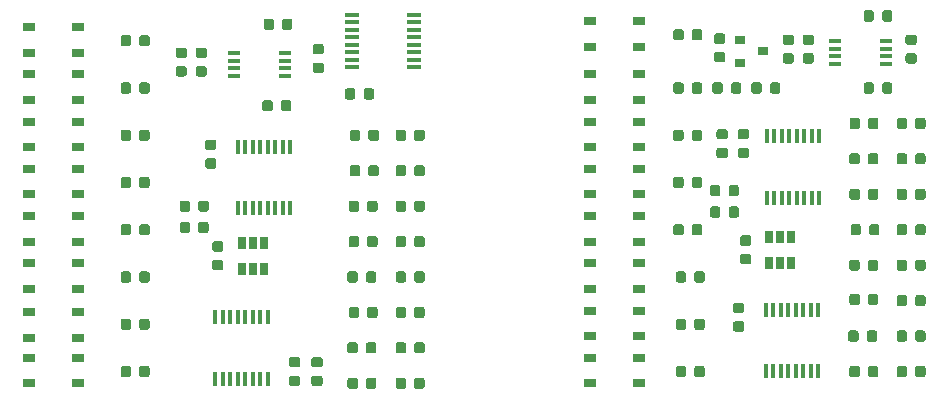
<source format=gtp>
G04 #@! TF.GenerationSoftware,KiCad,Pcbnew,(5.1.2)-1*
G04 #@! TF.CreationDate,2025-05-14T22:38:20+09:00*
G04 #@! TF.ProjectId,ShiftRegRemoteIO,53686966-7452-4656-9752-656d6f746549,v1.2*
G04 #@! TF.SameCoordinates,Original*
G04 #@! TF.FileFunction,Paste,Top*
G04 #@! TF.FilePolarity,Positive*
%FSLAX46Y46*%
G04 Gerber Fmt 4.6, Leading zero omitted, Abs format (unit mm)*
G04 Created by KiCad (PCBNEW (5.1.2)-1) date 2025-05-14 22:38:20*
%MOMM*%
%LPD*%
G04 APERTURE LIST*
%ADD10C,0.100000*%
%ADD11C,0.875000*%
%ADD12R,0.650000X1.060000*%
%ADD13R,1.100000X0.400000*%
%ADD14R,0.900000X0.800000*%
%ADD15R,0.400000X1.200000*%
%ADD16R,1.050000X0.650000*%
%ADD17R,1.200000X0.400000*%
G04 APERTURE END LIST*
D10*
G36*
X164927691Y-111226053D02*
G01*
X164948926Y-111229203D01*
X164969750Y-111234419D01*
X164989962Y-111241651D01*
X165009368Y-111250830D01*
X165027781Y-111261866D01*
X165045024Y-111274654D01*
X165060930Y-111289070D01*
X165075346Y-111304976D01*
X165088134Y-111322219D01*
X165099170Y-111340632D01*
X165108349Y-111360038D01*
X165115581Y-111380250D01*
X165120797Y-111401074D01*
X165123947Y-111422309D01*
X165125000Y-111443750D01*
X165125000Y-111956250D01*
X165123947Y-111977691D01*
X165120797Y-111998926D01*
X165115581Y-112019750D01*
X165108349Y-112039962D01*
X165099170Y-112059368D01*
X165088134Y-112077781D01*
X165075346Y-112095024D01*
X165060930Y-112110930D01*
X165045024Y-112125346D01*
X165027781Y-112138134D01*
X165009368Y-112149170D01*
X164989962Y-112158349D01*
X164969750Y-112165581D01*
X164948926Y-112170797D01*
X164927691Y-112173947D01*
X164906250Y-112175000D01*
X164468750Y-112175000D01*
X164447309Y-112173947D01*
X164426074Y-112170797D01*
X164405250Y-112165581D01*
X164385038Y-112158349D01*
X164365632Y-112149170D01*
X164347219Y-112138134D01*
X164329976Y-112125346D01*
X164314070Y-112110930D01*
X164299654Y-112095024D01*
X164286866Y-112077781D01*
X164275830Y-112059368D01*
X164266651Y-112039962D01*
X164259419Y-112019750D01*
X164254203Y-111998926D01*
X164251053Y-111977691D01*
X164250000Y-111956250D01*
X164250000Y-111443750D01*
X164251053Y-111422309D01*
X164254203Y-111401074D01*
X164259419Y-111380250D01*
X164266651Y-111360038D01*
X164275830Y-111340632D01*
X164286866Y-111322219D01*
X164299654Y-111304976D01*
X164314070Y-111289070D01*
X164329976Y-111274654D01*
X164347219Y-111261866D01*
X164365632Y-111250830D01*
X164385038Y-111241651D01*
X164405250Y-111234419D01*
X164426074Y-111229203D01*
X164447309Y-111226053D01*
X164468750Y-111225000D01*
X164906250Y-111225000D01*
X164927691Y-111226053D01*
X164927691Y-111226053D01*
G37*
D11*
X164687500Y-111700000D03*
D10*
G36*
X163352691Y-111226053D02*
G01*
X163373926Y-111229203D01*
X163394750Y-111234419D01*
X163414962Y-111241651D01*
X163434368Y-111250830D01*
X163452781Y-111261866D01*
X163470024Y-111274654D01*
X163485930Y-111289070D01*
X163500346Y-111304976D01*
X163513134Y-111322219D01*
X163524170Y-111340632D01*
X163533349Y-111360038D01*
X163540581Y-111380250D01*
X163545797Y-111401074D01*
X163548947Y-111422309D01*
X163550000Y-111443750D01*
X163550000Y-111956250D01*
X163548947Y-111977691D01*
X163545797Y-111998926D01*
X163540581Y-112019750D01*
X163533349Y-112039962D01*
X163524170Y-112059368D01*
X163513134Y-112077781D01*
X163500346Y-112095024D01*
X163485930Y-112110930D01*
X163470024Y-112125346D01*
X163452781Y-112138134D01*
X163434368Y-112149170D01*
X163414962Y-112158349D01*
X163394750Y-112165581D01*
X163373926Y-112170797D01*
X163352691Y-112173947D01*
X163331250Y-112175000D01*
X162893750Y-112175000D01*
X162872309Y-112173947D01*
X162851074Y-112170797D01*
X162830250Y-112165581D01*
X162810038Y-112158349D01*
X162790632Y-112149170D01*
X162772219Y-112138134D01*
X162754976Y-112125346D01*
X162739070Y-112110930D01*
X162724654Y-112095024D01*
X162711866Y-112077781D01*
X162700830Y-112059368D01*
X162691651Y-112039962D01*
X162684419Y-112019750D01*
X162679203Y-111998926D01*
X162676053Y-111977691D01*
X162675000Y-111956250D01*
X162675000Y-111443750D01*
X162676053Y-111422309D01*
X162679203Y-111401074D01*
X162684419Y-111380250D01*
X162691651Y-111360038D01*
X162700830Y-111340632D01*
X162711866Y-111322219D01*
X162724654Y-111304976D01*
X162739070Y-111289070D01*
X162754976Y-111274654D01*
X162772219Y-111261866D01*
X162790632Y-111250830D01*
X162810038Y-111241651D01*
X162830250Y-111234419D01*
X162851074Y-111229203D01*
X162872309Y-111226053D01*
X162893750Y-111225000D01*
X163331250Y-111225000D01*
X163352691Y-111226053D01*
X163352691Y-111226053D01*
G37*
D11*
X163112500Y-111700000D03*
D10*
G36*
X120027691Y-114326053D02*
G01*
X120048926Y-114329203D01*
X120069750Y-114334419D01*
X120089962Y-114341651D01*
X120109368Y-114350830D01*
X120127781Y-114361866D01*
X120145024Y-114374654D01*
X120160930Y-114389070D01*
X120175346Y-114404976D01*
X120188134Y-114422219D01*
X120199170Y-114440632D01*
X120208349Y-114460038D01*
X120215581Y-114480250D01*
X120220797Y-114501074D01*
X120223947Y-114522309D01*
X120225000Y-114543750D01*
X120225000Y-115056250D01*
X120223947Y-115077691D01*
X120220797Y-115098926D01*
X120215581Y-115119750D01*
X120208349Y-115139962D01*
X120199170Y-115159368D01*
X120188134Y-115177781D01*
X120175346Y-115195024D01*
X120160930Y-115210930D01*
X120145024Y-115225346D01*
X120127781Y-115238134D01*
X120109368Y-115249170D01*
X120089962Y-115258349D01*
X120069750Y-115265581D01*
X120048926Y-115270797D01*
X120027691Y-115273947D01*
X120006250Y-115275000D01*
X119568750Y-115275000D01*
X119547309Y-115273947D01*
X119526074Y-115270797D01*
X119505250Y-115265581D01*
X119485038Y-115258349D01*
X119465632Y-115249170D01*
X119447219Y-115238134D01*
X119429976Y-115225346D01*
X119414070Y-115210930D01*
X119399654Y-115195024D01*
X119386866Y-115177781D01*
X119375830Y-115159368D01*
X119366651Y-115139962D01*
X119359419Y-115119750D01*
X119354203Y-115098926D01*
X119351053Y-115077691D01*
X119350000Y-115056250D01*
X119350000Y-114543750D01*
X119351053Y-114522309D01*
X119354203Y-114501074D01*
X119359419Y-114480250D01*
X119366651Y-114460038D01*
X119375830Y-114440632D01*
X119386866Y-114422219D01*
X119399654Y-114404976D01*
X119414070Y-114389070D01*
X119429976Y-114374654D01*
X119447219Y-114361866D01*
X119465632Y-114350830D01*
X119485038Y-114341651D01*
X119505250Y-114334419D01*
X119526074Y-114329203D01*
X119547309Y-114326053D01*
X119568750Y-114325000D01*
X120006250Y-114325000D01*
X120027691Y-114326053D01*
X120027691Y-114326053D01*
G37*
D11*
X119787500Y-114800000D03*
D10*
G36*
X118452691Y-114326053D02*
G01*
X118473926Y-114329203D01*
X118494750Y-114334419D01*
X118514962Y-114341651D01*
X118534368Y-114350830D01*
X118552781Y-114361866D01*
X118570024Y-114374654D01*
X118585930Y-114389070D01*
X118600346Y-114404976D01*
X118613134Y-114422219D01*
X118624170Y-114440632D01*
X118633349Y-114460038D01*
X118640581Y-114480250D01*
X118645797Y-114501074D01*
X118648947Y-114522309D01*
X118650000Y-114543750D01*
X118650000Y-115056250D01*
X118648947Y-115077691D01*
X118645797Y-115098926D01*
X118640581Y-115119750D01*
X118633349Y-115139962D01*
X118624170Y-115159368D01*
X118613134Y-115177781D01*
X118600346Y-115195024D01*
X118585930Y-115210930D01*
X118570024Y-115225346D01*
X118552781Y-115238134D01*
X118534368Y-115249170D01*
X118514962Y-115258349D01*
X118494750Y-115265581D01*
X118473926Y-115270797D01*
X118452691Y-115273947D01*
X118431250Y-115275000D01*
X117993750Y-115275000D01*
X117972309Y-115273947D01*
X117951074Y-115270797D01*
X117930250Y-115265581D01*
X117910038Y-115258349D01*
X117890632Y-115249170D01*
X117872219Y-115238134D01*
X117854976Y-115225346D01*
X117839070Y-115210930D01*
X117824654Y-115195024D01*
X117811866Y-115177781D01*
X117800830Y-115159368D01*
X117791651Y-115139962D01*
X117784419Y-115119750D01*
X117779203Y-115098926D01*
X117776053Y-115077691D01*
X117775000Y-115056250D01*
X117775000Y-114543750D01*
X117776053Y-114522309D01*
X117779203Y-114501074D01*
X117784419Y-114480250D01*
X117791651Y-114460038D01*
X117800830Y-114440632D01*
X117811866Y-114422219D01*
X117824654Y-114404976D01*
X117839070Y-114389070D01*
X117854976Y-114374654D01*
X117872219Y-114361866D01*
X117890632Y-114350830D01*
X117910038Y-114341651D01*
X117930250Y-114334419D01*
X117951074Y-114329203D01*
X117972309Y-114326053D01*
X117993750Y-114325000D01*
X118431250Y-114325000D01*
X118452691Y-114326053D01*
X118452691Y-114326053D01*
G37*
D11*
X118212500Y-114800000D03*
D10*
G36*
X164927691Y-113026053D02*
G01*
X164948926Y-113029203D01*
X164969750Y-113034419D01*
X164989962Y-113041651D01*
X165009368Y-113050830D01*
X165027781Y-113061866D01*
X165045024Y-113074654D01*
X165060930Y-113089070D01*
X165075346Y-113104976D01*
X165088134Y-113122219D01*
X165099170Y-113140632D01*
X165108349Y-113160038D01*
X165115581Y-113180250D01*
X165120797Y-113201074D01*
X165123947Y-113222309D01*
X165125000Y-113243750D01*
X165125000Y-113756250D01*
X165123947Y-113777691D01*
X165120797Y-113798926D01*
X165115581Y-113819750D01*
X165108349Y-113839962D01*
X165099170Y-113859368D01*
X165088134Y-113877781D01*
X165075346Y-113895024D01*
X165060930Y-113910930D01*
X165045024Y-113925346D01*
X165027781Y-113938134D01*
X165009368Y-113949170D01*
X164989962Y-113958349D01*
X164969750Y-113965581D01*
X164948926Y-113970797D01*
X164927691Y-113973947D01*
X164906250Y-113975000D01*
X164468750Y-113975000D01*
X164447309Y-113973947D01*
X164426074Y-113970797D01*
X164405250Y-113965581D01*
X164385038Y-113958349D01*
X164365632Y-113949170D01*
X164347219Y-113938134D01*
X164329976Y-113925346D01*
X164314070Y-113910930D01*
X164299654Y-113895024D01*
X164286866Y-113877781D01*
X164275830Y-113859368D01*
X164266651Y-113839962D01*
X164259419Y-113819750D01*
X164254203Y-113798926D01*
X164251053Y-113777691D01*
X164250000Y-113756250D01*
X164250000Y-113243750D01*
X164251053Y-113222309D01*
X164254203Y-113201074D01*
X164259419Y-113180250D01*
X164266651Y-113160038D01*
X164275830Y-113140632D01*
X164286866Y-113122219D01*
X164299654Y-113104976D01*
X164314070Y-113089070D01*
X164329976Y-113074654D01*
X164347219Y-113061866D01*
X164365632Y-113050830D01*
X164385038Y-113041651D01*
X164405250Y-113034419D01*
X164426074Y-113029203D01*
X164447309Y-113026053D01*
X164468750Y-113025000D01*
X164906250Y-113025000D01*
X164927691Y-113026053D01*
X164927691Y-113026053D01*
G37*
D11*
X164687500Y-113500000D03*
D10*
G36*
X163352691Y-113026053D02*
G01*
X163373926Y-113029203D01*
X163394750Y-113034419D01*
X163414962Y-113041651D01*
X163434368Y-113050830D01*
X163452781Y-113061866D01*
X163470024Y-113074654D01*
X163485930Y-113089070D01*
X163500346Y-113104976D01*
X163513134Y-113122219D01*
X163524170Y-113140632D01*
X163533349Y-113160038D01*
X163540581Y-113180250D01*
X163545797Y-113201074D01*
X163548947Y-113222309D01*
X163550000Y-113243750D01*
X163550000Y-113756250D01*
X163548947Y-113777691D01*
X163545797Y-113798926D01*
X163540581Y-113819750D01*
X163533349Y-113839962D01*
X163524170Y-113859368D01*
X163513134Y-113877781D01*
X163500346Y-113895024D01*
X163485930Y-113910930D01*
X163470024Y-113925346D01*
X163452781Y-113938134D01*
X163434368Y-113949170D01*
X163414962Y-113958349D01*
X163394750Y-113965581D01*
X163373926Y-113970797D01*
X163352691Y-113973947D01*
X163331250Y-113975000D01*
X162893750Y-113975000D01*
X162872309Y-113973947D01*
X162851074Y-113970797D01*
X162830250Y-113965581D01*
X162810038Y-113958349D01*
X162790632Y-113949170D01*
X162772219Y-113938134D01*
X162754976Y-113925346D01*
X162739070Y-113910930D01*
X162724654Y-113895024D01*
X162711866Y-113877781D01*
X162700830Y-113859368D01*
X162691651Y-113839962D01*
X162684419Y-113819750D01*
X162679203Y-113798926D01*
X162676053Y-113777691D01*
X162675000Y-113756250D01*
X162675000Y-113243750D01*
X162676053Y-113222309D01*
X162679203Y-113201074D01*
X162684419Y-113180250D01*
X162691651Y-113160038D01*
X162700830Y-113140632D01*
X162711866Y-113122219D01*
X162724654Y-113104976D01*
X162739070Y-113089070D01*
X162754976Y-113074654D01*
X162772219Y-113061866D01*
X162790632Y-113050830D01*
X162810038Y-113041651D01*
X162830250Y-113034419D01*
X162851074Y-113029203D01*
X162872309Y-113026053D01*
X162893750Y-113025000D01*
X163331250Y-113025000D01*
X163352691Y-113026053D01*
X163352691Y-113026053D01*
G37*
D11*
X163112500Y-113500000D03*
D10*
G36*
X120027691Y-112526053D02*
G01*
X120048926Y-112529203D01*
X120069750Y-112534419D01*
X120089962Y-112541651D01*
X120109368Y-112550830D01*
X120127781Y-112561866D01*
X120145024Y-112574654D01*
X120160930Y-112589070D01*
X120175346Y-112604976D01*
X120188134Y-112622219D01*
X120199170Y-112640632D01*
X120208349Y-112660038D01*
X120215581Y-112680250D01*
X120220797Y-112701074D01*
X120223947Y-112722309D01*
X120225000Y-112743750D01*
X120225000Y-113256250D01*
X120223947Y-113277691D01*
X120220797Y-113298926D01*
X120215581Y-113319750D01*
X120208349Y-113339962D01*
X120199170Y-113359368D01*
X120188134Y-113377781D01*
X120175346Y-113395024D01*
X120160930Y-113410930D01*
X120145024Y-113425346D01*
X120127781Y-113438134D01*
X120109368Y-113449170D01*
X120089962Y-113458349D01*
X120069750Y-113465581D01*
X120048926Y-113470797D01*
X120027691Y-113473947D01*
X120006250Y-113475000D01*
X119568750Y-113475000D01*
X119547309Y-113473947D01*
X119526074Y-113470797D01*
X119505250Y-113465581D01*
X119485038Y-113458349D01*
X119465632Y-113449170D01*
X119447219Y-113438134D01*
X119429976Y-113425346D01*
X119414070Y-113410930D01*
X119399654Y-113395024D01*
X119386866Y-113377781D01*
X119375830Y-113359368D01*
X119366651Y-113339962D01*
X119359419Y-113319750D01*
X119354203Y-113298926D01*
X119351053Y-113277691D01*
X119350000Y-113256250D01*
X119350000Y-112743750D01*
X119351053Y-112722309D01*
X119354203Y-112701074D01*
X119359419Y-112680250D01*
X119366651Y-112660038D01*
X119375830Y-112640632D01*
X119386866Y-112622219D01*
X119399654Y-112604976D01*
X119414070Y-112589070D01*
X119429976Y-112574654D01*
X119447219Y-112561866D01*
X119465632Y-112550830D01*
X119485038Y-112541651D01*
X119505250Y-112534419D01*
X119526074Y-112529203D01*
X119547309Y-112526053D01*
X119568750Y-112525000D01*
X120006250Y-112525000D01*
X120027691Y-112526053D01*
X120027691Y-112526053D01*
G37*
D11*
X119787500Y-113000000D03*
D10*
G36*
X118452691Y-112526053D02*
G01*
X118473926Y-112529203D01*
X118494750Y-112534419D01*
X118514962Y-112541651D01*
X118534368Y-112550830D01*
X118552781Y-112561866D01*
X118570024Y-112574654D01*
X118585930Y-112589070D01*
X118600346Y-112604976D01*
X118613134Y-112622219D01*
X118624170Y-112640632D01*
X118633349Y-112660038D01*
X118640581Y-112680250D01*
X118645797Y-112701074D01*
X118648947Y-112722309D01*
X118650000Y-112743750D01*
X118650000Y-113256250D01*
X118648947Y-113277691D01*
X118645797Y-113298926D01*
X118640581Y-113319750D01*
X118633349Y-113339962D01*
X118624170Y-113359368D01*
X118613134Y-113377781D01*
X118600346Y-113395024D01*
X118585930Y-113410930D01*
X118570024Y-113425346D01*
X118552781Y-113438134D01*
X118534368Y-113449170D01*
X118514962Y-113458349D01*
X118494750Y-113465581D01*
X118473926Y-113470797D01*
X118452691Y-113473947D01*
X118431250Y-113475000D01*
X117993750Y-113475000D01*
X117972309Y-113473947D01*
X117951074Y-113470797D01*
X117930250Y-113465581D01*
X117910038Y-113458349D01*
X117890632Y-113449170D01*
X117872219Y-113438134D01*
X117854976Y-113425346D01*
X117839070Y-113410930D01*
X117824654Y-113395024D01*
X117811866Y-113377781D01*
X117800830Y-113359368D01*
X117791651Y-113339962D01*
X117784419Y-113319750D01*
X117779203Y-113298926D01*
X117776053Y-113277691D01*
X117775000Y-113256250D01*
X117775000Y-112743750D01*
X117776053Y-112722309D01*
X117779203Y-112701074D01*
X117784419Y-112680250D01*
X117791651Y-112660038D01*
X117800830Y-112640632D01*
X117811866Y-112622219D01*
X117824654Y-112604976D01*
X117839070Y-112589070D01*
X117854976Y-112574654D01*
X117872219Y-112561866D01*
X117890632Y-112550830D01*
X117910038Y-112541651D01*
X117930250Y-112534419D01*
X117951074Y-112529203D01*
X117972309Y-112526053D01*
X117993750Y-112525000D01*
X118431250Y-112525000D01*
X118452691Y-112526053D01*
X118452691Y-112526053D01*
G37*
D11*
X118212500Y-113000000D03*
D10*
G36*
X132652691Y-127526053D02*
G01*
X132673926Y-127529203D01*
X132694750Y-127534419D01*
X132714962Y-127541651D01*
X132734368Y-127550830D01*
X132752781Y-127561866D01*
X132770024Y-127574654D01*
X132785930Y-127589070D01*
X132800346Y-127604976D01*
X132813134Y-127622219D01*
X132824170Y-127640632D01*
X132833349Y-127660038D01*
X132840581Y-127680250D01*
X132845797Y-127701074D01*
X132848947Y-127722309D01*
X132850000Y-127743750D01*
X132850000Y-128256250D01*
X132848947Y-128277691D01*
X132845797Y-128298926D01*
X132840581Y-128319750D01*
X132833349Y-128339962D01*
X132824170Y-128359368D01*
X132813134Y-128377781D01*
X132800346Y-128395024D01*
X132785930Y-128410930D01*
X132770024Y-128425346D01*
X132752781Y-128438134D01*
X132734368Y-128449170D01*
X132714962Y-128458349D01*
X132694750Y-128465581D01*
X132673926Y-128470797D01*
X132652691Y-128473947D01*
X132631250Y-128475000D01*
X132193750Y-128475000D01*
X132172309Y-128473947D01*
X132151074Y-128470797D01*
X132130250Y-128465581D01*
X132110038Y-128458349D01*
X132090632Y-128449170D01*
X132072219Y-128438134D01*
X132054976Y-128425346D01*
X132039070Y-128410930D01*
X132024654Y-128395024D01*
X132011866Y-128377781D01*
X132000830Y-128359368D01*
X131991651Y-128339962D01*
X131984419Y-128319750D01*
X131979203Y-128298926D01*
X131976053Y-128277691D01*
X131975000Y-128256250D01*
X131975000Y-127743750D01*
X131976053Y-127722309D01*
X131979203Y-127701074D01*
X131984419Y-127680250D01*
X131991651Y-127660038D01*
X132000830Y-127640632D01*
X132011866Y-127622219D01*
X132024654Y-127604976D01*
X132039070Y-127589070D01*
X132054976Y-127574654D01*
X132072219Y-127561866D01*
X132090632Y-127550830D01*
X132110038Y-127541651D01*
X132130250Y-127534419D01*
X132151074Y-127529203D01*
X132172309Y-127526053D01*
X132193750Y-127525000D01*
X132631250Y-127525000D01*
X132652691Y-127526053D01*
X132652691Y-127526053D01*
G37*
D11*
X132412500Y-128000000D03*
D10*
G36*
X134227691Y-127526053D02*
G01*
X134248926Y-127529203D01*
X134269750Y-127534419D01*
X134289962Y-127541651D01*
X134309368Y-127550830D01*
X134327781Y-127561866D01*
X134345024Y-127574654D01*
X134360930Y-127589070D01*
X134375346Y-127604976D01*
X134388134Y-127622219D01*
X134399170Y-127640632D01*
X134408349Y-127660038D01*
X134415581Y-127680250D01*
X134420797Y-127701074D01*
X134423947Y-127722309D01*
X134425000Y-127743750D01*
X134425000Y-128256250D01*
X134423947Y-128277691D01*
X134420797Y-128298926D01*
X134415581Y-128319750D01*
X134408349Y-128339962D01*
X134399170Y-128359368D01*
X134388134Y-128377781D01*
X134375346Y-128395024D01*
X134360930Y-128410930D01*
X134345024Y-128425346D01*
X134327781Y-128438134D01*
X134309368Y-128449170D01*
X134289962Y-128458349D01*
X134269750Y-128465581D01*
X134248926Y-128470797D01*
X134227691Y-128473947D01*
X134206250Y-128475000D01*
X133768750Y-128475000D01*
X133747309Y-128473947D01*
X133726074Y-128470797D01*
X133705250Y-128465581D01*
X133685038Y-128458349D01*
X133665632Y-128449170D01*
X133647219Y-128438134D01*
X133629976Y-128425346D01*
X133614070Y-128410930D01*
X133599654Y-128395024D01*
X133586866Y-128377781D01*
X133575830Y-128359368D01*
X133566651Y-128339962D01*
X133559419Y-128319750D01*
X133554203Y-128298926D01*
X133551053Y-128277691D01*
X133550000Y-128256250D01*
X133550000Y-127743750D01*
X133551053Y-127722309D01*
X133554203Y-127701074D01*
X133559419Y-127680250D01*
X133566651Y-127660038D01*
X133575830Y-127640632D01*
X133586866Y-127622219D01*
X133599654Y-127604976D01*
X133614070Y-127589070D01*
X133629976Y-127574654D01*
X133647219Y-127561866D01*
X133665632Y-127550830D01*
X133685038Y-127541651D01*
X133705250Y-127534419D01*
X133726074Y-127529203D01*
X133747309Y-127526053D01*
X133768750Y-127525000D01*
X134206250Y-127525000D01*
X134227691Y-127526053D01*
X134227691Y-127526053D01*
G37*
D11*
X133987500Y-128000000D03*
D10*
G36*
X132652691Y-124526053D02*
G01*
X132673926Y-124529203D01*
X132694750Y-124534419D01*
X132714962Y-124541651D01*
X132734368Y-124550830D01*
X132752781Y-124561866D01*
X132770024Y-124574654D01*
X132785930Y-124589070D01*
X132800346Y-124604976D01*
X132813134Y-124622219D01*
X132824170Y-124640632D01*
X132833349Y-124660038D01*
X132840581Y-124680250D01*
X132845797Y-124701074D01*
X132848947Y-124722309D01*
X132850000Y-124743750D01*
X132850000Y-125256250D01*
X132848947Y-125277691D01*
X132845797Y-125298926D01*
X132840581Y-125319750D01*
X132833349Y-125339962D01*
X132824170Y-125359368D01*
X132813134Y-125377781D01*
X132800346Y-125395024D01*
X132785930Y-125410930D01*
X132770024Y-125425346D01*
X132752781Y-125438134D01*
X132734368Y-125449170D01*
X132714962Y-125458349D01*
X132694750Y-125465581D01*
X132673926Y-125470797D01*
X132652691Y-125473947D01*
X132631250Y-125475000D01*
X132193750Y-125475000D01*
X132172309Y-125473947D01*
X132151074Y-125470797D01*
X132130250Y-125465581D01*
X132110038Y-125458349D01*
X132090632Y-125449170D01*
X132072219Y-125438134D01*
X132054976Y-125425346D01*
X132039070Y-125410930D01*
X132024654Y-125395024D01*
X132011866Y-125377781D01*
X132000830Y-125359368D01*
X131991651Y-125339962D01*
X131984419Y-125319750D01*
X131979203Y-125298926D01*
X131976053Y-125277691D01*
X131975000Y-125256250D01*
X131975000Y-124743750D01*
X131976053Y-124722309D01*
X131979203Y-124701074D01*
X131984419Y-124680250D01*
X131991651Y-124660038D01*
X132000830Y-124640632D01*
X132011866Y-124622219D01*
X132024654Y-124604976D01*
X132039070Y-124589070D01*
X132054976Y-124574654D01*
X132072219Y-124561866D01*
X132090632Y-124550830D01*
X132110038Y-124541651D01*
X132130250Y-124534419D01*
X132151074Y-124529203D01*
X132172309Y-124526053D01*
X132193750Y-124525000D01*
X132631250Y-124525000D01*
X132652691Y-124526053D01*
X132652691Y-124526053D01*
G37*
D11*
X132412500Y-125000000D03*
D10*
G36*
X134227691Y-124526053D02*
G01*
X134248926Y-124529203D01*
X134269750Y-124534419D01*
X134289962Y-124541651D01*
X134309368Y-124550830D01*
X134327781Y-124561866D01*
X134345024Y-124574654D01*
X134360930Y-124589070D01*
X134375346Y-124604976D01*
X134388134Y-124622219D01*
X134399170Y-124640632D01*
X134408349Y-124660038D01*
X134415581Y-124680250D01*
X134420797Y-124701074D01*
X134423947Y-124722309D01*
X134425000Y-124743750D01*
X134425000Y-125256250D01*
X134423947Y-125277691D01*
X134420797Y-125298926D01*
X134415581Y-125319750D01*
X134408349Y-125339962D01*
X134399170Y-125359368D01*
X134388134Y-125377781D01*
X134375346Y-125395024D01*
X134360930Y-125410930D01*
X134345024Y-125425346D01*
X134327781Y-125438134D01*
X134309368Y-125449170D01*
X134289962Y-125458349D01*
X134269750Y-125465581D01*
X134248926Y-125470797D01*
X134227691Y-125473947D01*
X134206250Y-125475000D01*
X133768750Y-125475000D01*
X133747309Y-125473947D01*
X133726074Y-125470797D01*
X133705250Y-125465581D01*
X133685038Y-125458349D01*
X133665632Y-125449170D01*
X133647219Y-125438134D01*
X133629976Y-125425346D01*
X133614070Y-125410930D01*
X133599654Y-125395024D01*
X133586866Y-125377781D01*
X133575830Y-125359368D01*
X133566651Y-125339962D01*
X133559419Y-125319750D01*
X133554203Y-125298926D01*
X133551053Y-125277691D01*
X133550000Y-125256250D01*
X133550000Y-124743750D01*
X133551053Y-124722309D01*
X133554203Y-124701074D01*
X133559419Y-124680250D01*
X133566651Y-124660038D01*
X133575830Y-124640632D01*
X133586866Y-124622219D01*
X133599654Y-124604976D01*
X133614070Y-124589070D01*
X133629976Y-124574654D01*
X133647219Y-124561866D01*
X133665632Y-124550830D01*
X133685038Y-124541651D01*
X133705250Y-124534419D01*
X133726074Y-124529203D01*
X133747309Y-124526053D01*
X133768750Y-124525000D01*
X134206250Y-124525000D01*
X134227691Y-124526053D01*
X134227691Y-124526053D01*
G37*
D11*
X133987500Y-125000000D03*
D10*
G36*
X132752691Y-121526053D02*
G01*
X132773926Y-121529203D01*
X132794750Y-121534419D01*
X132814962Y-121541651D01*
X132834368Y-121550830D01*
X132852781Y-121561866D01*
X132870024Y-121574654D01*
X132885930Y-121589070D01*
X132900346Y-121604976D01*
X132913134Y-121622219D01*
X132924170Y-121640632D01*
X132933349Y-121660038D01*
X132940581Y-121680250D01*
X132945797Y-121701074D01*
X132948947Y-121722309D01*
X132950000Y-121743750D01*
X132950000Y-122256250D01*
X132948947Y-122277691D01*
X132945797Y-122298926D01*
X132940581Y-122319750D01*
X132933349Y-122339962D01*
X132924170Y-122359368D01*
X132913134Y-122377781D01*
X132900346Y-122395024D01*
X132885930Y-122410930D01*
X132870024Y-122425346D01*
X132852781Y-122438134D01*
X132834368Y-122449170D01*
X132814962Y-122458349D01*
X132794750Y-122465581D01*
X132773926Y-122470797D01*
X132752691Y-122473947D01*
X132731250Y-122475000D01*
X132293750Y-122475000D01*
X132272309Y-122473947D01*
X132251074Y-122470797D01*
X132230250Y-122465581D01*
X132210038Y-122458349D01*
X132190632Y-122449170D01*
X132172219Y-122438134D01*
X132154976Y-122425346D01*
X132139070Y-122410930D01*
X132124654Y-122395024D01*
X132111866Y-122377781D01*
X132100830Y-122359368D01*
X132091651Y-122339962D01*
X132084419Y-122319750D01*
X132079203Y-122298926D01*
X132076053Y-122277691D01*
X132075000Y-122256250D01*
X132075000Y-121743750D01*
X132076053Y-121722309D01*
X132079203Y-121701074D01*
X132084419Y-121680250D01*
X132091651Y-121660038D01*
X132100830Y-121640632D01*
X132111866Y-121622219D01*
X132124654Y-121604976D01*
X132139070Y-121589070D01*
X132154976Y-121574654D01*
X132172219Y-121561866D01*
X132190632Y-121550830D01*
X132210038Y-121541651D01*
X132230250Y-121534419D01*
X132251074Y-121529203D01*
X132272309Y-121526053D01*
X132293750Y-121525000D01*
X132731250Y-121525000D01*
X132752691Y-121526053D01*
X132752691Y-121526053D01*
G37*
D11*
X132512500Y-122000000D03*
D10*
G36*
X134327691Y-121526053D02*
G01*
X134348926Y-121529203D01*
X134369750Y-121534419D01*
X134389962Y-121541651D01*
X134409368Y-121550830D01*
X134427781Y-121561866D01*
X134445024Y-121574654D01*
X134460930Y-121589070D01*
X134475346Y-121604976D01*
X134488134Y-121622219D01*
X134499170Y-121640632D01*
X134508349Y-121660038D01*
X134515581Y-121680250D01*
X134520797Y-121701074D01*
X134523947Y-121722309D01*
X134525000Y-121743750D01*
X134525000Y-122256250D01*
X134523947Y-122277691D01*
X134520797Y-122298926D01*
X134515581Y-122319750D01*
X134508349Y-122339962D01*
X134499170Y-122359368D01*
X134488134Y-122377781D01*
X134475346Y-122395024D01*
X134460930Y-122410930D01*
X134445024Y-122425346D01*
X134427781Y-122438134D01*
X134409368Y-122449170D01*
X134389962Y-122458349D01*
X134369750Y-122465581D01*
X134348926Y-122470797D01*
X134327691Y-122473947D01*
X134306250Y-122475000D01*
X133868750Y-122475000D01*
X133847309Y-122473947D01*
X133826074Y-122470797D01*
X133805250Y-122465581D01*
X133785038Y-122458349D01*
X133765632Y-122449170D01*
X133747219Y-122438134D01*
X133729976Y-122425346D01*
X133714070Y-122410930D01*
X133699654Y-122395024D01*
X133686866Y-122377781D01*
X133675830Y-122359368D01*
X133666651Y-122339962D01*
X133659419Y-122319750D01*
X133654203Y-122298926D01*
X133651053Y-122277691D01*
X133650000Y-122256250D01*
X133650000Y-121743750D01*
X133651053Y-121722309D01*
X133654203Y-121701074D01*
X133659419Y-121680250D01*
X133666651Y-121660038D01*
X133675830Y-121640632D01*
X133686866Y-121622219D01*
X133699654Y-121604976D01*
X133714070Y-121589070D01*
X133729976Y-121574654D01*
X133747219Y-121561866D01*
X133765632Y-121550830D01*
X133785038Y-121541651D01*
X133805250Y-121534419D01*
X133826074Y-121529203D01*
X133847309Y-121526053D01*
X133868750Y-121525000D01*
X134306250Y-121525000D01*
X134327691Y-121526053D01*
X134327691Y-121526053D01*
G37*
D11*
X134087500Y-122000000D03*
D10*
G36*
X132652691Y-118526053D02*
G01*
X132673926Y-118529203D01*
X132694750Y-118534419D01*
X132714962Y-118541651D01*
X132734368Y-118550830D01*
X132752781Y-118561866D01*
X132770024Y-118574654D01*
X132785930Y-118589070D01*
X132800346Y-118604976D01*
X132813134Y-118622219D01*
X132824170Y-118640632D01*
X132833349Y-118660038D01*
X132840581Y-118680250D01*
X132845797Y-118701074D01*
X132848947Y-118722309D01*
X132850000Y-118743750D01*
X132850000Y-119256250D01*
X132848947Y-119277691D01*
X132845797Y-119298926D01*
X132840581Y-119319750D01*
X132833349Y-119339962D01*
X132824170Y-119359368D01*
X132813134Y-119377781D01*
X132800346Y-119395024D01*
X132785930Y-119410930D01*
X132770024Y-119425346D01*
X132752781Y-119438134D01*
X132734368Y-119449170D01*
X132714962Y-119458349D01*
X132694750Y-119465581D01*
X132673926Y-119470797D01*
X132652691Y-119473947D01*
X132631250Y-119475000D01*
X132193750Y-119475000D01*
X132172309Y-119473947D01*
X132151074Y-119470797D01*
X132130250Y-119465581D01*
X132110038Y-119458349D01*
X132090632Y-119449170D01*
X132072219Y-119438134D01*
X132054976Y-119425346D01*
X132039070Y-119410930D01*
X132024654Y-119395024D01*
X132011866Y-119377781D01*
X132000830Y-119359368D01*
X131991651Y-119339962D01*
X131984419Y-119319750D01*
X131979203Y-119298926D01*
X131976053Y-119277691D01*
X131975000Y-119256250D01*
X131975000Y-118743750D01*
X131976053Y-118722309D01*
X131979203Y-118701074D01*
X131984419Y-118680250D01*
X131991651Y-118660038D01*
X132000830Y-118640632D01*
X132011866Y-118622219D01*
X132024654Y-118604976D01*
X132039070Y-118589070D01*
X132054976Y-118574654D01*
X132072219Y-118561866D01*
X132090632Y-118550830D01*
X132110038Y-118541651D01*
X132130250Y-118534419D01*
X132151074Y-118529203D01*
X132172309Y-118526053D01*
X132193750Y-118525000D01*
X132631250Y-118525000D01*
X132652691Y-118526053D01*
X132652691Y-118526053D01*
G37*
D11*
X132412500Y-119000000D03*
D10*
G36*
X134227691Y-118526053D02*
G01*
X134248926Y-118529203D01*
X134269750Y-118534419D01*
X134289962Y-118541651D01*
X134309368Y-118550830D01*
X134327781Y-118561866D01*
X134345024Y-118574654D01*
X134360930Y-118589070D01*
X134375346Y-118604976D01*
X134388134Y-118622219D01*
X134399170Y-118640632D01*
X134408349Y-118660038D01*
X134415581Y-118680250D01*
X134420797Y-118701074D01*
X134423947Y-118722309D01*
X134425000Y-118743750D01*
X134425000Y-119256250D01*
X134423947Y-119277691D01*
X134420797Y-119298926D01*
X134415581Y-119319750D01*
X134408349Y-119339962D01*
X134399170Y-119359368D01*
X134388134Y-119377781D01*
X134375346Y-119395024D01*
X134360930Y-119410930D01*
X134345024Y-119425346D01*
X134327781Y-119438134D01*
X134309368Y-119449170D01*
X134289962Y-119458349D01*
X134269750Y-119465581D01*
X134248926Y-119470797D01*
X134227691Y-119473947D01*
X134206250Y-119475000D01*
X133768750Y-119475000D01*
X133747309Y-119473947D01*
X133726074Y-119470797D01*
X133705250Y-119465581D01*
X133685038Y-119458349D01*
X133665632Y-119449170D01*
X133647219Y-119438134D01*
X133629976Y-119425346D01*
X133614070Y-119410930D01*
X133599654Y-119395024D01*
X133586866Y-119377781D01*
X133575830Y-119359368D01*
X133566651Y-119339962D01*
X133559419Y-119319750D01*
X133554203Y-119298926D01*
X133551053Y-119277691D01*
X133550000Y-119256250D01*
X133550000Y-118743750D01*
X133551053Y-118722309D01*
X133554203Y-118701074D01*
X133559419Y-118680250D01*
X133566651Y-118660038D01*
X133575830Y-118640632D01*
X133586866Y-118622219D01*
X133599654Y-118604976D01*
X133614070Y-118589070D01*
X133629976Y-118574654D01*
X133647219Y-118561866D01*
X133665632Y-118550830D01*
X133685038Y-118541651D01*
X133705250Y-118534419D01*
X133726074Y-118529203D01*
X133747309Y-118526053D01*
X133768750Y-118525000D01*
X134206250Y-118525000D01*
X134227691Y-118526053D01*
X134227691Y-118526053D01*
G37*
D11*
X133987500Y-119000000D03*
D10*
G36*
X132752691Y-115526053D02*
G01*
X132773926Y-115529203D01*
X132794750Y-115534419D01*
X132814962Y-115541651D01*
X132834368Y-115550830D01*
X132852781Y-115561866D01*
X132870024Y-115574654D01*
X132885930Y-115589070D01*
X132900346Y-115604976D01*
X132913134Y-115622219D01*
X132924170Y-115640632D01*
X132933349Y-115660038D01*
X132940581Y-115680250D01*
X132945797Y-115701074D01*
X132948947Y-115722309D01*
X132950000Y-115743750D01*
X132950000Y-116256250D01*
X132948947Y-116277691D01*
X132945797Y-116298926D01*
X132940581Y-116319750D01*
X132933349Y-116339962D01*
X132924170Y-116359368D01*
X132913134Y-116377781D01*
X132900346Y-116395024D01*
X132885930Y-116410930D01*
X132870024Y-116425346D01*
X132852781Y-116438134D01*
X132834368Y-116449170D01*
X132814962Y-116458349D01*
X132794750Y-116465581D01*
X132773926Y-116470797D01*
X132752691Y-116473947D01*
X132731250Y-116475000D01*
X132293750Y-116475000D01*
X132272309Y-116473947D01*
X132251074Y-116470797D01*
X132230250Y-116465581D01*
X132210038Y-116458349D01*
X132190632Y-116449170D01*
X132172219Y-116438134D01*
X132154976Y-116425346D01*
X132139070Y-116410930D01*
X132124654Y-116395024D01*
X132111866Y-116377781D01*
X132100830Y-116359368D01*
X132091651Y-116339962D01*
X132084419Y-116319750D01*
X132079203Y-116298926D01*
X132076053Y-116277691D01*
X132075000Y-116256250D01*
X132075000Y-115743750D01*
X132076053Y-115722309D01*
X132079203Y-115701074D01*
X132084419Y-115680250D01*
X132091651Y-115660038D01*
X132100830Y-115640632D01*
X132111866Y-115622219D01*
X132124654Y-115604976D01*
X132139070Y-115589070D01*
X132154976Y-115574654D01*
X132172219Y-115561866D01*
X132190632Y-115550830D01*
X132210038Y-115541651D01*
X132230250Y-115534419D01*
X132251074Y-115529203D01*
X132272309Y-115526053D01*
X132293750Y-115525000D01*
X132731250Y-115525000D01*
X132752691Y-115526053D01*
X132752691Y-115526053D01*
G37*
D11*
X132512500Y-116000000D03*
D10*
G36*
X134327691Y-115526053D02*
G01*
X134348926Y-115529203D01*
X134369750Y-115534419D01*
X134389962Y-115541651D01*
X134409368Y-115550830D01*
X134427781Y-115561866D01*
X134445024Y-115574654D01*
X134460930Y-115589070D01*
X134475346Y-115604976D01*
X134488134Y-115622219D01*
X134499170Y-115640632D01*
X134508349Y-115660038D01*
X134515581Y-115680250D01*
X134520797Y-115701074D01*
X134523947Y-115722309D01*
X134525000Y-115743750D01*
X134525000Y-116256250D01*
X134523947Y-116277691D01*
X134520797Y-116298926D01*
X134515581Y-116319750D01*
X134508349Y-116339962D01*
X134499170Y-116359368D01*
X134488134Y-116377781D01*
X134475346Y-116395024D01*
X134460930Y-116410930D01*
X134445024Y-116425346D01*
X134427781Y-116438134D01*
X134409368Y-116449170D01*
X134389962Y-116458349D01*
X134369750Y-116465581D01*
X134348926Y-116470797D01*
X134327691Y-116473947D01*
X134306250Y-116475000D01*
X133868750Y-116475000D01*
X133847309Y-116473947D01*
X133826074Y-116470797D01*
X133805250Y-116465581D01*
X133785038Y-116458349D01*
X133765632Y-116449170D01*
X133747219Y-116438134D01*
X133729976Y-116425346D01*
X133714070Y-116410930D01*
X133699654Y-116395024D01*
X133686866Y-116377781D01*
X133675830Y-116359368D01*
X133666651Y-116339962D01*
X133659419Y-116319750D01*
X133654203Y-116298926D01*
X133651053Y-116277691D01*
X133650000Y-116256250D01*
X133650000Y-115743750D01*
X133651053Y-115722309D01*
X133654203Y-115701074D01*
X133659419Y-115680250D01*
X133666651Y-115660038D01*
X133675830Y-115640632D01*
X133686866Y-115622219D01*
X133699654Y-115604976D01*
X133714070Y-115589070D01*
X133729976Y-115574654D01*
X133747219Y-115561866D01*
X133765632Y-115550830D01*
X133785038Y-115541651D01*
X133805250Y-115534419D01*
X133826074Y-115529203D01*
X133847309Y-115526053D01*
X133868750Y-115525000D01*
X134306250Y-115525000D01*
X134327691Y-115526053D01*
X134327691Y-115526053D01*
G37*
D11*
X134087500Y-116000000D03*
D10*
G36*
X132752691Y-112526053D02*
G01*
X132773926Y-112529203D01*
X132794750Y-112534419D01*
X132814962Y-112541651D01*
X132834368Y-112550830D01*
X132852781Y-112561866D01*
X132870024Y-112574654D01*
X132885930Y-112589070D01*
X132900346Y-112604976D01*
X132913134Y-112622219D01*
X132924170Y-112640632D01*
X132933349Y-112660038D01*
X132940581Y-112680250D01*
X132945797Y-112701074D01*
X132948947Y-112722309D01*
X132950000Y-112743750D01*
X132950000Y-113256250D01*
X132948947Y-113277691D01*
X132945797Y-113298926D01*
X132940581Y-113319750D01*
X132933349Y-113339962D01*
X132924170Y-113359368D01*
X132913134Y-113377781D01*
X132900346Y-113395024D01*
X132885930Y-113410930D01*
X132870024Y-113425346D01*
X132852781Y-113438134D01*
X132834368Y-113449170D01*
X132814962Y-113458349D01*
X132794750Y-113465581D01*
X132773926Y-113470797D01*
X132752691Y-113473947D01*
X132731250Y-113475000D01*
X132293750Y-113475000D01*
X132272309Y-113473947D01*
X132251074Y-113470797D01*
X132230250Y-113465581D01*
X132210038Y-113458349D01*
X132190632Y-113449170D01*
X132172219Y-113438134D01*
X132154976Y-113425346D01*
X132139070Y-113410930D01*
X132124654Y-113395024D01*
X132111866Y-113377781D01*
X132100830Y-113359368D01*
X132091651Y-113339962D01*
X132084419Y-113319750D01*
X132079203Y-113298926D01*
X132076053Y-113277691D01*
X132075000Y-113256250D01*
X132075000Y-112743750D01*
X132076053Y-112722309D01*
X132079203Y-112701074D01*
X132084419Y-112680250D01*
X132091651Y-112660038D01*
X132100830Y-112640632D01*
X132111866Y-112622219D01*
X132124654Y-112604976D01*
X132139070Y-112589070D01*
X132154976Y-112574654D01*
X132172219Y-112561866D01*
X132190632Y-112550830D01*
X132210038Y-112541651D01*
X132230250Y-112534419D01*
X132251074Y-112529203D01*
X132272309Y-112526053D01*
X132293750Y-112525000D01*
X132731250Y-112525000D01*
X132752691Y-112526053D01*
X132752691Y-112526053D01*
G37*
D11*
X132512500Y-113000000D03*
D10*
G36*
X134327691Y-112526053D02*
G01*
X134348926Y-112529203D01*
X134369750Y-112534419D01*
X134389962Y-112541651D01*
X134409368Y-112550830D01*
X134427781Y-112561866D01*
X134445024Y-112574654D01*
X134460930Y-112589070D01*
X134475346Y-112604976D01*
X134488134Y-112622219D01*
X134499170Y-112640632D01*
X134508349Y-112660038D01*
X134515581Y-112680250D01*
X134520797Y-112701074D01*
X134523947Y-112722309D01*
X134525000Y-112743750D01*
X134525000Y-113256250D01*
X134523947Y-113277691D01*
X134520797Y-113298926D01*
X134515581Y-113319750D01*
X134508349Y-113339962D01*
X134499170Y-113359368D01*
X134488134Y-113377781D01*
X134475346Y-113395024D01*
X134460930Y-113410930D01*
X134445024Y-113425346D01*
X134427781Y-113438134D01*
X134409368Y-113449170D01*
X134389962Y-113458349D01*
X134369750Y-113465581D01*
X134348926Y-113470797D01*
X134327691Y-113473947D01*
X134306250Y-113475000D01*
X133868750Y-113475000D01*
X133847309Y-113473947D01*
X133826074Y-113470797D01*
X133805250Y-113465581D01*
X133785038Y-113458349D01*
X133765632Y-113449170D01*
X133747219Y-113438134D01*
X133729976Y-113425346D01*
X133714070Y-113410930D01*
X133699654Y-113395024D01*
X133686866Y-113377781D01*
X133675830Y-113359368D01*
X133666651Y-113339962D01*
X133659419Y-113319750D01*
X133654203Y-113298926D01*
X133651053Y-113277691D01*
X133650000Y-113256250D01*
X133650000Y-112743750D01*
X133651053Y-112722309D01*
X133654203Y-112701074D01*
X133659419Y-112680250D01*
X133666651Y-112660038D01*
X133675830Y-112640632D01*
X133686866Y-112622219D01*
X133699654Y-112604976D01*
X133714070Y-112589070D01*
X133729976Y-112574654D01*
X133747219Y-112561866D01*
X133765632Y-112550830D01*
X133785038Y-112541651D01*
X133805250Y-112534419D01*
X133826074Y-112529203D01*
X133847309Y-112526053D01*
X133868750Y-112525000D01*
X134306250Y-112525000D01*
X134327691Y-112526053D01*
X134327691Y-112526053D01*
G37*
D11*
X134087500Y-113000000D03*
D10*
G36*
X132852691Y-109526053D02*
G01*
X132873926Y-109529203D01*
X132894750Y-109534419D01*
X132914962Y-109541651D01*
X132934368Y-109550830D01*
X132952781Y-109561866D01*
X132970024Y-109574654D01*
X132985930Y-109589070D01*
X133000346Y-109604976D01*
X133013134Y-109622219D01*
X133024170Y-109640632D01*
X133033349Y-109660038D01*
X133040581Y-109680250D01*
X133045797Y-109701074D01*
X133048947Y-109722309D01*
X133050000Y-109743750D01*
X133050000Y-110256250D01*
X133048947Y-110277691D01*
X133045797Y-110298926D01*
X133040581Y-110319750D01*
X133033349Y-110339962D01*
X133024170Y-110359368D01*
X133013134Y-110377781D01*
X133000346Y-110395024D01*
X132985930Y-110410930D01*
X132970024Y-110425346D01*
X132952781Y-110438134D01*
X132934368Y-110449170D01*
X132914962Y-110458349D01*
X132894750Y-110465581D01*
X132873926Y-110470797D01*
X132852691Y-110473947D01*
X132831250Y-110475000D01*
X132393750Y-110475000D01*
X132372309Y-110473947D01*
X132351074Y-110470797D01*
X132330250Y-110465581D01*
X132310038Y-110458349D01*
X132290632Y-110449170D01*
X132272219Y-110438134D01*
X132254976Y-110425346D01*
X132239070Y-110410930D01*
X132224654Y-110395024D01*
X132211866Y-110377781D01*
X132200830Y-110359368D01*
X132191651Y-110339962D01*
X132184419Y-110319750D01*
X132179203Y-110298926D01*
X132176053Y-110277691D01*
X132175000Y-110256250D01*
X132175000Y-109743750D01*
X132176053Y-109722309D01*
X132179203Y-109701074D01*
X132184419Y-109680250D01*
X132191651Y-109660038D01*
X132200830Y-109640632D01*
X132211866Y-109622219D01*
X132224654Y-109604976D01*
X132239070Y-109589070D01*
X132254976Y-109574654D01*
X132272219Y-109561866D01*
X132290632Y-109550830D01*
X132310038Y-109541651D01*
X132330250Y-109534419D01*
X132351074Y-109529203D01*
X132372309Y-109526053D01*
X132393750Y-109525000D01*
X132831250Y-109525000D01*
X132852691Y-109526053D01*
X132852691Y-109526053D01*
G37*
D11*
X132612500Y-110000000D03*
D10*
G36*
X134427691Y-109526053D02*
G01*
X134448926Y-109529203D01*
X134469750Y-109534419D01*
X134489962Y-109541651D01*
X134509368Y-109550830D01*
X134527781Y-109561866D01*
X134545024Y-109574654D01*
X134560930Y-109589070D01*
X134575346Y-109604976D01*
X134588134Y-109622219D01*
X134599170Y-109640632D01*
X134608349Y-109660038D01*
X134615581Y-109680250D01*
X134620797Y-109701074D01*
X134623947Y-109722309D01*
X134625000Y-109743750D01*
X134625000Y-110256250D01*
X134623947Y-110277691D01*
X134620797Y-110298926D01*
X134615581Y-110319750D01*
X134608349Y-110339962D01*
X134599170Y-110359368D01*
X134588134Y-110377781D01*
X134575346Y-110395024D01*
X134560930Y-110410930D01*
X134545024Y-110425346D01*
X134527781Y-110438134D01*
X134509368Y-110449170D01*
X134489962Y-110458349D01*
X134469750Y-110465581D01*
X134448926Y-110470797D01*
X134427691Y-110473947D01*
X134406250Y-110475000D01*
X133968750Y-110475000D01*
X133947309Y-110473947D01*
X133926074Y-110470797D01*
X133905250Y-110465581D01*
X133885038Y-110458349D01*
X133865632Y-110449170D01*
X133847219Y-110438134D01*
X133829976Y-110425346D01*
X133814070Y-110410930D01*
X133799654Y-110395024D01*
X133786866Y-110377781D01*
X133775830Y-110359368D01*
X133766651Y-110339962D01*
X133759419Y-110319750D01*
X133754203Y-110298926D01*
X133751053Y-110277691D01*
X133750000Y-110256250D01*
X133750000Y-109743750D01*
X133751053Y-109722309D01*
X133754203Y-109701074D01*
X133759419Y-109680250D01*
X133766651Y-109660038D01*
X133775830Y-109640632D01*
X133786866Y-109622219D01*
X133799654Y-109604976D01*
X133814070Y-109589070D01*
X133829976Y-109574654D01*
X133847219Y-109561866D01*
X133865632Y-109550830D01*
X133885038Y-109541651D01*
X133905250Y-109534419D01*
X133926074Y-109529203D01*
X133947309Y-109526053D01*
X133968750Y-109525000D01*
X134406250Y-109525000D01*
X134427691Y-109526053D01*
X134427691Y-109526053D01*
G37*
D11*
X134187500Y-110000000D03*
D10*
G36*
X132852691Y-106526053D02*
G01*
X132873926Y-106529203D01*
X132894750Y-106534419D01*
X132914962Y-106541651D01*
X132934368Y-106550830D01*
X132952781Y-106561866D01*
X132970024Y-106574654D01*
X132985930Y-106589070D01*
X133000346Y-106604976D01*
X133013134Y-106622219D01*
X133024170Y-106640632D01*
X133033349Y-106660038D01*
X133040581Y-106680250D01*
X133045797Y-106701074D01*
X133048947Y-106722309D01*
X133050000Y-106743750D01*
X133050000Y-107256250D01*
X133048947Y-107277691D01*
X133045797Y-107298926D01*
X133040581Y-107319750D01*
X133033349Y-107339962D01*
X133024170Y-107359368D01*
X133013134Y-107377781D01*
X133000346Y-107395024D01*
X132985930Y-107410930D01*
X132970024Y-107425346D01*
X132952781Y-107438134D01*
X132934368Y-107449170D01*
X132914962Y-107458349D01*
X132894750Y-107465581D01*
X132873926Y-107470797D01*
X132852691Y-107473947D01*
X132831250Y-107475000D01*
X132393750Y-107475000D01*
X132372309Y-107473947D01*
X132351074Y-107470797D01*
X132330250Y-107465581D01*
X132310038Y-107458349D01*
X132290632Y-107449170D01*
X132272219Y-107438134D01*
X132254976Y-107425346D01*
X132239070Y-107410930D01*
X132224654Y-107395024D01*
X132211866Y-107377781D01*
X132200830Y-107359368D01*
X132191651Y-107339962D01*
X132184419Y-107319750D01*
X132179203Y-107298926D01*
X132176053Y-107277691D01*
X132175000Y-107256250D01*
X132175000Y-106743750D01*
X132176053Y-106722309D01*
X132179203Y-106701074D01*
X132184419Y-106680250D01*
X132191651Y-106660038D01*
X132200830Y-106640632D01*
X132211866Y-106622219D01*
X132224654Y-106604976D01*
X132239070Y-106589070D01*
X132254976Y-106574654D01*
X132272219Y-106561866D01*
X132290632Y-106550830D01*
X132310038Y-106541651D01*
X132330250Y-106534419D01*
X132351074Y-106529203D01*
X132372309Y-106526053D01*
X132393750Y-106525000D01*
X132831250Y-106525000D01*
X132852691Y-106526053D01*
X132852691Y-106526053D01*
G37*
D11*
X132612500Y-107000000D03*
D10*
G36*
X134427691Y-106526053D02*
G01*
X134448926Y-106529203D01*
X134469750Y-106534419D01*
X134489962Y-106541651D01*
X134509368Y-106550830D01*
X134527781Y-106561866D01*
X134545024Y-106574654D01*
X134560930Y-106589070D01*
X134575346Y-106604976D01*
X134588134Y-106622219D01*
X134599170Y-106640632D01*
X134608349Y-106660038D01*
X134615581Y-106680250D01*
X134620797Y-106701074D01*
X134623947Y-106722309D01*
X134625000Y-106743750D01*
X134625000Y-107256250D01*
X134623947Y-107277691D01*
X134620797Y-107298926D01*
X134615581Y-107319750D01*
X134608349Y-107339962D01*
X134599170Y-107359368D01*
X134588134Y-107377781D01*
X134575346Y-107395024D01*
X134560930Y-107410930D01*
X134545024Y-107425346D01*
X134527781Y-107438134D01*
X134509368Y-107449170D01*
X134489962Y-107458349D01*
X134469750Y-107465581D01*
X134448926Y-107470797D01*
X134427691Y-107473947D01*
X134406250Y-107475000D01*
X133968750Y-107475000D01*
X133947309Y-107473947D01*
X133926074Y-107470797D01*
X133905250Y-107465581D01*
X133885038Y-107458349D01*
X133865632Y-107449170D01*
X133847219Y-107438134D01*
X133829976Y-107425346D01*
X133814070Y-107410930D01*
X133799654Y-107395024D01*
X133786866Y-107377781D01*
X133775830Y-107359368D01*
X133766651Y-107339962D01*
X133759419Y-107319750D01*
X133754203Y-107298926D01*
X133751053Y-107277691D01*
X133750000Y-107256250D01*
X133750000Y-106743750D01*
X133751053Y-106722309D01*
X133754203Y-106701074D01*
X133759419Y-106680250D01*
X133766651Y-106660038D01*
X133775830Y-106640632D01*
X133786866Y-106622219D01*
X133799654Y-106604976D01*
X133814070Y-106589070D01*
X133829976Y-106574654D01*
X133847219Y-106561866D01*
X133865632Y-106550830D01*
X133885038Y-106541651D01*
X133905250Y-106534419D01*
X133926074Y-106529203D01*
X133947309Y-106526053D01*
X133968750Y-106525000D01*
X134406250Y-106525000D01*
X134427691Y-106526053D01*
X134427691Y-106526053D01*
G37*
D11*
X134187500Y-107000000D03*
D10*
G36*
X175152691Y-126526053D02*
G01*
X175173926Y-126529203D01*
X175194750Y-126534419D01*
X175214962Y-126541651D01*
X175234368Y-126550830D01*
X175252781Y-126561866D01*
X175270024Y-126574654D01*
X175285930Y-126589070D01*
X175300346Y-126604976D01*
X175313134Y-126622219D01*
X175324170Y-126640632D01*
X175333349Y-126660038D01*
X175340581Y-126680250D01*
X175345797Y-126701074D01*
X175348947Y-126722309D01*
X175350000Y-126743750D01*
X175350000Y-127256250D01*
X175348947Y-127277691D01*
X175345797Y-127298926D01*
X175340581Y-127319750D01*
X175333349Y-127339962D01*
X175324170Y-127359368D01*
X175313134Y-127377781D01*
X175300346Y-127395024D01*
X175285930Y-127410930D01*
X175270024Y-127425346D01*
X175252781Y-127438134D01*
X175234368Y-127449170D01*
X175214962Y-127458349D01*
X175194750Y-127465581D01*
X175173926Y-127470797D01*
X175152691Y-127473947D01*
X175131250Y-127475000D01*
X174693750Y-127475000D01*
X174672309Y-127473947D01*
X174651074Y-127470797D01*
X174630250Y-127465581D01*
X174610038Y-127458349D01*
X174590632Y-127449170D01*
X174572219Y-127438134D01*
X174554976Y-127425346D01*
X174539070Y-127410930D01*
X174524654Y-127395024D01*
X174511866Y-127377781D01*
X174500830Y-127359368D01*
X174491651Y-127339962D01*
X174484419Y-127319750D01*
X174479203Y-127298926D01*
X174476053Y-127277691D01*
X174475000Y-127256250D01*
X174475000Y-126743750D01*
X174476053Y-126722309D01*
X174479203Y-126701074D01*
X174484419Y-126680250D01*
X174491651Y-126660038D01*
X174500830Y-126640632D01*
X174511866Y-126622219D01*
X174524654Y-126604976D01*
X174539070Y-126589070D01*
X174554976Y-126574654D01*
X174572219Y-126561866D01*
X174590632Y-126550830D01*
X174610038Y-126541651D01*
X174630250Y-126534419D01*
X174651074Y-126529203D01*
X174672309Y-126526053D01*
X174693750Y-126525000D01*
X175131250Y-126525000D01*
X175152691Y-126526053D01*
X175152691Y-126526053D01*
G37*
D11*
X174912500Y-127000000D03*
D10*
G36*
X176727691Y-126526053D02*
G01*
X176748926Y-126529203D01*
X176769750Y-126534419D01*
X176789962Y-126541651D01*
X176809368Y-126550830D01*
X176827781Y-126561866D01*
X176845024Y-126574654D01*
X176860930Y-126589070D01*
X176875346Y-126604976D01*
X176888134Y-126622219D01*
X176899170Y-126640632D01*
X176908349Y-126660038D01*
X176915581Y-126680250D01*
X176920797Y-126701074D01*
X176923947Y-126722309D01*
X176925000Y-126743750D01*
X176925000Y-127256250D01*
X176923947Y-127277691D01*
X176920797Y-127298926D01*
X176915581Y-127319750D01*
X176908349Y-127339962D01*
X176899170Y-127359368D01*
X176888134Y-127377781D01*
X176875346Y-127395024D01*
X176860930Y-127410930D01*
X176845024Y-127425346D01*
X176827781Y-127438134D01*
X176809368Y-127449170D01*
X176789962Y-127458349D01*
X176769750Y-127465581D01*
X176748926Y-127470797D01*
X176727691Y-127473947D01*
X176706250Y-127475000D01*
X176268750Y-127475000D01*
X176247309Y-127473947D01*
X176226074Y-127470797D01*
X176205250Y-127465581D01*
X176185038Y-127458349D01*
X176165632Y-127449170D01*
X176147219Y-127438134D01*
X176129976Y-127425346D01*
X176114070Y-127410930D01*
X176099654Y-127395024D01*
X176086866Y-127377781D01*
X176075830Y-127359368D01*
X176066651Y-127339962D01*
X176059419Y-127319750D01*
X176054203Y-127298926D01*
X176051053Y-127277691D01*
X176050000Y-127256250D01*
X176050000Y-126743750D01*
X176051053Y-126722309D01*
X176054203Y-126701074D01*
X176059419Y-126680250D01*
X176066651Y-126660038D01*
X176075830Y-126640632D01*
X176086866Y-126622219D01*
X176099654Y-126604976D01*
X176114070Y-126589070D01*
X176129976Y-126574654D01*
X176147219Y-126561866D01*
X176165632Y-126550830D01*
X176185038Y-126541651D01*
X176205250Y-126534419D01*
X176226074Y-126529203D01*
X176247309Y-126526053D01*
X176268750Y-126525000D01*
X176706250Y-126525000D01*
X176727691Y-126526053D01*
X176727691Y-126526053D01*
G37*
D11*
X176487500Y-127000000D03*
D10*
G36*
X175052691Y-123526053D02*
G01*
X175073926Y-123529203D01*
X175094750Y-123534419D01*
X175114962Y-123541651D01*
X175134368Y-123550830D01*
X175152781Y-123561866D01*
X175170024Y-123574654D01*
X175185930Y-123589070D01*
X175200346Y-123604976D01*
X175213134Y-123622219D01*
X175224170Y-123640632D01*
X175233349Y-123660038D01*
X175240581Y-123680250D01*
X175245797Y-123701074D01*
X175248947Y-123722309D01*
X175250000Y-123743750D01*
X175250000Y-124256250D01*
X175248947Y-124277691D01*
X175245797Y-124298926D01*
X175240581Y-124319750D01*
X175233349Y-124339962D01*
X175224170Y-124359368D01*
X175213134Y-124377781D01*
X175200346Y-124395024D01*
X175185930Y-124410930D01*
X175170024Y-124425346D01*
X175152781Y-124438134D01*
X175134368Y-124449170D01*
X175114962Y-124458349D01*
X175094750Y-124465581D01*
X175073926Y-124470797D01*
X175052691Y-124473947D01*
X175031250Y-124475000D01*
X174593750Y-124475000D01*
X174572309Y-124473947D01*
X174551074Y-124470797D01*
X174530250Y-124465581D01*
X174510038Y-124458349D01*
X174490632Y-124449170D01*
X174472219Y-124438134D01*
X174454976Y-124425346D01*
X174439070Y-124410930D01*
X174424654Y-124395024D01*
X174411866Y-124377781D01*
X174400830Y-124359368D01*
X174391651Y-124339962D01*
X174384419Y-124319750D01*
X174379203Y-124298926D01*
X174376053Y-124277691D01*
X174375000Y-124256250D01*
X174375000Y-123743750D01*
X174376053Y-123722309D01*
X174379203Y-123701074D01*
X174384419Y-123680250D01*
X174391651Y-123660038D01*
X174400830Y-123640632D01*
X174411866Y-123622219D01*
X174424654Y-123604976D01*
X174439070Y-123589070D01*
X174454976Y-123574654D01*
X174472219Y-123561866D01*
X174490632Y-123550830D01*
X174510038Y-123541651D01*
X174530250Y-123534419D01*
X174551074Y-123529203D01*
X174572309Y-123526053D01*
X174593750Y-123525000D01*
X175031250Y-123525000D01*
X175052691Y-123526053D01*
X175052691Y-123526053D01*
G37*
D11*
X174812500Y-124000000D03*
D10*
G36*
X176627691Y-123526053D02*
G01*
X176648926Y-123529203D01*
X176669750Y-123534419D01*
X176689962Y-123541651D01*
X176709368Y-123550830D01*
X176727781Y-123561866D01*
X176745024Y-123574654D01*
X176760930Y-123589070D01*
X176775346Y-123604976D01*
X176788134Y-123622219D01*
X176799170Y-123640632D01*
X176808349Y-123660038D01*
X176815581Y-123680250D01*
X176820797Y-123701074D01*
X176823947Y-123722309D01*
X176825000Y-123743750D01*
X176825000Y-124256250D01*
X176823947Y-124277691D01*
X176820797Y-124298926D01*
X176815581Y-124319750D01*
X176808349Y-124339962D01*
X176799170Y-124359368D01*
X176788134Y-124377781D01*
X176775346Y-124395024D01*
X176760930Y-124410930D01*
X176745024Y-124425346D01*
X176727781Y-124438134D01*
X176709368Y-124449170D01*
X176689962Y-124458349D01*
X176669750Y-124465581D01*
X176648926Y-124470797D01*
X176627691Y-124473947D01*
X176606250Y-124475000D01*
X176168750Y-124475000D01*
X176147309Y-124473947D01*
X176126074Y-124470797D01*
X176105250Y-124465581D01*
X176085038Y-124458349D01*
X176065632Y-124449170D01*
X176047219Y-124438134D01*
X176029976Y-124425346D01*
X176014070Y-124410930D01*
X175999654Y-124395024D01*
X175986866Y-124377781D01*
X175975830Y-124359368D01*
X175966651Y-124339962D01*
X175959419Y-124319750D01*
X175954203Y-124298926D01*
X175951053Y-124277691D01*
X175950000Y-124256250D01*
X175950000Y-123743750D01*
X175951053Y-123722309D01*
X175954203Y-123701074D01*
X175959419Y-123680250D01*
X175966651Y-123660038D01*
X175975830Y-123640632D01*
X175986866Y-123622219D01*
X175999654Y-123604976D01*
X176014070Y-123589070D01*
X176029976Y-123574654D01*
X176047219Y-123561866D01*
X176065632Y-123550830D01*
X176085038Y-123541651D01*
X176105250Y-123534419D01*
X176126074Y-123529203D01*
X176147309Y-123526053D01*
X176168750Y-123525000D01*
X176606250Y-123525000D01*
X176627691Y-123526053D01*
X176627691Y-123526053D01*
G37*
D11*
X176387500Y-124000000D03*
D10*
G36*
X175152691Y-120426053D02*
G01*
X175173926Y-120429203D01*
X175194750Y-120434419D01*
X175214962Y-120441651D01*
X175234368Y-120450830D01*
X175252781Y-120461866D01*
X175270024Y-120474654D01*
X175285930Y-120489070D01*
X175300346Y-120504976D01*
X175313134Y-120522219D01*
X175324170Y-120540632D01*
X175333349Y-120560038D01*
X175340581Y-120580250D01*
X175345797Y-120601074D01*
X175348947Y-120622309D01*
X175350000Y-120643750D01*
X175350000Y-121156250D01*
X175348947Y-121177691D01*
X175345797Y-121198926D01*
X175340581Y-121219750D01*
X175333349Y-121239962D01*
X175324170Y-121259368D01*
X175313134Y-121277781D01*
X175300346Y-121295024D01*
X175285930Y-121310930D01*
X175270024Y-121325346D01*
X175252781Y-121338134D01*
X175234368Y-121349170D01*
X175214962Y-121358349D01*
X175194750Y-121365581D01*
X175173926Y-121370797D01*
X175152691Y-121373947D01*
X175131250Y-121375000D01*
X174693750Y-121375000D01*
X174672309Y-121373947D01*
X174651074Y-121370797D01*
X174630250Y-121365581D01*
X174610038Y-121358349D01*
X174590632Y-121349170D01*
X174572219Y-121338134D01*
X174554976Y-121325346D01*
X174539070Y-121310930D01*
X174524654Y-121295024D01*
X174511866Y-121277781D01*
X174500830Y-121259368D01*
X174491651Y-121239962D01*
X174484419Y-121219750D01*
X174479203Y-121198926D01*
X174476053Y-121177691D01*
X174475000Y-121156250D01*
X174475000Y-120643750D01*
X174476053Y-120622309D01*
X174479203Y-120601074D01*
X174484419Y-120580250D01*
X174491651Y-120560038D01*
X174500830Y-120540632D01*
X174511866Y-120522219D01*
X174524654Y-120504976D01*
X174539070Y-120489070D01*
X174554976Y-120474654D01*
X174572219Y-120461866D01*
X174590632Y-120450830D01*
X174610038Y-120441651D01*
X174630250Y-120434419D01*
X174651074Y-120429203D01*
X174672309Y-120426053D01*
X174693750Y-120425000D01*
X175131250Y-120425000D01*
X175152691Y-120426053D01*
X175152691Y-120426053D01*
G37*
D11*
X174912500Y-120900000D03*
D10*
G36*
X176727691Y-120426053D02*
G01*
X176748926Y-120429203D01*
X176769750Y-120434419D01*
X176789962Y-120441651D01*
X176809368Y-120450830D01*
X176827781Y-120461866D01*
X176845024Y-120474654D01*
X176860930Y-120489070D01*
X176875346Y-120504976D01*
X176888134Y-120522219D01*
X176899170Y-120540632D01*
X176908349Y-120560038D01*
X176915581Y-120580250D01*
X176920797Y-120601074D01*
X176923947Y-120622309D01*
X176925000Y-120643750D01*
X176925000Y-121156250D01*
X176923947Y-121177691D01*
X176920797Y-121198926D01*
X176915581Y-121219750D01*
X176908349Y-121239962D01*
X176899170Y-121259368D01*
X176888134Y-121277781D01*
X176875346Y-121295024D01*
X176860930Y-121310930D01*
X176845024Y-121325346D01*
X176827781Y-121338134D01*
X176809368Y-121349170D01*
X176789962Y-121358349D01*
X176769750Y-121365581D01*
X176748926Y-121370797D01*
X176727691Y-121373947D01*
X176706250Y-121375000D01*
X176268750Y-121375000D01*
X176247309Y-121373947D01*
X176226074Y-121370797D01*
X176205250Y-121365581D01*
X176185038Y-121358349D01*
X176165632Y-121349170D01*
X176147219Y-121338134D01*
X176129976Y-121325346D01*
X176114070Y-121310930D01*
X176099654Y-121295024D01*
X176086866Y-121277781D01*
X176075830Y-121259368D01*
X176066651Y-121239962D01*
X176059419Y-121219750D01*
X176054203Y-121198926D01*
X176051053Y-121177691D01*
X176050000Y-121156250D01*
X176050000Y-120643750D01*
X176051053Y-120622309D01*
X176054203Y-120601074D01*
X176059419Y-120580250D01*
X176066651Y-120560038D01*
X176075830Y-120540632D01*
X176086866Y-120522219D01*
X176099654Y-120504976D01*
X176114070Y-120489070D01*
X176129976Y-120474654D01*
X176147219Y-120461866D01*
X176165632Y-120450830D01*
X176185038Y-120441651D01*
X176205250Y-120434419D01*
X176226074Y-120429203D01*
X176247309Y-120426053D01*
X176268750Y-120425000D01*
X176706250Y-120425000D01*
X176727691Y-120426053D01*
X176727691Y-120426053D01*
G37*
D11*
X176487500Y-120900000D03*
D10*
G36*
X175140191Y-117526053D02*
G01*
X175161426Y-117529203D01*
X175182250Y-117534419D01*
X175202462Y-117541651D01*
X175221868Y-117550830D01*
X175240281Y-117561866D01*
X175257524Y-117574654D01*
X175273430Y-117589070D01*
X175287846Y-117604976D01*
X175300634Y-117622219D01*
X175311670Y-117640632D01*
X175320849Y-117660038D01*
X175328081Y-117680250D01*
X175333297Y-117701074D01*
X175336447Y-117722309D01*
X175337500Y-117743750D01*
X175337500Y-118256250D01*
X175336447Y-118277691D01*
X175333297Y-118298926D01*
X175328081Y-118319750D01*
X175320849Y-118339962D01*
X175311670Y-118359368D01*
X175300634Y-118377781D01*
X175287846Y-118395024D01*
X175273430Y-118410930D01*
X175257524Y-118425346D01*
X175240281Y-118438134D01*
X175221868Y-118449170D01*
X175202462Y-118458349D01*
X175182250Y-118465581D01*
X175161426Y-118470797D01*
X175140191Y-118473947D01*
X175118750Y-118475000D01*
X174681250Y-118475000D01*
X174659809Y-118473947D01*
X174638574Y-118470797D01*
X174617750Y-118465581D01*
X174597538Y-118458349D01*
X174578132Y-118449170D01*
X174559719Y-118438134D01*
X174542476Y-118425346D01*
X174526570Y-118410930D01*
X174512154Y-118395024D01*
X174499366Y-118377781D01*
X174488330Y-118359368D01*
X174479151Y-118339962D01*
X174471919Y-118319750D01*
X174466703Y-118298926D01*
X174463553Y-118277691D01*
X174462500Y-118256250D01*
X174462500Y-117743750D01*
X174463553Y-117722309D01*
X174466703Y-117701074D01*
X174471919Y-117680250D01*
X174479151Y-117660038D01*
X174488330Y-117640632D01*
X174499366Y-117622219D01*
X174512154Y-117604976D01*
X174526570Y-117589070D01*
X174542476Y-117574654D01*
X174559719Y-117561866D01*
X174578132Y-117550830D01*
X174597538Y-117541651D01*
X174617750Y-117534419D01*
X174638574Y-117529203D01*
X174659809Y-117526053D01*
X174681250Y-117525000D01*
X175118750Y-117525000D01*
X175140191Y-117526053D01*
X175140191Y-117526053D01*
G37*
D11*
X174900000Y-118000000D03*
D10*
G36*
X176715191Y-117526053D02*
G01*
X176736426Y-117529203D01*
X176757250Y-117534419D01*
X176777462Y-117541651D01*
X176796868Y-117550830D01*
X176815281Y-117561866D01*
X176832524Y-117574654D01*
X176848430Y-117589070D01*
X176862846Y-117604976D01*
X176875634Y-117622219D01*
X176886670Y-117640632D01*
X176895849Y-117660038D01*
X176903081Y-117680250D01*
X176908297Y-117701074D01*
X176911447Y-117722309D01*
X176912500Y-117743750D01*
X176912500Y-118256250D01*
X176911447Y-118277691D01*
X176908297Y-118298926D01*
X176903081Y-118319750D01*
X176895849Y-118339962D01*
X176886670Y-118359368D01*
X176875634Y-118377781D01*
X176862846Y-118395024D01*
X176848430Y-118410930D01*
X176832524Y-118425346D01*
X176815281Y-118438134D01*
X176796868Y-118449170D01*
X176777462Y-118458349D01*
X176757250Y-118465581D01*
X176736426Y-118470797D01*
X176715191Y-118473947D01*
X176693750Y-118475000D01*
X176256250Y-118475000D01*
X176234809Y-118473947D01*
X176213574Y-118470797D01*
X176192750Y-118465581D01*
X176172538Y-118458349D01*
X176153132Y-118449170D01*
X176134719Y-118438134D01*
X176117476Y-118425346D01*
X176101570Y-118410930D01*
X176087154Y-118395024D01*
X176074366Y-118377781D01*
X176063330Y-118359368D01*
X176054151Y-118339962D01*
X176046919Y-118319750D01*
X176041703Y-118298926D01*
X176038553Y-118277691D01*
X176037500Y-118256250D01*
X176037500Y-117743750D01*
X176038553Y-117722309D01*
X176041703Y-117701074D01*
X176046919Y-117680250D01*
X176054151Y-117660038D01*
X176063330Y-117640632D01*
X176074366Y-117622219D01*
X176087154Y-117604976D01*
X176101570Y-117589070D01*
X176117476Y-117574654D01*
X176134719Y-117561866D01*
X176153132Y-117550830D01*
X176172538Y-117541651D01*
X176192750Y-117534419D01*
X176213574Y-117529203D01*
X176234809Y-117526053D01*
X176256250Y-117525000D01*
X176693750Y-117525000D01*
X176715191Y-117526053D01*
X176715191Y-117526053D01*
G37*
D11*
X176475000Y-118000000D03*
D10*
G36*
X175252691Y-114526053D02*
G01*
X175273926Y-114529203D01*
X175294750Y-114534419D01*
X175314962Y-114541651D01*
X175334368Y-114550830D01*
X175352781Y-114561866D01*
X175370024Y-114574654D01*
X175385930Y-114589070D01*
X175400346Y-114604976D01*
X175413134Y-114622219D01*
X175424170Y-114640632D01*
X175433349Y-114660038D01*
X175440581Y-114680250D01*
X175445797Y-114701074D01*
X175448947Y-114722309D01*
X175450000Y-114743750D01*
X175450000Y-115256250D01*
X175448947Y-115277691D01*
X175445797Y-115298926D01*
X175440581Y-115319750D01*
X175433349Y-115339962D01*
X175424170Y-115359368D01*
X175413134Y-115377781D01*
X175400346Y-115395024D01*
X175385930Y-115410930D01*
X175370024Y-115425346D01*
X175352781Y-115438134D01*
X175334368Y-115449170D01*
X175314962Y-115458349D01*
X175294750Y-115465581D01*
X175273926Y-115470797D01*
X175252691Y-115473947D01*
X175231250Y-115475000D01*
X174793750Y-115475000D01*
X174772309Y-115473947D01*
X174751074Y-115470797D01*
X174730250Y-115465581D01*
X174710038Y-115458349D01*
X174690632Y-115449170D01*
X174672219Y-115438134D01*
X174654976Y-115425346D01*
X174639070Y-115410930D01*
X174624654Y-115395024D01*
X174611866Y-115377781D01*
X174600830Y-115359368D01*
X174591651Y-115339962D01*
X174584419Y-115319750D01*
X174579203Y-115298926D01*
X174576053Y-115277691D01*
X174575000Y-115256250D01*
X174575000Y-114743750D01*
X174576053Y-114722309D01*
X174579203Y-114701074D01*
X174584419Y-114680250D01*
X174591651Y-114660038D01*
X174600830Y-114640632D01*
X174611866Y-114622219D01*
X174624654Y-114604976D01*
X174639070Y-114589070D01*
X174654976Y-114574654D01*
X174672219Y-114561866D01*
X174690632Y-114550830D01*
X174710038Y-114541651D01*
X174730250Y-114534419D01*
X174751074Y-114529203D01*
X174772309Y-114526053D01*
X174793750Y-114525000D01*
X175231250Y-114525000D01*
X175252691Y-114526053D01*
X175252691Y-114526053D01*
G37*
D11*
X175012500Y-115000000D03*
D10*
G36*
X176827691Y-114526053D02*
G01*
X176848926Y-114529203D01*
X176869750Y-114534419D01*
X176889962Y-114541651D01*
X176909368Y-114550830D01*
X176927781Y-114561866D01*
X176945024Y-114574654D01*
X176960930Y-114589070D01*
X176975346Y-114604976D01*
X176988134Y-114622219D01*
X176999170Y-114640632D01*
X177008349Y-114660038D01*
X177015581Y-114680250D01*
X177020797Y-114701074D01*
X177023947Y-114722309D01*
X177025000Y-114743750D01*
X177025000Y-115256250D01*
X177023947Y-115277691D01*
X177020797Y-115298926D01*
X177015581Y-115319750D01*
X177008349Y-115339962D01*
X176999170Y-115359368D01*
X176988134Y-115377781D01*
X176975346Y-115395024D01*
X176960930Y-115410930D01*
X176945024Y-115425346D01*
X176927781Y-115438134D01*
X176909368Y-115449170D01*
X176889962Y-115458349D01*
X176869750Y-115465581D01*
X176848926Y-115470797D01*
X176827691Y-115473947D01*
X176806250Y-115475000D01*
X176368750Y-115475000D01*
X176347309Y-115473947D01*
X176326074Y-115470797D01*
X176305250Y-115465581D01*
X176285038Y-115458349D01*
X176265632Y-115449170D01*
X176247219Y-115438134D01*
X176229976Y-115425346D01*
X176214070Y-115410930D01*
X176199654Y-115395024D01*
X176186866Y-115377781D01*
X176175830Y-115359368D01*
X176166651Y-115339962D01*
X176159419Y-115319750D01*
X176154203Y-115298926D01*
X176151053Y-115277691D01*
X176150000Y-115256250D01*
X176150000Y-114743750D01*
X176151053Y-114722309D01*
X176154203Y-114701074D01*
X176159419Y-114680250D01*
X176166651Y-114660038D01*
X176175830Y-114640632D01*
X176186866Y-114622219D01*
X176199654Y-114604976D01*
X176214070Y-114589070D01*
X176229976Y-114574654D01*
X176247219Y-114561866D01*
X176265632Y-114550830D01*
X176285038Y-114541651D01*
X176305250Y-114534419D01*
X176326074Y-114529203D01*
X176347309Y-114526053D01*
X176368750Y-114525000D01*
X176806250Y-114525000D01*
X176827691Y-114526053D01*
X176827691Y-114526053D01*
G37*
D11*
X176587500Y-115000000D03*
D10*
G36*
X175152691Y-111526053D02*
G01*
X175173926Y-111529203D01*
X175194750Y-111534419D01*
X175214962Y-111541651D01*
X175234368Y-111550830D01*
X175252781Y-111561866D01*
X175270024Y-111574654D01*
X175285930Y-111589070D01*
X175300346Y-111604976D01*
X175313134Y-111622219D01*
X175324170Y-111640632D01*
X175333349Y-111660038D01*
X175340581Y-111680250D01*
X175345797Y-111701074D01*
X175348947Y-111722309D01*
X175350000Y-111743750D01*
X175350000Y-112256250D01*
X175348947Y-112277691D01*
X175345797Y-112298926D01*
X175340581Y-112319750D01*
X175333349Y-112339962D01*
X175324170Y-112359368D01*
X175313134Y-112377781D01*
X175300346Y-112395024D01*
X175285930Y-112410930D01*
X175270024Y-112425346D01*
X175252781Y-112438134D01*
X175234368Y-112449170D01*
X175214962Y-112458349D01*
X175194750Y-112465581D01*
X175173926Y-112470797D01*
X175152691Y-112473947D01*
X175131250Y-112475000D01*
X174693750Y-112475000D01*
X174672309Y-112473947D01*
X174651074Y-112470797D01*
X174630250Y-112465581D01*
X174610038Y-112458349D01*
X174590632Y-112449170D01*
X174572219Y-112438134D01*
X174554976Y-112425346D01*
X174539070Y-112410930D01*
X174524654Y-112395024D01*
X174511866Y-112377781D01*
X174500830Y-112359368D01*
X174491651Y-112339962D01*
X174484419Y-112319750D01*
X174479203Y-112298926D01*
X174476053Y-112277691D01*
X174475000Y-112256250D01*
X174475000Y-111743750D01*
X174476053Y-111722309D01*
X174479203Y-111701074D01*
X174484419Y-111680250D01*
X174491651Y-111660038D01*
X174500830Y-111640632D01*
X174511866Y-111622219D01*
X174524654Y-111604976D01*
X174539070Y-111589070D01*
X174554976Y-111574654D01*
X174572219Y-111561866D01*
X174590632Y-111550830D01*
X174610038Y-111541651D01*
X174630250Y-111534419D01*
X174651074Y-111529203D01*
X174672309Y-111526053D01*
X174693750Y-111525000D01*
X175131250Y-111525000D01*
X175152691Y-111526053D01*
X175152691Y-111526053D01*
G37*
D11*
X174912500Y-112000000D03*
D10*
G36*
X176727691Y-111526053D02*
G01*
X176748926Y-111529203D01*
X176769750Y-111534419D01*
X176789962Y-111541651D01*
X176809368Y-111550830D01*
X176827781Y-111561866D01*
X176845024Y-111574654D01*
X176860930Y-111589070D01*
X176875346Y-111604976D01*
X176888134Y-111622219D01*
X176899170Y-111640632D01*
X176908349Y-111660038D01*
X176915581Y-111680250D01*
X176920797Y-111701074D01*
X176923947Y-111722309D01*
X176925000Y-111743750D01*
X176925000Y-112256250D01*
X176923947Y-112277691D01*
X176920797Y-112298926D01*
X176915581Y-112319750D01*
X176908349Y-112339962D01*
X176899170Y-112359368D01*
X176888134Y-112377781D01*
X176875346Y-112395024D01*
X176860930Y-112410930D01*
X176845024Y-112425346D01*
X176827781Y-112438134D01*
X176809368Y-112449170D01*
X176789962Y-112458349D01*
X176769750Y-112465581D01*
X176748926Y-112470797D01*
X176727691Y-112473947D01*
X176706250Y-112475000D01*
X176268750Y-112475000D01*
X176247309Y-112473947D01*
X176226074Y-112470797D01*
X176205250Y-112465581D01*
X176185038Y-112458349D01*
X176165632Y-112449170D01*
X176147219Y-112438134D01*
X176129976Y-112425346D01*
X176114070Y-112410930D01*
X176099654Y-112395024D01*
X176086866Y-112377781D01*
X176075830Y-112359368D01*
X176066651Y-112339962D01*
X176059419Y-112319750D01*
X176054203Y-112298926D01*
X176051053Y-112277691D01*
X176050000Y-112256250D01*
X176050000Y-111743750D01*
X176051053Y-111722309D01*
X176054203Y-111701074D01*
X176059419Y-111680250D01*
X176066651Y-111660038D01*
X176075830Y-111640632D01*
X176086866Y-111622219D01*
X176099654Y-111604976D01*
X176114070Y-111589070D01*
X176129976Y-111574654D01*
X176147219Y-111561866D01*
X176165632Y-111550830D01*
X176185038Y-111541651D01*
X176205250Y-111534419D01*
X176226074Y-111529203D01*
X176247309Y-111526053D01*
X176268750Y-111525000D01*
X176706250Y-111525000D01*
X176727691Y-111526053D01*
X176727691Y-111526053D01*
G37*
D11*
X176487500Y-112000000D03*
D10*
G36*
X175152691Y-108526053D02*
G01*
X175173926Y-108529203D01*
X175194750Y-108534419D01*
X175214962Y-108541651D01*
X175234368Y-108550830D01*
X175252781Y-108561866D01*
X175270024Y-108574654D01*
X175285930Y-108589070D01*
X175300346Y-108604976D01*
X175313134Y-108622219D01*
X175324170Y-108640632D01*
X175333349Y-108660038D01*
X175340581Y-108680250D01*
X175345797Y-108701074D01*
X175348947Y-108722309D01*
X175350000Y-108743750D01*
X175350000Y-109256250D01*
X175348947Y-109277691D01*
X175345797Y-109298926D01*
X175340581Y-109319750D01*
X175333349Y-109339962D01*
X175324170Y-109359368D01*
X175313134Y-109377781D01*
X175300346Y-109395024D01*
X175285930Y-109410930D01*
X175270024Y-109425346D01*
X175252781Y-109438134D01*
X175234368Y-109449170D01*
X175214962Y-109458349D01*
X175194750Y-109465581D01*
X175173926Y-109470797D01*
X175152691Y-109473947D01*
X175131250Y-109475000D01*
X174693750Y-109475000D01*
X174672309Y-109473947D01*
X174651074Y-109470797D01*
X174630250Y-109465581D01*
X174610038Y-109458349D01*
X174590632Y-109449170D01*
X174572219Y-109438134D01*
X174554976Y-109425346D01*
X174539070Y-109410930D01*
X174524654Y-109395024D01*
X174511866Y-109377781D01*
X174500830Y-109359368D01*
X174491651Y-109339962D01*
X174484419Y-109319750D01*
X174479203Y-109298926D01*
X174476053Y-109277691D01*
X174475000Y-109256250D01*
X174475000Y-108743750D01*
X174476053Y-108722309D01*
X174479203Y-108701074D01*
X174484419Y-108680250D01*
X174491651Y-108660038D01*
X174500830Y-108640632D01*
X174511866Y-108622219D01*
X174524654Y-108604976D01*
X174539070Y-108589070D01*
X174554976Y-108574654D01*
X174572219Y-108561866D01*
X174590632Y-108550830D01*
X174610038Y-108541651D01*
X174630250Y-108534419D01*
X174651074Y-108529203D01*
X174672309Y-108526053D01*
X174693750Y-108525000D01*
X175131250Y-108525000D01*
X175152691Y-108526053D01*
X175152691Y-108526053D01*
G37*
D11*
X174912500Y-109000000D03*
D10*
G36*
X176727691Y-108526053D02*
G01*
X176748926Y-108529203D01*
X176769750Y-108534419D01*
X176789962Y-108541651D01*
X176809368Y-108550830D01*
X176827781Y-108561866D01*
X176845024Y-108574654D01*
X176860930Y-108589070D01*
X176875346Y-108604976D01*
X176888134Y-108622219D01*
X176899170Y-108640632D01*
X176908349Y-108660038D01*
X176915581Y-108680250D01*
X176920797Y-108701074D01*
X176923947Y-108722309D01*
X176925000Y-108743750D01*
X176925000Y-109256250D01*
X176923947Y-109277691D01*
X176920797Y-109298926D01*
X176915581Y-109319750D01*
X176908349Y-109339962D01*
X176899170Y-109359368D01*
X176888134Y-109377781D01*
X176875346Y-109395024D01*
X176860930Y-109410930D01*
X176845024Y-109425346D01*
X176827781Y-109438134D01*
X176809368Y-109449170D01*
X176789962Y-109458349D01*
X176769750Y-109465581D01*
X176748926Y-109470797D01*
X176727691Y-109473947D01*
X176706250Y-109475000D01*
X176268750Y-109475000D01*
X176247309Y-109473947D01*
X176226074Y-109470797D01*
X176205250Y-109465581D01*
X176185038Y-109458349D01*
X176165632Y-109449170D01*
X176147219Y-109438134D01*
X176129976Y-109425346D01*
X176114070Y-109410930D01*
X176099654Y-109395024D01*
X176086866Y-109377781D01*
X176075830Y-109359368D01*
X176066651Y-109339962D01*
X176059419Y-109319750D01*
X176054203Y-109298926D01*
X176051053Y-109277691D01*
X176050000Y-109256250D01*
X176050000Y-108743750D01*
X176051053Y-108722309D01*
X176054203Y-108701074D01*
X176059419Y-108680250D01*
X176066651Y-108660038D01*
X176075830Y-108640632D01*
X176086866Y-108622219D01*
X176099654Y-108604976D01*
X176114070Y-108589070D01*
X176129976Y-108574654D01*
X176147219Y-108561866D01*
X176165632Y-108550830D01*
X176185038Y-108541651D01*
X176205250Y-108534419D01*
X176226074Y-108529203D01*
X176247309Y-108526053D01*
X176268750Y-108525000D01*
X176706250Y-108525000D01*
X176727691Y-108526053D01*
X176727691Y-108526053D01*
G37*
D11*
X176487500Y-109000000D03*
D10*
G36*
X175165191Y-105526053D02*
G01*
X175186426Y-105529203D01*
X175207250Y-105534419D01*
X175227462Y-105541651D01*
X175246868Y-105550830D01*
X175265281Y-105561866D01*
X175282524Y-105574654D01*
X175298430Y-105589070D01*
X175312846Y-105604976D01*
X175325634Y-105622219D01*
X175336670Y-105640632D01*
X175345849Y-105660038D01*
X175353081Y-105680250D01*
X175358297Y-105701074D01*
X175361447Y-105722309D01*
X175362500Y-105743750D01*
X175362500Y-106256250D01*
X175361447Y-106277691D01*
X175358297Y-106298926D01*
X175353081Y-106319750D01*
X175345849Y-106339962D01*
X175336670Y-106359368D01*
X175325634Y-106377781D01*
X175312846Y-106395024D01*
X175298430Y-106410930D01*
X175282524Y-106425346D01*
X175265281Y-106438134D01*
X175246868Y-106449170D01*
X175227462Y-106458349D01*
X175207250Y-106465581D01*
X175186426Y-106470797D01*
X175165191Y-106473947D01*
X175143750Y-106475000D01*
X174706250Y-106475000D01*
X174684809Y-106473947D01*
X174663574Y-106470797D01*
X174642750Y-106465581D01*
X174622538Y-106458349D01*
X174603132Y-106449170D01*
X174584719Y-106438134D01*
X174567476Y-106425346D01*
X174551570Y-106410930D01*
X174537154Y-106395024D01*
X174524366Y-106377781D01*
X174513330Y-106359368D01*
X174504151Y-106339962D01*
X174496919Y-106319750D01*
X174491703Y-106298926D01*
X174488553Y-106277691D01*
X174487500Y-106256250D01*
X174487500Y-105743750D01*
X174488553Y-105722309D01*
X174491703Y-105701074D01*
X174496919Y-105680250D01*
X174504151Y-105660038D01*
X174513330Y-105640632D01*
X174524366Y-105622219D01*
X174537154Y-105604976D01*
X174551570Y-105589070D01*
X174567476Y-105574654D01*
X174584719Y-105561866D01*
X174603132Y-105550830D01*
X174622538Y-105541651D01*
X174642750Y-105534419D01*
X174663574Y-105529203D01*
X174684809Y-105526053D01*
X174706250Y-105525000D01*
X175143750Y-105525000D01*
X175165191Y-105526053D01*
X175165191Y-105526053D01*
G37*
D11*
X174925000Y-106000000D03*
D10*
G36*
X176740191Y-105526053D02*
G01*
X176761426Y-105529203D01*
X176782250Y-105534419D01*
X176802462Y-105541651D01*
X176821868Y-105550830D01*
X176840281Y-105561866D01*
X176857524Y-105574654D01*
X176873430Y-105589070D01*
X176887846Y-105604976D01*
X176900634Y-105622219D01*
X176911670Y-105640632D01*
X176920849Y-105660038D01*
X176928081Y-105680250D01*
X176933297Y-105701074D01*
X176936447Y-105722309D01*
X176937500Y-105743750D01*
X176937500Y-106256250D01*
X176936447Y-106277691D01*
X176933297Y-106298926D01*
X176928081Y-106319750D01*
X176920849Y-106339962D01*
X176911670Y-106359368D01*
X176900634Y-106377781D01*
X176887846Y-106395024D01*
X176873430Y-106410930D01*
X176857524Y-106425346D01*
X176840281Y-106438134D01*
X176821868Y-106449170D01*
X176802462Y-106458349D01*
X176782250Y-106465581D01*
X176761426Y-106470797D01*
X176740191Y-106473947D01*
X176718750Y-106475000D01*
X176281250Y-106475000D01*
X176259809Y-106473947D01*
X176238574Y-106470797D01*
X176217750Y-106465581D01*
X176197538Y-106458349D01*
X176178132Y-106449170D01*
X176159719Y-106438134D01*
X176142476Y-106425346D01*
X176126570Y-106410930D01*
X176112154Y-106395024D01*
X176099366Y-106377781D01*
X176088330Y-106359368D01*
X176079151Y-106339962D01*
X176071919Y-106319750D01*
X176066703Y-106298926D01*
X176063553Y-106277691D01*
X176062500Y-106256250D01*
X176062500Y-105743750D01*
X176063553Y-105722309D01*
X176066703Y-105701074D01*
X176071919Y-105680250D01*
X176079151Y-105660038D01*
X176088330Y-105640632D01*
X176099366Y-105622219D01*
X176112154Y-105604976D01*
X176126570Y-105589070D01*
X176142476Y-105574654D01*
X176159719Y-105561866D01*
X176178132Y-105550830D01*
X176197538Y-105541651D01*
X176217750Y-105534419D01*
X176238574Y-105529203D01*
X176259809Y-105526053D01*
X176281250Y-105525000D01*
X176718750Y-105525000D01*
X176740191Y-105526053D01*
X176740191Y-105526053D01*
G37*
D11*
X176500000Y-106000000D03*
D12*
X168600000Y-117800000D03*
X169550000Y-117800000D03*
X167650000Y-117800000D03*
X167650000Y-115600000D03*
X168600000Y-115600000D03*
X169550000Y-115600000D03*
X124000000Y-118300000D03*
X124950000Y-118300000D03*
X123050000Y-118300000D03*
X123050000Y-116100000D03*
X124000000Y-116100000D03*
X124950000Y-116100000D03*
D10*
G36*
X165977691Y-115476053D02*
G01*
X165998926Y-115479203D01*
X166019750Y-115484419D01*
X166039962Y-115491651D01*
X166059368Y-115500830D01*
X166077781Y-115511866D01*
X166095024Y-115524654D01*
X166110930Y-115539070D01*
X166125346Y-115554976D01*
X166138134Y-115572219D01*
X166149170Y-115590632D01*
X166158349Y-115610038D01*
X166165581Y-115630250D01*
X166170797Y-115651074D01*
X166173947Y-115672309D01*
X166175000Y-115693750D01*
X166175000Y-116131250D01*
X166173947Y-116152691D01*
X166170797Y-116173926D01*
X166165581Y-116194750D01*
X166158349Y-116214962D01*
X166149170Y-116234368D01*
X166138134Y-116252781D01*
X166125346Y-116270024D01*
X166110930Y-116285930D01*
X166095024Y-116300346D01*
X166077781Y-116313134D01*
X166059368Y-116324170D01*
X166039962Y-116333349D01*
X166019750Y-116340581D01*
X165998926Y-116345797D01*
X165977691Y-116348947D01*
X165956250Y-116350000D01*
X165443750Y-116350000D01*
X165422309Y-116348947D01*
X165401074Y-116345797D01*
X165380250Y-116340581D01*
X165360038Y-116333349D01*
X165340632Y-116324170D01*
X165322219Y-116313134D01*
X165304976Y-116300346D01*
X165289070Y-116285930D01*
X165274654Y-116270024D01*
X165261866Y-116252781D01*
X165250830Y-116234368D01*
X165241651Y-116214962D01*
X165234419Y-116194750D01*
X165229203Y-116173926D01*
X165226053Y-116152691D01*
X165225000Y-116131250D01*
X165225000Y-115693750D01*
X165226053Y-115672309D01*
X165229203Y-115651074D01*
X165234419Y-115630250D01*
X165241651Y-115610038D01*
X165250830Y-115590632D01*
X165261866Y-115572219D01*
X165274654Y-115554976D01*
X165289070Y-115539070D01*
X165304976Y-115524654D01*
X165322219Y-115511866D01*
X165340632Y-115500830D01*
X165360038Y-115491651D01*
X165380250Y-115484419D01*
X165401074Y-115479203D01*
X165422309Y-115476053D01*
X165443750Y-115475000D01*
X165956250Y-115475000D01*
X165977691Y-115476053D01*
X165977691Y-115476053D01*
G37*
D11*
X165700000Y-115912500D03*
D10*
G36*
X165977691Y-117051053D02*
G01*
X165998926Y-117054203D01*
X166019750Y-117059419D01*
X166039962Y-117066651D01*
X166059368Y-117075830D01*
X166077781Y-117086866D01*
X166095024Y-117099654D01*
X166110930Y-117114070D01*
X166125346Y-117129976D01*
X166138134Y-117147219D01*
X166149170Y-117165632D01*
X166158349Y-117185038D01*
X166165581Y-117205250D01*
X166170797Y-117226074D01*
X166173947Y-117247309D01*
X166175000Y-117268750D01*
X166175000Y-117706250D01*
X166173947Y-117727691D01*
X166170797Y-117748926D01*
X166165581Y-117769750D01*
X166158349Y-117789962D01*
X166149170Y-117809368D01*
X166138134Y-117827781D01*
X166125346Y-117845024D01*
X166110930Y-117860930D01*
X166095024Y-117875346D01*
X166077781Y-117888134D01*
X166059368Y-117899170D01*
X166039962Y-117908349D01*
X166019750Y-117915581D01*
X165998926Y-117920797D01*
X165977691Y-117923947D01*
X165956250Y-117925000D01*
X165443750Y-117925000D01*
X165422309Y-117923947D01*
X165401074Y-117920797D01*
X165380250Y-117915581D01*
X165360038Y-117908349D01*
X165340632Y-117899170D01*
X165322219Y-117888134D01*
X165304976Y-117875346D01*
X165289070Y-117860930D01*
X165274654Y-117845024D01*
X165261866Y-117827781D01*
X165250830Y-117809368D01*
X165241651Y-117789962D01*
X165234419Y-117769750D01*
X165229203Y-117748926D01*
X165226053Y-117727691D01*
X165225000Y-117706250D01*
X165225000Y-117268750D01*
X165226053Y-117247309D01*
X165229203Y-117226074D01*
X165234419Y-117205250D01*
X165241651Y-117185038D01*
X165250830Y-117165632D01*
X165261866Y-117147219D01*
X165274654Y-117129976D01*
X165289070Y-117114070D01*
X165304976Y-117099654D01*
X165322219Y-117086866D01*
X165340632Y-117075830D01*
X165360038Y-117066651D01*
X165380250Y-117059419D01*
X165401074Y-117054203D01*
X165422309Y-117051053D01*
X165443750Y-117050000D01*
X165956250Y-117050000D01*
X165977691Y-117051053D01*
X165977691Y-117051053D01*
G37*
D11*
X165700000Y-117487500D03*
D10*
G36*
X121277691Y-115976053D02*
G01*
X121298926Y-115979203D01*
X121319750Y-115984419D01*
X121339962Y-115991651D01*
X121359368Y-116000830D01*
X121377781Y-116011866D01*
X121395024Y-116024654D01*
X121410930Y-116039070D01*
X121425346Y-116054976D01*
X121438134Y-116072219D01*
X121449170Y-116090632D01*
X121458349Y-116110038D01*
X121465581Y-116130250D01*
X121470797Y-116151074D01*
X121473947Y-116172309D01*
X121475000Y-116193750D01*
X121475000Y-116631250D01*
X121473947Y-116652691D01*
X121470797Y-116673926D01*
X121465581Y-116694750D01*
X121458349Y-116714962D01*
X121449170Y-116734368D01*
X121438134Y-116752781D01*
X121425346Y-116770024D01*
X121410930Y-116785930D01*
X121395024Y-116800346D01*
X121377781Y-116813134D01*
X121359368Y-116824170D01*
X121339962Y-116833349D01*
X121319750Y-116840581D01*
X121298926Y-116845797D01*
X121277691Y-116848947D01*
X121256250Y-116850000D01*
X120743750Y-116850000D01*
X120722309Y-116848947D01*
X120701074Y-116845797D01*
X120680250Y-116840581D01*
X120660038Y-116833349D01*
X120640632Y-116824170D01*
X120622219Y-116813134D01*
X120604976Y-116800346D01*
X120589070Y-116785930D01*
X120574654Y-116770024D01*
X120561866Y-116752781D01*
X120550830Y-116734368D01*
X120541651Y-116714962D01*
X120534419Y-116694750D01*
X120529203Y-116673926D01*
X120526053Y-116652691D01*
X120525000Y-116631250D01*
X120525000Y-116193750D01*
X120526053Y-116172309D01*
X120529203Y-116151074D01*
X120534419Y-116130250D01*
X120541651Y-116110038D01*
X120550830Y-116090632D01*
X120561866Y-116072219D01*
X120574654Y-116054976D01*
X120589070Y-116039070D01*
X120604976Y-116024654D01*
X120622219Y-116011866D01*
X120640632Y-116000830D01*
X120660038Y-115991651D01*
X120680250Y-115984419D01*
X120701074Y-115979203D01*
X120722309Y-115976053D01*
X120743750Y-115975000D01*
X121256250Y-115975000D01*
X121277691Y-115976053D01*
X121277691Y-115976053D01*
G37*
D11*
X121000000Y-116412500D03*
D10*
G36*
X121277691Y-117551053D02*
G01*
X121298926Y-117554203D01*
X121319750Y-117559419D01*
X121339962Y-117566651D01*
X121359368Y-117575830D01*
X121377781Y-117586866D01*
X121395024Y-117599654D01*
X121410930Y-117614070D01*
X121425346Y-117629976D01*
X121438134Y-117647219D01*
X121449170Y-117665632D01*
X121458349Y-117685038D01*
X121465581Y-117705250D01*
X121470797Y-117726074D01*
X121473947Y-117747309D01*
X121475000Y-117768750D01*
X121475000Y-118206250D01*
X121473947Y-118227691D01*
X121470797Y-118248926D01*
X121465581Y-118269750D01*
X121458349Y-118289962D01*
X121449170Y-118309368D01*
X121438134Y-118327781D01*
X121425346Y-118345024D01*
X121410930Y-118360930D01*
X121395024Y-118375346D01*
X121377781Y-118388134D01*
X121359368Y-118399170D01*
X121339962Y-118408349D01*
X121319750Y-118415581D01*
X121298926Y-118420797D01*
X121277691Y-118423947D01*
X121256250Y-118425000D01*
X120743750Y-118425000D01*
X120722309Y-118423947D01*
X120701074Y-118420797D01*
X120680250Y-118415581D01*
X120660038Y-118408349D01*
X120640632Y-118399170D01*
X120622219Y-118388134D01*
X120604976Y-118375346D01*
X120589070Y-118360930D01*
X120574654Y-118345024D01*
X120561866Y-118327781D01*
X120550830Y-118309368D01*
X120541651Y-118289962D01*
X120534419Y-118269750D01*
X120529203Y-118248926D01*
X120526053Y-118227691D01*
X120525000Y-118206250D01*
X120525000Y-117768750D01*
X120526053Y-117747309D01*
X120529203Y-117726074D01*
X120534419Y-117705250D01*
X120541651Y-117685038D01*
X120550830Y-117665632D01*
X120561866Y-117647219D01*
X120574654Y-117629976D01*
X120589070Y-117614070D01*
X120604976Y-117599654D01*
X120622219Y-117586866D01*
X120640632Y-117575830D01*
X120660038Y-117566651D01*
X120680250Y-117559419D01*
X120701074Y-117554203D01*
X120722309Y-117551053D01*
X120743750Y-117550000D01*
X121256250Y-117550000D01*
X121277691Y-117551053D01*
X121277691Y-117551053D01*
G37*
D11*
X121000000Y-117987500D03*
D13*
X177550000Y-99025000D03*
X177550000Y-99675000D03*
X177550000Y-100325000D03*
X177550000Y-100975000D03*
X173250000Y-100975000D03*
X173250000Y-100325000D03*
X173250000Y-99675000D03*
X173250000Y-99025000D03*
X126650000Y-100025000D03*
X126650000Y-100675000D03*
X126650000Y-101325000D03*
X126650000Y-101975000D03*
X122350000Y-101975000D03*
X122350000Y-101325000D03*
X122350000Y-100675000D03*
X122350000Y-100025000D03*
D10*
G36*
X163552691Y-102526053D02*
G01*
X163573926Y-102529203D01*
X163594750Y-102534419D01*
X163614962Y-102541651D01*
X163634368Y-102550830D01*
X163652781Y-102561866D01*
X163670024Y-102574654D01*
X163685930Y-102589070D01*
X163700346Y-102604976D01*
X163713134Y-102622219D01*
X163724170Y-102640632D01*
X163733349Y-102660038D01*
X163740581Y-102680250D01*
X163745797Y-102701074D01*
X163748947Y-102722309D01*
X163750000Y-102743750D01*
X163750000Y-103256250D01*
X163748947Y-103277691D01*
X163745797Y-103298926D01*
X163740581Y-103319750D01*
X163733349Y-103339962D01*
X163724170Y-103359368D01*
X163713134Y-103377781D01*
X163700346Y-103395024D01*
X163685930Y-103410930D01*
X163670024Y-103425346D01*
X163652781Y-103438134D01*
X163634368Y-103449170D01*
X163614962Y-103458349D01*
X163594750Y-103465581D01*
X163573926Y-103470797D01*
X163552691Y-103473947D01*
X163531250Y-103475000D01*
X163093750Y-103475000D01*
X163072309Y-103473947D01*
X163051074Y-103470797D01*
X163030250Y-103465581D01*
X163010038Y-103458349D01*
X162990632Y-103449170D01*
X162972219Y-103438134D01*
X162954976Y-103425346D01*
X162939070Y-103410930D01*
X162924654Y-103395024D01*
X162911866Y-103377781D01*
X162900830Y-103359368D01*
X162891651Y-103339962D01*
X162884419Y-103319750D01*
X162879203Y-103298926D01*
X162876053Y-103277691D01*
X162875000Y-103256250D01*
X162875000Y-102743750D01*
X162876053Y-102722309D01*
X162879203Y-102701074D01*
X162884419Y-102680250D01*
X162891651Y-102660038D01*
X162900830Y-102640632D01*
X162911866Y-102622219D01*
X162924654Y-102604976D01*
X162939070Y-102589070D01*
X162954976Y-102574654D01*
X162972219Y-102561866D01*
X162990632Y-102550830D01*
X163010038Y-102541651D01*
X163030250Y-102534419D01*
X163051074Y-102529203D01*
X163072309Y-102526053D01*
X163093750Y-102525000D01*
X163531250Y-102525000D01*
X163552691Y-102526053D01*
X163552691Y-102526053D01*
G37*
D11*
X163312500Y-103000000D03*
D10*
G36*
X165127691Y-102526053D02*
G01*
X165148926Y-102529203D01*
X165169750Y-102534419D01*
X165189962Y-102541651D01*
X165209368Y-102550830D01*
X165227781Y-102561866D01*
X165245024Y-102574654D01*
X165260930Y-102589070D01*
X165275346Y-102604976D01*
X165288134Y-102622219D01*
X165299170Y-102640632D01*
X165308349Y-102660038D01*
X165315581Y-102680250D01*
X165320797Y-102701074D01*
X165323947Y-102722309D01*
X165325000Y-102743750D01*
X165325000Y-103256250D01*
X165323947Y-103277691D01*
X165320797Y-103298926D01*
X165315581Y-103319750D01*
X165308349Y-103339962D01*
X165299170Y-103359368D01*
X165288134Y-103377781D01*
X165275346Y-103395024D01*
X165260930Y-103410930D01*
X165245024Y-103425346D01*
X165227781Y-103438134D01*
X165209368Y-103449170D01*
X165189962Y-103458349D01*
X165169750Y-103465581D01*
X165148926Y-103470797D01*
X165127691Y-103473947D01*
X165106250Y-103475000D01*
X164668750Y-103475000D01*
X164647309Y-103473947D01*
X164626074Y-103470797D01*
X164605250Y-103465581D01*
X164585038Y-103458349D01*
X164565632Y-103449170D01*
X164547219Y-103438134D01*
X164529976Y-103425346D01*
X164514070Y-103410930D01*
X164499654Y-103395024D01*
X164486866Y-103377781D01*
X164475830Y-103359368D01*
X164466651Y-103339962D01*
X164459419Y-103319750D01*
X164454203Y-103298926D01*
X164451053Y-103277691D01*
X164450000Y-103256250D01*
X164450000Y-102743750D01*
X164451053Y-102722309D01*
X164454203Y-102701074D01*
X164459419Y-102680250D01*
X164466651Y-102660038D01*
X164475830Y-102640632D01*
X164486866Y-102622219D01*
X164499654Y-102604976D01*
X164514070Y-102589070D01*
X164529976Y-102574654D01*
X164547219Y-102561866D01*
X164565632Y-102550830D01*
X164585038Y-102541651D01*
X164605250Y-102534419D01*
X164626074Y-102529203D01*
X164647309Y-102526053D01*
X164668750Y-102525000D01*
X165106250Y-102525000D01*
X165127691Y-102526053D01*
X165127691Y-102526053D01*
G37*
D11*
X164887500Y-103000000D03*
D10*
G36*
X166852691Y-102526053D02*
G01*
X166873926Y-102529203D01*
X166894750Y-102534419D01*
X166914962Y-102541651D01*
X166934368Y-102550830D01*
X166952781Y-102561866D01*
X166970024Y-102574654D01*
X166985930Y-102589070D01*
X167000346Y-102604976D01*
X167013134Y-102622219D01*
X167024170Y-102640632D01*
X167033349Y-102660038D01*
X167040581Y-102680250D01*
X167045797Y-102701074D01*
X167048947Y-102722309D01*
X167050000Y-102743750D01*
X167050000Y-103256250D01*
X167048947Y-103277691D01*
X167045797Y-103298926D01*
X167040581Y-103319750D01*
X167033349Y-103339962D01*
X167024170Y-103359368D01*
X167013134Y-103377781D01*
X167000346Y-103395024D01*
X166985930Y-103410930D01*
X166970024Y-103425346D01*
X166952781Y-103438134D01*
X166934368Y-103449170D01*
X166914962Y-103458349D01*
X166894750Y-103465581D01*
X166873926Y-103470797D01*
X166852691Y-103473947D01*
X166831250Y-103475000D01*
X166393750Y-103475000D01*
X166372309Y-103473947D01*
X166351074Y-103470797D01*
X166330250Y-103465581D01*
X166310038Y-103458349D01*
X166290632Y-103449170D01*
X166272219Y-103438134D01*
X166254976Y-103425346D01*
X166239070Y-103410930D01*
X166224654Y-103395024D01*
X166211866Y-103377781D01*
X166200830Y-103359368D01*
X166191651Y-103339962D01*
X166184419Y-103319750D01*
X166179203Y-103298926D01*
X166176053Y-103277691D01*
X166175000Y-103256250D01*
X166175000Y-102743750D01*
X166176053Y-102722309D01*
X166179203Y-102701074D01*
X166184419Y-102680250D01*
X166191651Y-102660038D01*
X166200830Y-102640632D01*
X166211866Y-102622219D01*
X166224654Y-102604976D01*
X166239070Y-102589070D01*
X166254976Y-102574654D01*
X166272219Y-102561866D01*
X166290632Y-102550830D01*
X166310038Y-102541651D01*
X166330250Y-102534419D01*
X166351074Y-102529203D01*
X166372309Y-102526053D01*
X166393750Y-102525000D01*
X166831250Y-102525000D01*
X166852691Y-102526053D01*
X166852691Y-102526053D01*
G37*
D11*
X166612500Y-103000000D03*
D10*
G36*
X168427691Y-102526053D02*
G01*
X168448926Y-102529203D01*
X168469750Y-102534419D01*
X168489962Y-102541651D01*
X168509368Y-102550830D01*
X168527781Y-102561866D01*
X168545024Y-102574654D01*
X168560930Y-102589070D01*
X168575346Y-102604976D01*
X168588134Y-102622219D01*
X168599170Y-102640632D01*
X168608349Y-102660038D01*
X168615581Y-102680250D01*
X168620797Y-102701074D01*
X168623947Y-102722309D01*
X168625000Y-102743750D01*
X168625000Y-103256250D01*
X168623947Y-103277691D01*
X168620797Y-103298926D01*
X168615581Y-103319750D01*
X168608349Y-103339962D01*
X168599170Y-103359368D01*
X168588134Y-103377781D01*
X168575346Y-103395024D01*
X168560930Y-103410930D01*
X168545024Y-103425346D01*
X168527781Y-103438134D01*
X168509368Y-103449170D01*
X168489962Y-103458349D01*
X168469750Y-103465581D01*
X168448926Y-103470797D01*
X168427691Y-103473947D01*
X168406250Y-103475000D01*
X167968750Y-103475000D01*
X167947309Y-103473947D01*
X167926074Y-103470797D01*
X167905250Y-103465581D01*
X167885038Y-103458349D01*
X167865632Y-103449170D01*
X167847219Y-103438134D01*
X167829976Y-103425346D01*
X167814070Y-103410930D01*
X167799654Y-103395024D01*
X167786866Y-103377781D01*
X167775830Y-103359368D01*
X167766651Y-103339962D01*
X167759419Y-103319750D01*
X167754203Y-103298926D01*
X167751053Y-103277691D01*
X167750000Y-103256250D01*
X167750000Y-102743750D01*
X167751053Y-102722309D01*
X167754203Y-102701074D01*
X167759419Y-102680250D01*
X167766651Y-102660038D01*
X167775830Y-102640632D01*
X167786866Y-102622219D01*
X167799654Y-102604976D01*
X167814070Y-102589070D01*
X167829976Y-102574654D01*
X167847219Y-102561866D01*
X167865632Y-102550830D01*
X167885038Y-102541651D01*
X167905250Y-102534419D01*
X167926074Y-102529203D01*
X167947309Y-102526053D01*
X167968750Y-102525000D01*
X168406250Y-102525000D01*
X168427691Y-102526053D01*
X168427691Y-102526053D01*
G37*
D11*
X168187500Y-103000000D03*
D10*
G36*
X169577691Y-100051053D02*
G01*
X169598926Y-100054203D01*
X169619750Y-100059419D01*
X169639962Y-100066651D01*
X169659368Y-100075830D01*
X169677781Y-100086866D01*
X169695024Y-100099654D01*
X169710930Y-100114070D01*
X169725346Y-100129976D01*
X169738134Y-100147219D01*
X169749170Y-100165632D01*
X169758349Y-100185038D01*
X169765581Y-100205250D01*
X169770797Y-100226074D01*
X169773947Y-100247309D01*
X169775000Y-100268750D01*
X169775000Y-100706250D01*
X169773947Y-100727691D01*
X169770797Y-100748926D01*
X169765581Y-100769750D01*
X169758349Y-100789962D01*
X169749170Y-100809368D01*
X169738134Y-100827781D01*
X169725346Y-100845024D01*
X169710930Y-100860930D01*
X169695024Y-100875346D01*
X169677781Y-100888134D01*
X169659368Y-100899170D01*
X169639962Y-100908349D01*
X169619750Y-100915581D01*
X169598926Y-100920797D01*
X169577691Y-100923947D01*
X169556250Y-100925000D01*
X169043750Y-100925000D01*
X169022309Y-100923947D01*
X169001074Y-100920797D01*
X168980250Y-100915581D01*
X168960038Y-100908349D01*
X168940632Y-100899170D01*
X168922219Y-100888134D01*
X168904976Y-100875346D01*
X168889070Y-100860930D01*
X168874654Y-100845024D01*
X168861866Y-100827781D01*
X168850830Y-100809368D01*
X168841651Y-100789962D01*
X168834419Y-100769750D01*
X168829203Y-100748926D01*
X168826053Y-100727691D01*
X168825000Y-100706250D01*
X168825000Y-100268750D01*
X168826053Y-100247309D01*
X168829203Y-100226074D01*
X168834419Y-100205250D01*
X168841651Y-100185038D01*
X168850830Y-100165632D01*
X168861866Y-100147219D01*
X168874654Y-100129976D01*
X168889070Y-100114070D01*
X168904976Y-100099654D01*
X168922219Y-100086866D01*
X168940632Y-100075830D01*
X168960038Y-100066651D01*
X168980250Y-100059419D01*
X169001074Y-100054203D01*
X169022309Y-100051053D01*
X169043750Y-100050000D01*
X169556250Y-100050000D01*
X169577691Y-100051053D01*
X169577691Y-100051053D01*
G37*
D11*
X169300000Y-100487500D03*
D10*
G36*
X169577691Y-98476053D02*
G01*
X169598926Y-98479203D01*
X169619750Y-98484419D01*
X169639962Y-98491651D01*
X169659368Y-98500830D01*
X169677781Y-98511866D01*
X169695024Y-98524654D01*
X169710930Y-98539070D01*
X169725346Y-98554976D01*
X169738134Y-98572219D01*
X169749170Y-98590632D01*
X169758349Y-98610038D01*
X169765581Y-98630250D01*
X169770797Y-98651074D01*
X169773947Y-98672309D01*
X169775000Y-98693750D01*
X169775000Y-99131250D01*
X169773947Y-99152691D01*
X169770797Y-99173926D01*
X169765581Y-99194750D01*
X169758349Y-99214962D01*
X169749170Y-99234368D01*
X169738134Y-99252781D01*
X169725346Y-99270024D01*
X169710930Y-99285930D01*
X169695024Y-99300346D01*
X169677781Y-99313134D01*
X169659368Y-99324170D01*
X169639962Y-99333349D01*
X169619750Y-99340581D01*
X169598926Y-99345797D01*
X169577691Y-99348947D01*
X169556250Y-99350000D01*
X169043750Y-99350000D01*
X169022309Y-99348947D01*
X169001074Y-99345797D01*
X168980250Y-99340581D01*
X168960038Y-99333349D01*
X168940632Y-99324170D01*
X168922219Y-99313134D01*
X168904976Y-99300346D01*
X168889070Y-99285930D01*
X168874654Y-99270024D01*
X168861866Y-99252781D01*
X168850830Y-99234368D01*
X168841651Y-99214962D01*
X168834419Y-99194750D01*
X168829203Y-99173926D01*
X168826053Y-99152691D01*
X168825000Y-99131250D01*
X168825000Y-98693750D01*
X168826053Y-98672309D01*
X168829203Y-98651074D01*
X168834419Y-98630250D01*
X168841651Y-98610038D01*
X168850830Y-98590632D01*
X168861866Y-98572219D01*
X168874654Y-98554976D01*
X168889070Y-98539070D01*
X168904976Y-98524654D01*
X168922219Y-98511866D01*
X168940632Y-98500830D01*
X168960038Y-98491651D01*
X168980250Y-98484419D01*
X169001074Y-98479203D01*
X169022309Y-98476053D01*
X169043750Y-98475000D01*
X169556250Y-98475000D01*
X169577691Y-98476053D01*
X169577691Y-98476053D01*
G37*
D11*
X169300000Y-98912500D03*
D10*
G36*
X163777691Y-98376053D02*
G01*
X163798926Y-98379203D01*
X163819750Y-98384419D01*
X163839962Y-98391651D01*
X163859368Y-98400830D01*
X163877781Y-98411866D01*
X163895024Y-98424654D01*
X163910930Y-98439070D01*
X163925346Y-98454976D01*
X163938134Y-98472219D01*
X163949170Y-98490632D01*
X163958349Y-98510038D01*
X163965581Y-98530250D01*
X163970797Y-98551074D01*
X163973947Y-98572309D01*
X163975000Y-98593750D01*
X163975000Y-99031250D01*
X163973947Y-99052691D01*
X163970797Y-99073926D01*
X163965581Y-99094750D01*
X163958349Y-99114962D01*
X163949170Y-99134368D01*
X163938134Y-99152781D01*
X163925346Y-99170024D01*
X163910930Y-99185930D01*
X163895024Y-99200346D01*
X163877781Y-99213134D01*
X163859368Y-99224170D01*
X163839962Y-99233349D01*
X163819750Y-99240581D01*
X163798926Y-99245797D01*
X163777691Y-99248947D01*
X163756250Y-99250000D01*
X163243750Y-99250000D01*
X163222309Y-99248947D01*
X163201074Y-99245797D01*
X163180250Y-99240581D01*
X163160038Y-99233349D01*
X163140632Y-99224170D01*
X163122219Y-99213134D01*
X163104976Y-99200346D01*
X163089070Y-99185930D01*
X163074654Y-99170024D01*
X163061866Y-99152781D01*
X163050830Y-99134368D01*
X163041651Y-99114962D01*
X163034419Y-99094750D01*
X163029203Y-99073926D01*
X163026053Y-99052691D01*
X163025000Y-99031250D01*
X163025000Y-98593750D01*
X163026053Y-98572309D01*
X163029203Y-98551074D01*
X163034419Y-98530250D01*
X163041651Y-98510038D01*
X163050830Y-98490632D01*
X163061866Y-98472219D01*
X163074654Y-98454976D01*
X163089070Y-98439070D01*
X163104976Y-98424654D01*
X163122219Y-98411866D01*
X163140632Y-98400830D01*
X163160038Y-98391651D01*
X163180250Y-98384419D01*
X163201074Y-98379203D01*
X163222309Y-98376053D01*
X163243750Y-98375000D01*
X163756250Y-98375000D01*
X163777691Y-98376053D01*
X163777691Y-98376053D01*
G37*
D11*
X163500000Y-98812500D03*
D10*
G36*
X163777691Y-99951053D02*
G01*
X163798926Y-99954203D01*
X163819750Y-99959419D01*
X163839962Y-99966651D01*
X163859368Y-99975830D01*
X163877781Y-99986866D01*
X163895024Y-99999654D01*
X163910930Y-100014070D01*
X163925346Y-100029976D01*
X163938134Y-100047219D01*
X163949170Y-100065632D01*
X163958349Y-100085038D01*
X163965581Y-100105250D01*
X163970797Y-100126074D01*
X163973947Y-100147309D01*
X163975000Y-100168750D01*
X163975000Y-100606250D01*
X163973947Y-100627691D01*
X163970797Y-100648926D01*
X163965581Y-100669750D01*
X163958349Y-100689962D01*
X163949170Y-100709368D01*
X163938134Y-100727781D01*
X163925346Y-100745024D01*
X163910930Y-100760930D01*
X163895024Y-100775346D01*
X163877781Y-100788134D01*
X163859368Y-100799170D01*
X163839962Y-100808349D01*
X163819750Y-100815581D01*
X163798926Y-100820797D01*
X163777691Y-100823947D01*
X163756250Y-100825000D01*
X163243750Y-100825000D01*
X163222309Y-100823947D01*
X163201074Y-100820797D01*
X163180250Y-100815581D01*
X163160038Y-100808349D01*
X163140632Y-100799170D01*
X163122219Y-100788134D01*
X163104976Y-100775346D01*
X163089070Y-100760930D01*
X163074654Y-100745024D01*
X163061866Y-100727781D01*
X163050830Y-100709368D01*
X163041651Y-100689962D01*
X163034419Y-100669750D01*
X163029203Y-100648926D01*
X163026053Y-100627691D01*
X163025000Y-100606250D01*
X163025000Y-100168750D01*
X163026053Y-100147309D01*
X163029203Y-100126074D01*
X163034419Y-100105250D01*
X163041651Y-100085038D01*
X163050830Y-100065632D01*
X163061866Y-100047219D01*
X163074654Y-100029976D01*
X163089070Y-100014070D01*
X163104976Y-99999654D01*
X163122219Y-99986866D01*
X163140632Y-99975830D01*
X163160038Y-99966651D01*
X163180250Y-99959419D01*
X163201074Y-99954203D01*
X163222309Y-99951053D01*
X163243750Y-99950000D01*
X163756250Y-99950000D01*
X163777691Y-99951053D01*
X163777691Y-99951053D01*
G37*
D11*
X163500000Y-100387500D03*
D10*
G36*
X179977691Y-100051053D02*
G01*
X179998926Y-100054203D01*
X180019750Y-100059419D01*
X180039962Y-100066651D01*
X180059368Y-100075830D01*
X180077781Y-100086866D01*
X180095024Y-100099654D01*
X180110930Y-100114070D01*
X180125346Y-100129976D01*
X180138134Y-100147219D01*
X180149170Y-100165632D01*
X180158349Y-100185038D01*
X180165581Y-100205250D01*
X180170797Y-100226074D01*
X180173947Y-100247309D01*
X180175000Y-100268750D01*
X180175000Y-100706250D01*
X180173947Y-100727691D01*
X180170797Y-100748926D01*
X180165581Y-100769750D01*
X180158349Y-100789962D01*
X180149170Y-100809368D01*
X180138134Y-100827781D01*
X180125346Y-100845024D01*
X180110930Y-100860930D01*
X180095024Y-100875346D01*
X180077781Y-100888134D01*
X180059368Y-100899170D01*
X180039962Y-100908349D01*
X180019750Y-100915581D01*
X179998926Y-100920797D01*
X179977691Y-100923947D01*
X179956250Y-100925000D01*
X179443750Y-100925000D01*
X179422309Y-100923947D01*
X179401074Y-100920797D01*
X179380250Y-100915581D01*
X179360038Y-100908349D01*
X179340632Y-100899170D01*
X179322219Y-100888134D01*
X179304976Y-100875346D01*
X179289070Y-100860930D01*
X179274654Y-100845024D01*
X179261866Y-100827781D01*
X179250830Y-100809368D01*
X179241651Y-100789962D01*
X179234419Y-100769750D01*
X179229203Y-100748926D01*
X179226053Y-100727691D01*
X179225000Y-100706250D01*
X179225000Y-100268750D01*
X179226053Y-100247309D01*
X179229203Y-100226074D01*
X179234419Y-100205250D01*
X179241651Y-100185038D01*
X179250830Y-100165632D01*
X179261866Y-100147219D01*
X179274654Y-100129976D01*
X179289070Y-100114070D01*
X179304976Y-100099654D01*
X179322219Y-100086866D01*
X179340632Y-100075830D01*
X179360038Y-100066651D01*
X179380250Y-100059419D01*
X179401074Y-100054203D01*
X179422309Y-100051053D01*
X179443750Y-100050000D01*
X179956250Y-100050000D01*
X179977691Y-100051053D01*
X179977691Y-100051053D01*
G37*
D11*
X179700000Y-100487500D03*
D10*
G36*
X179977691Y-98476053D02*
G01*
X179998926Y-98479203D01*
X180019750Y-98484419D01*
X180039962Y-98491651D01*
X180059368Y-98500830D01*
X180077781Y-98511866D01*
X180095024Y-98524654D01*
X180110930Y-98539070D01*
X180125346Y-98554976D01*
X180138134Y-98572219D01*
X180149170Y-98590632D01*
X180158349Y-98610038D01*
X180165581Y-98630250D01*
X180170797Y-98651074D01*
X180173947Y-98672309D01*
X180175000Y-98693750D01*
X180175000Y-99131250D01*
X180173947Y-99152691D01*
X180170797Y-99173926D01*
X180165581Y-99194750D01*
X180158349Y-99214962D01*
X180149170Y-99234368D01*
X180138134Y-99252781D01*
X180125346Y-99270024D01*
X180110930Y-99285930D01*
X180095024Y-99300346D01*
X180077781Y-99313134D01*
X180059368Y-99324170D01*
X180039962Y-99333349D01*
X180019750Y-99340581D01*
X179998926Y-99345797D01*
X179977691Y-99348947D01*
X179956250Y-99350000D01*
X179443750Y-99350000D01*
X179422309Y-99348947D01*
X179401074Y-99345797D01*
X179380250Y-99340581D01*
X179360038Y-99333349D01*
X179340632Y-99324170D01*
X179322219Y-99313134D01*
X179304976Y-99300346D01*
X179289070Y-99285930D01*
X179274654Y-99270024D01*
X179261866Y-99252781D01*
X179250830Y-99234368D01*
X179241651Y-99214962D01*
X179234419Y-99194750D01*
X179229203Y-99173926D01*
X179226053Y-99152691D01*
X179225000Y-99131250D01*
X179225000Y-98693750D01*
X179226053Y-98672309D01*
X179229203Y-98651074D01*
X179234419Y-98630250D01*
X179241651Y-98610038D01*
X179250830Y-98590632D01*
X179261866Y-98572219D01*
X179274654Y-98554976D01*
X179289070Y-98539070D01*
X179304976Y-98524654D01*
X179322219Y-98511866D01*
X179340632Y-98500830D01*
X179360038Y-98491651D01*
X179380250Y-98484419D01*
X179401074Y-98479203D01*
X179422309Y-98476053D01*
X179443750Y-98475000D01*
X179956250Y-98475000D01*
X179977691Y-98476053D01*
X179977691Y-98476053D01*
G37*
D11*
X179700000Y-98912500D03*
D10*
G36*
X163977691Y-108051053D02*
G01*
X163998926Y-108054203D01*
X164019750Y-108059419D01*
X164039962Y-108066651D01*
X164059368Y-108075830D01*
X164077781Y-108086866D01*
X164095024Y-108099654D01*
X164110930Y-108114070D01*
X164125346Y-108129976D01*
X164138134Y-108147219D01*
X164149170Y-108165632D01*
X164158349Y-108185038D01*
X164165581Y-108205250D01*
X164170797Y-108226074D01*
X164173947Y-108247309D01*
X164175000Y-108268750D01*
X164175000Y-108706250D01*
X164173947Y-108727691D01*
X164170797Y-108748926D01*
X164165581Y-108769750D01*
X164158349Y-108789962D01*
X164149170Y-108809368D01*
X164138134Y-108827781D01*
X164125346Y-108845024D01*
X164110930Y-108860930D01*
X164095024Y-108875346D01*
X164077781Y-108888134D01*
X164059368Y-108899170D01*
X164039962Y-108908349D01*
X164019750Y-108915581D01*
X163998926Y-108920797D01*
X163977691Y-108923947D01*
X163956250Y-108925000D01*
X163443750Y-108925000D01*
X163422309Y-108923947D01*
X163401074Y-108920797D01*
X163380250Y-108915581D01*
X163360038Y-108908349D01*
X163340632Y-108899170D01*
X163322219Y-108888134D01*
X163304976Y-108875346D01*
X163289070Y-108860930D01*
X163274654Y-108845024D01*
X163261866Y-108827781D01*
X163250830Y-108809368D01*
X163241651Y-108789962D01*
X163234419Y-108769750D01*
X163229203Y-108748926D01*
X163226053Y-108727691D01*
X163225000Y-108706250D01*
X163225000Y-108268750D01*
X163226053Y-108247309D01*
X163229203Y-108226074D01*
X163234419Y-108205250D01*
X163241651Y-108185038D01*
X163250830Y-108165632D01*
X163261866Y-108147219D01*
X163274654Y-108129976D01*
X163289070Y-108114070D01*
X163304976Y-108099654D01*
X163322219Y-108086866D01*
X163340632Y-108075830D01*
X163360038Y-108066651D01*
X163380250Y-108059419D01*
X163401074Y-108054203D01*
X163422309Y-108051053D01*
X163443750Y-108050000D01*
X163956250Y-108050000D01*
X163977691Y-108051053D01*
X163977691Y-108051053D01*
G37*
D11*
X163700000Y-108487500D03*
D10*
G36*
X163977691Y-106476053D02*
G01*
X163998926Y-106479203D01*
X164019750Y-106484419D01*
X164039962Y-106491651D01*
X164059368Y-106500830D01*
X164077781Y-106511866D01*
X164095024Y-106524654D01*
X164110930Y-106539070D01*
X164125346Y-106554976D01*
X164138134Y-106572219D01*
X164149170Y-106590632D01*
X164158349Y-106610038D01*
X164165581Y-106630250D01*
X164170797Y-106651074D01*
X164173947Y-106672309D01*
X164175000Y-106693750D01*
X164175000Y-107131250D01*
X164173947Y-107152691D01*
X164170797Y-107173926D01*
X164165581Y-107194750D01*
X164158349Y-107214962D01*
X164149170Y-107234368D01*
X164138134Y-107252781D01*
X164125346Y-107270024D01*
X164110930Y-107285930D01*
X164095024Y-107300346D01*
X164077781Y-107313134D01*
X164059368Y-107324170D01*
X164039962Y-107333349D01*
X164019750Y-107340581D01*
X163998926Y-107345797D01*
X163977691Y-107348947D01*
X163956250Y-107350000D01*
X163443750Y-107350000D01*
X163422309Y-107348947D01*
X163401074Y-107345797D01*
X163380250Y-107340581D01*
X163360038Y-107333349D01*
X163340632Y-107324170D01*
X163322219Y-107313134D01*
X163304976Y-107300346D01*
X163289070Y-107285930D01*
X163274654Y-107270024D01*
X163261866Y-107252781D01*
X163250830Y-107234368D01*
X163241651Y-107214962D01*
X163234419Y-107194750D01*
X163229203Y-107173926D01*
X163226053Y-107152691D01*
X163225000Y-107131250D01*
X163225000Y-106693750D01*
X163226053Y-106672309D01*
X163229203Y-106651074D01*
X163234419Y-106630250D01*
X163241651Y-106610038D01*
X163250830Y-106590632D01*
X163261866Y-106572219D01*
X163274654Y-106554976D01*
X163289070Y-106539070D01*
X163304976Y-106524654D01*
X163322219Y-106511866D01*
X163340632Y-106500830D01*
X163360038Y-106491651D01*
X163380250Y-106484419D01*
X163401074Y-106479203D01*
X163422309Y-106476053D01*
X163443750Y-106475000D01*
X163956250Y-106475000D01*
X163977691Y-106476053D01*
X163977691Y-106476053D01*
G37*
D11*
X163700000Y-106912500D03*
D10*
G36*
X129677691Y-125776053D02*
G01*
X129698926Y-125779203D01*
X129719750Y-125784419D01*
X129739962Y-125791651D01*
X129759368Y-125800830D01*
X129777781Y-125811866D01*
X129795024Y-125824654D01*
X129810930Y-125839070D01*
X129825346Y-125854976D01*
X129838134Y-125872219D01*
X129849170Y-125890632D01*
X129858349Y-125910038D01*
X129865581Y-125930250D01*
X129870797Y-125951074D01*
X129873947Y-125972309D01*
X129875000Y-125993750D01*
X129875000Y-126431250D01*
X129873947Y-126452691D01*
X129870797Y-126473926D01*
X129865581Y-126494750D01*
X129858349Y-126514962D01*
X129849170Y-126534368D01*
X129838134Y-126552781D01*
X129825346Y-126570024D01*
X129810930Y-126585930D01*
X129795024Y-126600346D01*
X129777781Y-126613134D01*
X129759368Y-126624170D01*
X129739962Y-126633349D01*
X129719750Y-126640581D01*
X129698926Y-126645797D01*
X129677691Y-126648947D01*
X129656250Y-126650000D01*
X129143750Y-126650000D01*
X129122309Y-126648947D01*
X129101074Y-126645797D01*
X129080250Y-126640581D01*
X129060038Y-126633349D01*
X129040632Y-126624170D01*
X129022219Y-126613134D01*
X129004976Y-126600346D01*
X128989070Y-126585930D01*
X128974654Y-126570024D01*
X128961866Y-126552781D01*
X128950830Y-126534368D01*
X128941651Y-126514962D01*
X128934419Y-126494750D01*
X128929203Y-126473926D01*
X128926053Y-126452691D01*
X128925000Y-126431250D01*
X128925000Y-125993750D01*
X128926053Y-125972309D01*
X128929203Y-125951074D01*
X128934419Y-125930250D01*
X128941651Y-125910038D01*
X128950830Y-125890632D01*
X128961866Y-125872219D01*
X128974654Y-125854976D01*
X128989070Y-125839070D01*
X129004976Y-125824654D01*
X129022219Y-125811866D01*
X129040632Y-125800830D01*
X129060038Y-125791651D01*
X129080250Y-125784419D01*
X129101074Y-125779203D01*
X129122309Y-125776053D01*
X129143750Y-125775000D01*
X129656250Y-125775000D01*
X129677691Y-125776053D01*
X129677691Y-125776053D01*
G37*
D11*
X129400000Y-126212500D03*
D10*
G36*
X129677691Y-127351053D02*
G01*
X129698926Y-127354203D01*
X129719750Y-127359419D01*
X129739962Y-127366651D01*
X129759368Y-127375830D01*
X129777781Y-127386866D01*
X129795024Y-127399654D01*
X129810930Y-127414070D01*
X129825346Y-127429976D01*
X129838134Y-127447219D01*
X129849170Y-127465632D01*
X129858349Y-127485038D01*
X129865581Y-127505250D01*
X129870797Y-127526074D01*
X129873947Y-127547309D01*
X129875000Y-127568750D01*
X129875000Y-128006250D01*
X129873947Y-128027691D01*
X129870797Y-128048926D01*
X129865581Y-128069750D01*
X129858349Y-128089962D01*
X129849170Y-128109368D01*
X129838134Y-128127781D01*
X129825346Y-128145024D01*
X129810930Y-128160930D01*
X129795024Y-128175346D01*
X129777781Y-128188134D01*
X129759368Y-128199170D01*
X129739962Y-128208349D01*
X129719750Y-128215581D01*
X129698926Y-128220797D01*
X129677691Y-128223947D01*
X129656250Y-128225000D01*
X129143750Y-128225000D01*
X129122309Y-128223947D01*
X129101074Y-128220797D01*
X129080250Y-128215581D01*
X129060038Y-128208349D01*
X129040632Y-128199170D01*
X129022219Y-128188134D01*
X129004976Y-128175346D01*
X128989070Y-128160930D01*
X128974654Y-128145024D01*
X128961866Y-128127781D01*
X128950830Y-128109368D01*
X128941651Y-128089962D01*
X128934419Y-128069750D01*
X128929203Y-128048926D01*
X128926053Y-128027691D01*
X128925000Y-128006250D01*
X128925000Y-127568750D01*
X128926053Y-127547309D01*
X128929203Y-127526074D01*
X128934419Y-127505250D01*
X128941651Y-127485038D01*
X128950830Y-127465632D01*
X128961866Y-127447219D01*
X128974654Y-127429976D01*
X128989070Y-127414070D01*
X129004976Y-127399654D01*
X129022219Y-127386866D01*
X129040632Y-127375830D01*
X129060038Y-127366651D01*
X129080250Y-127359419D01*
X129101074Y-127354203D01*
X129122309Y-127351053D01*
X129143750Y-127350000D01*
X129656250Y-127350000D01*
X129677691Y-127351053D01*
X129677691Y-127351053D01*
G37*
D11*
X129400000Y-127787500D03*
D14*
X167200000Y-99900000D03*
X165200000Y-100850000D03*
X165200000Y-98950000D03*
D10*
G36*
X176352691Y-96426053D02*
G01*
X176373926Y-96429203D01*
X176394750Y-96434419D01*
X176414962Y-96441651D01*
X176434368Y-96450830D01*
X176452781Y-96461866D01*
X176470024Y-96474654D01*
X176485930Y-96489070D01*
X176500346Y-96504976D01*
X176513134Y-96522219D01*
X176524170Y-96540632D01*
X176533349Y-96560038D01*
X176540581Y-96580250D01*
X176545797Y-96601074D01*
X176548947Y-96622309D01*
X176550000Y-96643750D01*
X176550000Y-97156250D01*
X176548947Y-97177691D01*
X176545797Y-97198926D01*
X176540581Y-97219750D01*
X176533349Y-97239962D01*
X176524170Y-97259368D01*
X176513134Y-97277781D01*
X176500346Y-97295024D01*
X176485930Y-97310930D01*
X176470024Y-97325346D01*
X176452781Y-97338134D01*
X176434368Y-97349170D01*
X176414962Y-97358349D01*
X176394750Y-97365581D01*
X176373926Y-97370797D01*
X176352691Y-97373947D01*
X176331250Y-97375000D01*
X175893750Y-97375000D01*
X175872309Y-97373947D01*
X175851074Y-97370797D01*
X175830250Y-97365581D01*
X175810038Y-97358349D01*
X175790632Y-97349170D01*
X175772219Y-97338134D01*
X175754976Y-97325346D01*
X175739070Y-97310930D01*
X175724654Y-97295024D01*
X175711866Y-97277781D01*
X175700830Y-97259368D01*
X175691651Y-97239962D01*
X175684419Y-97219750D01*
X175679203Y-97198926D01*
X175676053Y-97177691D01*
X175675000Y-97156250D01*
X175675000Y-96643750D01*
X175676053Y-96622309D01*
X175679203Y-96601074D01*
X175684419Y-96580250D01*
X175691651Y-96560038D01*
X175700830Y-96540632D01*
X175711866Y-96522219D01*
X175724654Y-96504976D01*
X175739070Y-96489070D01*
X175754976Y-96474654D01*
X175772219Y-96461866D01*
X175790632Y-96450830D01*
X175810038Y-96441651D01*
X175830250Y-96434419D01*
X175851074Y-96429203D01*
X175872309Y-96426053D01*
X175893750Y-96425000D01*
X176331250Y-96425000D01*
X176352691Y-96426053D01*
X176352691Y-96426053D01*
G37*
D11*
X176112500Y-96900000D03*
D10*
G36*
X177927691Y-96426053D02*
G01*
X177948926Y-96429203D01*
X177969750Y-96434419D01*
X177989962Y-96441651D01*
X178009368Y-96450830D01*
X178027781Y-96461866D01*
X178045024Y-96474654D01*
X178060930Y-96489070D01*
X178075346Y-96504976D01*
X178088134Y-96522219D01*
X178099170Y-96540632D01*
X178108349Y-96560038D01*
X178115581Y-96580250D01*
X178120797Y-96601074D01*
X178123947Y-96622309D01*
X178125000Y-96643750D01*
X178125000Y-97156250D01*
X178123947Y-97177691D01*
X178120797Y-97198926D01*
X178115581Y-97219750D01*
X178108349Y-97239962D01*
X178099170Y-97259368D01*
X178088134Y-97277781D01*
X178075346Y-97295024D01*
X178060930Y-97310930D01*
X178045024Y-97325346D01*
X178027781Y-97338134D01*
X178009368Y-97349170D01*
X177989962Y-97358349D01*
X177969750Y-97365581D01*
X177948926Y-97370797D01*
X177927691Y-97373947D01*
X177906250Y-97375000D01*
X177468750Y-97375000D01*
X177447309Y-97373947D01*
X177426074Y-97370797D01*
X177405250Y-97365581D01*
X177385038Y-97358349D01*
X177365632Y-97349170D01*
X177347219Y-97338134D01*
X177329976Y-97325346D01*
X177314070Y-97310930D01*
X177299654Y-97295024D01*
X177286866Y-97277781D01*
X177275830Y-97259368D01*
X177266651Y-97239962D01*
X177259419Y-97219750D01*
X177254203Y-97198926D01*
X177251053Y-97177691D01*
X177250000Y-97156250D01*
X177250000Y-96643750D01*
X177251053Y-96622309D01*
X177254203Y-96601074D01*
X177259419Y-96580250D01*
X177266651Y-96560038D01*
X177275830Y-96540632D01*
X177286866Y-96522219D01*
X177299654Y-96504976D01*
X177314070Y-96489070D01*
X177329976Y-96474654D01*
X177347219Y-96461866D01*
X177365632Y-96450830D01*
X177385038Y-96441651D01*
X177405250Y-96434419D01*
X177426074Y-96429203D01*
X177447309Y-96426053D01*
X177468750Y-96425000D01*
X177906250Y-96425000D01*
X177927691Y-96426053D01*
X177927691Y-96426053D01*
G37*
D11*
X177687500Y-96900000D03*
D10*
G36*
X171277691Y-98476053D02*
G01*
X171298926Y-98479203D01*
X171319750Y-98484419D01*
X171339962Y-98491651D01*
X171359368Y-98500830D01*
X171377781Y-98511866D01*
X171395024Y-98524654D01*
X171410930Y-98539070D01*
X171425346Y-98554976D01*
X171438134Y-98572219D01*
X171449170Y-98590632D01*
X171458349Y-98610038D01*
X171465581Y-98630250D01*
X171470797Y-98651074D01*
X171473947Y-98672309D01*
X171475000Y-98693750D01*
X171475000Y-99131250D01*
X171473947Y-99152691D01*
X171470797Y-99173926D01*
X171465581Y-99194750D01*
X171458349Y-99214962D01*
X171449170Y-99234368D01*
X171438134Y-99252781D01*
X171425346Y-99270024D01*
X171410930Y-99285930D01*
X171395024Y-99300346D01*
X171377781Y-99313134D01*
X171359368Y-99324170D01*
X171339962Y-99333349D01*
X171319750Y-99340581D01*
X171298926Y-99345797D01*
X171277691Y-99348947D01*
X171256250Y-99350000D01*
X170743750Y-99350000D01*
X170722309Y-99348947D01*
X170701074Y-99345797D01*
X170680250Y-99340581D01*
X170660038Y-99333349D01*
X170640632Y-99324170D01*
X170622219Y-99313134D01*
X170604976Y-99300346D01*
X170589070Y-99285930D01*
X170574654Y-99270024D01*
X170561866Y-99252781D01*
X170550830Y-99234368D01*
X170541651Y-99214962D01*
X170534419Y-99194750D01*
X170529203Y-99173926D01*
X170526053Y-99152691D01*
X170525000Y-99131250D01*
X170525000Y-98693750D01*
X170526053Y-98672309D01*
X170529203Y-98651074D01*
X170534419Y-98630250D01*
X170541651Y-98610038D01*
X170550830Y-98590632D01*
X170561866Y-98572219D01*
X170574654Y-98554976D01*
X170589070Y-98539070D01*
X170604976Y-98524654D01*
X170622219Y-98511866D01*
X170640632Y-98500830D01*
X170660038Y-98491651D01*
X170680250Y-98484419D01*
X170701074Y-98479203D01*
X170722309Y-98476053D01*
X170743750Y-98475000D01*
X171256250Y-98475000D01*
X171277691Y-98476053D01*
X171277691Y-98476053D01*
G37*
D11*
X171000000Y-98912500D03*
D10*
G36*
X171277691Y-100051053D02*
G01*
X171298926Y-100054203D01*
X171319750Y-100059419D01*
X171339962Y-100066651D01*
X171359368Y-100075830D01*
X171377781Y-100086866D01*
X171395024Y-100099654D01*
X171410930Y-100114070D01*
X171425346Y-100129976D01*
X171438134Y-100147219D01*
X171449170Y-100165632D01*
X171458349Y-100185038D01*
X171465581Y-100205250D01*
X171470797Y-100226074D01*
X171473947Y-100247309D01*
X171475000Y-100268750D01*
X171475000Y-100706250D01*
X171473947Y-100727691D01*
X171470797Y-100748926D01*
X171465581Y-100769750D01*
X171458349Y-100789962D01*
X171449170Y-100809368D01*
X171438134Y-100827781D01*
X171425346Y-100845024D01*
X171410930Y-100860930D01*
X171395024Y-100875346D01*
X171377781Y-100888134D01*
X171359368Y-100899170D01*
X171339962Y-100908349D01*
X171319750Y-100915581D01*
X171298926Y-100920797D01*
X171277691Y-100923947D01*
X171256250Y-100925000D01*
X170743750Y-100925000D01*
X170722309Y-100923947D01*
X170701074Y-100920797D01*
X170680250Y-100915581D01*
X170660038Y-100908349D01*
X170640632Y-100899170D01*
X170622219Y-100888134D01*
X170604976Y-100875346D01*
X170589070Y-100860930D01*
X170574654Y-100845024D01*
X170561866Y-100827781D01*
X170550830Y-100809368D01*
X170541651Y-100789962D01*
X170534419Y-100769750D01*
X170529203Y-100748926D01*
X170526053Y-100727691D01*
X170525000Y-100706250D01*
X170525000Y-100268750D01*
X170526053Y-100247309D01*
X170529203Y-100226074D01*
X170534419Y-100205250D01*
X170541651Y-100185038D01*
X170550830Y-100165632D01*
X170561866Y-100147219D01*
X170574654Y-100129976D01*
X170589070Y-100114070D01*
X170604976Y-100099654D01*
X170622219Y-100086866D01*
X170640632Y-100075830D01*
X170660038Y-100066651D01*
X170680250Y-100059419D01*
X170701074Y-100054203D01*
X170722309Y-100051053D01*
X170743750Y-100050000D01*
X171256250Y-100050000D01*
X171277691Y-100051053D01*
X171277691Y-100051053D01*
G37*
D11*
X171000000Y-100487500D03*
D10*
G36*
X176352691Y-102526053D02*
G01*
X176373926Y-102529203D01*
X176394750Y-102534419D01*
X176414962Y-102541651D01*
X176434368Y-102550830D01*
X176452781Y-102561866D01*
X176470024Y-102574654D01*
X176485930Y-102589070D01*
X176500346Y-102604976D01*
X176513134Y-102622219D01*
X176524170Y-102640632D01*
X176533349Y-102660038D01*
X176540581Y-102680250D01*
X176545797Y-102701074D01*
X176548947Y-102722309D01*
X176550000Y-102743750D01*
X176550000Y-103256250D01*
X176548947Y-103277691D01*
X176545797Y-103298926D01*
X176540581Y-103319750D01*
X176533349Y-103339962D01*
X176524170Y-103359368D01*
X176513134Y-103377781D01*
X176500346Y-103395024D01*
X176485930Y-103410930D01*
X176470024Y-103425346D01*
X176452781Y-103438134D01*
X176434368Y-103449170D01*
X176414962Y-103458349D01*
X176394750Y-103465581D01*
X176373926Y-103470797D01*
X176352691Y-103473947D01*
X176331250Y-103475000D01*
X175893750Y-103475000D01*
X175872309Y-103473947D01*
X175851074Y-103470797D01*
X175830250Y-103465581D01*
X175810038Y-103458349D01*
X175790632Y-103449170D01*
X175772219Y-103438134D01*
X175754976Y-103425346D01*
X175739070Y-103410930D01*
X175724654Y-103395024D01*
X175711866Y-103377781D01*
X175700830Y-103359368D01*
X175691651Y-103339962D01*
X175684419Y-103319750D01*
X175679203Y-103298926D01*
X175676053Y-103277691D01*
X175675000Y-103256250D01*
X175675000Y-102743750D01*
X175676053Y-102722309D01*
X175679203Y-102701074D01*
X175684419Y-102680250D01*
X175691651Y-102660038D01*
X175700830Y-102640632D01*
X175711866Y-102622219D01*
X175724654Y-102604976D01*
X175739070Y-102589070D01*
X175754976Y-102574654D01*
X175772219Y-102561866D01*
X175790632Y-102550830D01*
X175810038Y-102541651D01*
X175830250Y-102534419D01*
X175851074Y-102529203D01*
X175872309Y-102526053D01*
X175893750Y-102525000D01*
X176331250Y-102525000D01*
X176352691Y-102526053D01*
X176352691Y-102526053D01*
G37*
D11*
X176112500Y-103000000D03*
D10*
G36*
X177927691Y-102526053D02*
G01*
X177948926Y-102529203D01*
X177969750Y-102534419D01*
X177989962Y-102541651D01*
X178009368Y-102550830D01*
X178027781Y-102561866D01*
X178045024Y-102574654D01*
X178060930Y-102589070D01*
X178075346Y-102604976D01*
X178088134Y-102622219D01*
X178099170Y-102640632D01*
X178108349Y-102660038D01*
X178115581Y-102680250D01*
X178120797Y-102701074D01*
X178123947Y-102722309D01*
X178125000Y-102743750D01*
X178125000Y-103256250D01*
X178123947Y-103277691D01*
X178120797Y-103298926D01*
X178115581Y-103319750D01*
X178108349Y-103339962D01*
X178099170Y-103359368D01*
X178088134Y-103377781D01*
X178075346Y-103395024D01*
X178060930Y-103410930D01*
X178045024Y-103425346D01*
X178027781Y-103438134D01*
X178009368Y-103449170D01*
X177989962Y-103458349D01*
X177969750Y-103465581D01*
X177948926Y-103470797D01*
X177927691Y-103473947D01*
X177906250Y-103475000D01*
X177468750Y-103475000D01*
X177447309Y-103473947D01*
X177426074Y-103470797D01*
X177405250Y-103465581D01*
X177385038Y-103458349D01*
X177365632Y-103449170D01*
X177347219Y-103438134D01*
X177329976Y-103425346D01*
X177314070Y-103410930D01*
X177299654Y-103395024D01*
X177286866Y-103377781D01*
X177275830Y-103359368D01*
X177266651Y-103339962D01*
X177259419Y-103319750D01*
X177254203Y-103298926D01*
X177251053Y-103277691D01*
X177250000Y-103256250D01*
X177250000Y-102743750D01*
X177251053Y-102722309D01*
X177254203Y-102701074D01*
X177259419Y-102680250D01*
X177266651Y-102660038D01*
X177275830Y-102640632D01*
X177286866Y-102622219D01*
X177299654Y-102604976D01*
X177314070Y-102589070D01*
X177329976Y-102574654D01*
X177347219Y-102561866D01*
X177365632Y-102550830D01*
X177385038Y-102541651D01*
X177405250Y-102534419D01*
X177426074Y-102529203D01*
X177447309Y-102526053D01*
X177468750Y-102525000D01*
X177906250Y-102525000D01*
X177927691Y-102526053D01*
X177927691Y-102526053D01*
G37*
D11*
X177687500Y-103000000D03*
D15*
X167377500Y-121800000D03*
X168012500Y-121800000D03*
X168647500Y-121800000D03*
X169282500Y-121800000D03*
X169917500Y-121800000D03*
X170552500Y-121800000D03*
X171187500Y-121800000D03*
X171822500Y-121800000D03*
X171822500Y-127000000D03*
X171187500Y-127000000D03*
X170552500Y-127000000D03*
X169917500Y-127000000D03*
X169282500Y-127000000D03*
X168647500Y-127000000D03*
X168012500Y-127000000D03*
X167377500Y-127000000D03*
X125222500Y-127600000D03*
X124587500Y-127600000D03*
X123952500Y-127600000D03*
X123317500Y-127600000D03*
X122682500Y-127600000D03*
X122047500Y-127600000D03*
X121412500Y-127600000D03*
X120777500Y-127600000D03*
X120777500Y-122400000D03*
X121412500Y-122400000D03*
X122047500Y-122400000D03*
X122682500Y-122400000D03*
X123317500Y-122400000D03*
X123952500Y-122400000D03*
X124587500Y-122400000D03*
X125222500Y-122400000D03*
D16*
X152500000Y-125850000D03*
X156650000Y-125850000D03*
X152500000Y-128000000D03*
X156650000Y-128000000D03*
X152500000Y-121850000D03*
X156650000Y-121850000D03*
X152500000Y-124000000D03*
X156650000Y-124000000D03*
X152500000Y-117850000D03*
X156650000Y-117850000D03*
X152500000Y-120000000D03*
X156650000Y-120000000D03*
X152500000Y-113850000D03*
X156650000Y-113850000D03*
X152500000Y-116000000D03*
X156650000Y-116000000D03*
X152500000Y-109850000D03*
X156650000Y-109850000D03*
X152500000Y-112000000D03*
X156650000Y-112000000D03*
X152500000Y-105850000D03*
X156650000Y-105850000D03*
X152500000Y-108000000D03*
X156650000Y-108000000D03*
X152500000Y-101850000D03*
X156650000Y-101850000D03*
X152500000Y-104000000D03*
X156650000Y-104000000D03*
X152500000Y-97350000D03*
X156650000Y-97350000D03*
X152500000Y-99500000D03*
X156650000Y-99500000D03*
D10*
G36*
X160452691Y-126526053D02*
G01*
X160473926Y-126529203D01*
X160494750Y-126534419D01*
X160514962Y-126541651D01*
X160534368Y-126550830D01*
X160552781Y-126561866D01*
X160570024Y-126574654D01*
X160585930Y-126589070D01*
X160600346Y-126604976D01*
X160613134Y-126622219D01*
X160624170Y-126640632D01*
X160633349Y-126660038D01*
X160640581Y-126680250D01*
X160645797Y-126701074D01*
X160648947Y-126722309D01*
X160650000Y-126743750D01*
X160650000Y-127256250D01*
X160648947Y-127277691D01*
X160645797Y-127298926D01*
X160640581Y-127319750D01*
X160633349Y-127339962D01*
X160624170Y-127359368D01*
X160613134Y-127377781D01*
X160600346Y-127395024D01*
X160585930Y-127410930D01*
X160570024Y-127425346D01*
X160552781Y-127438134D01*
X160534368Y-127449170D01*
X160514962Y-127458349D01*
X160494750Y-127465581D01*
X160473926Y-127470797D01*
X160452691Y-127473947D01*
X160431250Y-127475000D01*
X159993750Y-127475000D01*
X159972309Y-127473947D01*
X159951074Y-127470797D01*
X159930250Y-127465581D01*
X159910038Y-127458349D01*
X159890632Y-127449170D01*
X159872219Y-127438134D01*
X159854976Y-127425346D01*
X159839070Y-127410930D01*
X159824654Y-127395024D01*
X159811866Y-127377781D01*
X159800830Y-127359368D01*
X159791651Y-127339962D01*
X159784419Y-127319750D01*
X159779203Y-127298926D01*
X159776053Y-127277691D01*
X159775000Y-127256250D01*
X159775000Y-126743750D01*
X159776053Y-126722309D01*
X159779203Y-126701074D01*
X159784419Y-126680250D01*
X159791651Y-126660038D01*
X159800830Y-126640632D01*
X159811866Y-126622219D01*
X159824654Y-126604976D01*
X159839070Y-126589070D01*
X159854976Y-126574654D01*
X159872219Y-126561866D01*
X159890632Y-126550830D01*
X159910038Y-126541651D01*
X159930250Y-126534419D01*
X159951074Y-126529203D01*
X159972309Y-126526053D01*
X159993750Y-126525000D01*
X160431250Y-126525000D01*
X160452691Y-126526053D01*
X160452691Y-126526053D01*
G37*
D11*
X160212500Y-127000000D03*
D10*
G36*
X162027691Y-126526053D02*
G01*
X162048926Y-126529203D01*
X162069750Y-126534419D01*
X162089962Y-126541651D01*
X162109368Y-126550830D01*
X162127781Y-126561866D01*
X162145024Y-126574654D01*
X162160930Y-126589070D01*
X162175346Y-126604976D01*
X162188134Y-126622219D01*
X162199170Y-126640632D01*
X162208349Y-126660038D01*
X162215581Y-126680250D01*
X162220797Y-126701074D01*
X162223947Y-126722309D01*
X162225000Y-126743750D01*
X162225000Y-127256250D01*
X162223947Y-127277691D01*
X162220797Y-127298926D01*
X162215581Y-127319750D01*
X162208349Y-127339962D01*
X162199170Y-127359368D01*
X162188134Y-127377781D01*
X162175346Y-127395024D01*
X162160930Y-127410930D01*
X162145024Y-127425346D01*
X162127781Y-127438134D01*
X162109368Y-127449170D01*
X162089962Y-127458349D01*
X162069750Y-127465581D01*
X162048926Y-127470797D01*
X162027691Y-127473947D01*
X162006250Y-127475000D01*
X161568750Y-127475000D01*
X161547309Y-127473947D01*
X161526074Y-127470797D01*
X161505250Y-127465581D01*
X161485038Y-127458349D01*
X161465632Y-127449170D01*
X161447219Y-127438134D01*
X161429976Y-127425346D01*
X161414070Y-127410930D01*
X161399654Y-127395024D01*
X161386866Y-127377781D01*
X161375830Y-127359368D01*
X161366651Y-127339962D01*
X161359419Y-127319750D01*
X161354203Y-127298926D01*
X161351053Y-127277691D01*
X161350000Y-127256250D01*
X161350000Y-126743750D01*
X161351053Y-126722309D01*
X161354203Y-126701074D01*
X161359419Y-126680250D01*
X161366651Y-126660038D01*
X161375830Y-126640632D01*
X161386866Y-126622219D01*
X161399654Y-126604976D01*
X161414070Y-126589070D01*
X161429976Y-126574654D01*
X161447219Y-126561866D01*
X161465632Y-126550830D01*
X161485038Y-126541651D01*
X161505250Y-126534419D01*
X161526074Y-126529203D01*
X161547309Y-126526053D01*
X161568750Y-126525000D01*
X162006250Y-126525000D01*
X162027691Y-126526053D01*
X162027691Y-126526053D01*
G37*
D11*
X161787500Y-127000000D03*
D10*
G36*
X160452691Y-122526053D02*
G01*
X160473926Y-122529203D01*
X160494750Y-122534419D01*
X160514962Y-122541651D01*
X160534368Y-122550830D01*
X160552781Y-122561866D01*
X160570024Y-122574654D01*
X160585930Y-122589070D01*
X160600346Y-122604976D01*
X160613134Y-122622219D01*
X160624170Y-122640632D01*
X160633349Y-122660038D01*
X160640581Y-122680250D01*
X160645797Y-122701074D01*
X160648947Y-122722309D01*
X160650000Y-122743750D01*
X160650000Y-123256250D01*
X160648947Y-123277691D01*
X160645797Y-123298926D01*
X160640581Y-123319750D01*
X160633349Y-123339962D01*
X160624170Y-123359368D01*
X160613134Y-123377781D01*
X160600346Y-123395024D01*
X160585930Y-123410930D01*
X160570024Y-123425346D01*
X160552781Y-123438134D01*
X160534368Y-123449170D01*
X160514962Y-123458349D01*
X160494750Y-123465581D01*
X160473926Y-123470797D01*
X160452691Y-123473947D01*
X160431250Y-123475000D01*
X159993750Y-123475000D01*
X159972309Y-123473947D01*
X159951074Y-123470797D01*
X159930250Y-123465581D01*
X159910038Y-123458349D01*
X159890632Y-123449170D01*
X159872219Y-123438134D01*
X159854976Y-123425346D01*
X159839070Y-123410930D01*
X159824654Y-123395024D01*
X159811866Y-123377781D01*
X159800830Y-123359368D01*
X159791651Y-123339962D01*
X159784419Y-123319750D01*
X159779203Y-123298926D01*
X159776053Y-123277691D01*
X159775000Y-123256250D01*
X159775000Y-122743750D01*
X159776053Y-122722309D01*
X159779203Y-122701074D01*
X159784419Y-122680250D01*
X159791651Y-122660038D01*
X159800830Y-122640632D01*
X159811866Y-122622219D01*
X159824654Y-122604976D01*
X159839070Y-122589070D01*
X159854976Y-122574654D01*
X159872219Y-122561866D01*
X159890632Y-122550830D01*
X159910038Y-122541651D01*
X159930250Y-122534419D01*
X159951074Y-122529203D01*
X159972309Y-122526053D01*
X159993750Y-122525000D01*
X160431250Y-122525000D01*
X160452691Y-122526053D01*
X160452691Y-122526053D01*
G37*
D11*
X160212500Y-123000000D03*
D10*
G36*
X162027691Y-122526053D02*
G01*
X162048926Y-122529203D01*
X162069750Y-122534419D01*
X162089962Y-122541651D01*
X162109368Y-122550830D01*
X162127781Y-122561866D01*
X162145024Y-122574654D01*
X162160930Y-122589070D01*
X162175346Y-122604976D01*
X162188134Y-122622219D01*
X162199170Y-122640632D01*
X162208349Y-122660038D01*
X162215581Y-122680250D01*
X162220797Y-122701074D01*
X162223947Y-122722309D01*
X162225000Y-122743750D01*
X162225000Y-123256250D01*
X162223947Y-123277691D01*
X162220797Y-123298926D01*
X162215581Y-123319750D01*
X162208349Y-123339962D01*
X162199170Y-123359368D01*
X162188134Y-123377781D01*
X162175346Y-123395024D01*
X162160930Y-123410930D01*
X162145024Y-123425346D01*
X162127781Y-123438134D01*
X162109368Y-123449170D01*
X162089962Y-123458349D01*
X162069750Y-123465581D01*
X162048926Y-123470797D01*
X162027691Y-123473947D01*
X162006250Y-123475000D01*
X161568750Y-123475000D01*
X161547309Y-123473947D01*
X161526074Y-123470797D01*
X161505250Y-123465581D01*
X161485038Y-123458349D01*
X161465632Y-123449170D01*
X161447219Y-123438134D01*
X161429976Y-123425346D01*
X161414070Y-123410930D01*
X161399654Y-123395024D01*
X161386866Y-123377781D01*
X161375830Y-123359368D01*
X161366651Y-123339962D01*
X161359419Y-123319750D01*
X161354203Y-123298926D01*
X161351053Y-123277691D01*
X161350000Y-123256250D01*
X161350000Y-122743750D01*
X161351053Y-122722309D01*
X161354203Y-122701074D01*
X161359419Y-122680250D01*
X161366651Y-122660038D01*
X161375830Y-122640632D01*
X161386866Y-122622219D01*
X161399654Y-122604976D01*
X161414070Y-122589070D01*
X161429976Y-122574654D01*
X161447219Y-122561866D01*
X161465632Y-122550830D01*
X161485038Y-122541651D01*
X161505250Y-122534419D01*
X161526074Y-122529203D01*
X161547309Y-122526053D01*
X161568750Y-122525000D01*
X162006250Y-122525000D01*
X162027691Y-122526053D01*
X162027691Y-122526053D01*
G37*
D11*
X161787500Y-123000000D03*
D10*
G36*
X160452691Y-118526053D02*
G01*
X160473926Y-118529203D01*
X160494750Y-118534419D01*
X160514962Y-118541651D01*
X160534368Y-118550830D01*
X160552781Y-118561866D01*
X160570024Y-118574654D01*
X160585930Y-118589070D01*
X160600346Y-118604976D01*
X160613134Y-118622219D01*
X160624170Y-118640632D01*
X160633349Y-118660038D01*
X160640581Y-118680250D01*
X160645797Y-118701074D01*
X160648947Y-118722309D01*
X160650000Y-118743750D01*
X160650000Y-119256250D01*
X160648947Y-119277691D01*
X160645797Y-119298926D01*
X160640581Y-119319750D01*
X160633349Y-119339962D01*
X160624170Y-119359368D01*
X160613134Y-119377781D01*
X160600346Y-119395024D01*
X160585930Y-119410930D01*
X160570024Y-119425346D01*
X160552781Y-119438134D01*
X160534368Y-119449170D01*
X160514962Y-119458349D01*
X160494750Y-119465581D01*
X160473926Y-119470797D01*
X160452691Y-119473947D01*
X160431250Y-119475000D01*
X159993750Y-119475000D01*
X159972309Y-119473947D01*
X159951074Y-119470797D01*
X159930250Y-119465581D01*
X159910038Y-119458349D01*
X159890632Y-119449170D01*
X159872219Y-119438134D01*
X159854976Y-119425346D01*
X159839070Y-119410930D01*
X159824654Y-119395024D01*
X159811866Y-119377781D01*
X159800830Y-119359368D01*
X159791651Y-119339962D01*
X159784419Y-119319750D01*
X159779203Y-119298926D01*
X159776053Y-119277691D01*
X159775000Y-119256250D01*
X159775000Y-118743750D01*
X159776053Y-118722309D01*
X159779203Y-118701074D01*
X159784419Y-118680250D01*
X159791651Y-118660038D01*
X159800830Y-118640632D01*
X159811866Y-118622219D01*
X159824654Y-118604976D01*
X159839070Y-118589070D01*
X159854976Y-118574654D01*
X159872219Y-118561866D01*
X159890632Y-118550830D01*
X159910038Y-118541651D01*
X159930250Y-118534419D01*
X159951074Y-118529203D01*
X159972309Y-118526053D01*
X159993750Y-118525000D01*
X160431250Y-118525000D01*
X160452691Y-118526053D01*
X160452691Y-118526053D01*
G37*
D11*
X160212500Y-119000000D03*
D10*
G36*
X162027691Y-118526053D02*
G01*
X162048926Y-118529203D01*
X162069750Y-118534419D01*
X162089962Y-118541651D01*
X162109368Y-118550830D01*
X162127781Y-118561866D01*
X162145024Y-118574654D01*
X162160930Y-118589070D01*
X162175346Y-118604976D01*
X162188134Y-118622219D01*
X162199170Y-118640632D01*
X162208349Y-118660038D01*
X162215581Y-118680250D01*
X162220797Y-118701074D01*
X162223947Y-118722309D01*
X162225000Y-118743750D01*
X162225000Y-119256250D01*
X162223947Y-119277691D01*
X162220797Y-119298926D01*
X162215581Y-119319750D01*
X162208349Y-119339962D01*
X162199170Y-119359368D01*
X162188134Y-119377781D01*
X162175346Y-119395024D01*
X162160930Y-119410930D01*
X162145024Y-119425346D01*
X162127781Y-119438134D01*
X162109368Y-119449170D01*
X162089962Y-119458349D01*
X162069750Y-119465581D01*
X162048926Y-119470797D01*
X162027691Y-119473947D01*
X162006250Y-119475000D01*
X161568750Y-119475000D01*
X161547309Y-119473947D01*
X161526074Y-119470797D01*
X161505250Y-119465581D01*
X161485038Y-119458349D01*
X161465632Y-119449170D01*
X161447219Y-119438134D01*
X161429976Y-119425346D01*
X161414070Y-119410930D01*
X161399654Y-119395024D01*
X161386866Y-119377781D01*
X161375830Y-119359368D01*
X161366651Y-119339962D01*
X161359419Y-119319750D01*
X161354203Y-119298926D01*
X161351053Y-119277691D01*
X161350000Y-119256250D01*
X161350000Y-118743750D01*
X161351053Y-118722309D01*
X161354203Y-118701074D01*
X161359419Y-118680250D01*
X161366651Y-118660038D01*
X161375830Y-118640632D01*
X161386866Y-118622219D01*
X161399654Y-118604976D01*
X161414070Y-118589070D01*
X161429976Y-118574654D01*
X161447219Y-118561866D01*
X161465632Y-118550830D01*
X161485038Y-118541651D01*
X161505250Y-118534419D01*
X161526074Y-118529203D01*
X161547309Y-118526053D01*
X161568750Y-118525000D01*
X162006250Y-118525000D01*
X162027691Y-118526053D01*
X162027691Y-118526053D01*
G37*
D11*
X161787500Y-119000000D03*
D10*
G36*
X160240691Y-114526053D02*
G01*
X160261926Y-114529203D01*
X160282750Y-114534419D01*
X160302962Y-114541651D01*
X160322368Y-114550830D01*
X160340781Y-114561866D01*
X160358024Y-114574654D01*
X160373930Y-114589070D01*
X160388346Y-114604976D01*
X160401134Y-114622219D01*
X160412170Y-114640632D01*
X160421349Y-114660038D01*
X160428581Y-114680250D01*
X160433797Y-114701074D01*
X160436947Y-114722309D01*
X160438000Y-114743750D01*
X160438000Y-115256250D01*
X160436947Y-115277691D01*
X160433797Y-115298926D01*
X160428581Y-115319750D01*
X160421349Y-115339962D01*
X160412170Y-115359368D01*
X160401134Y-115377781D01*
X160388346Y-115395024D01*
X160373930Y-115410930D01*
X160358024Y-115425346D01*
X160340781Y-115438134D01*
X160322368Y-115449170D01*
X160302962Y-115458349D01*
X160282750Y-115465581D01*
X160261926Y-115470797D01*
X160240691Y-115473947D01*
X160219250Y-115475000D01*
X159781750Y-115475000D01*
X159760309Y-115473947D01*
X159739074Y-115470797D01*
X159718250Y-115465581D01*
X159698038Y-115458349D01*
X159678632Y-115449170D01*
X159660219Y-115438134D01*
X159642976Y-115425346D01*
X159627070Y-115410930D01*
X159612654Y-115395024D01*
X159599866Y-115377781D01*
X159588830Y-115359368D01*
X159579651Y-115339962D01*
X159572419Y-115319750D01*
X159567203Y-115298926D01*
X159564053Y-115277691D01*
X159563000Y-115256250D01*
X159563000Y-114743750D01*
X159564053Y-114722309D01*
X159567203Y-114701074D01*
X159572419Y-114680250D01*
X159579651Y-114660038D01*
X159588830Y-114640632D01*
X159599866Y-114622219D01*
X159612654Y-114604976D01*
X159627070Y-114589070D01*
X159642976Y-114574654D01*
X159660219Y-114561866D01*
X159678632Y-114550830D01*
X159698038Y-114541651D01*
X159718250Y-114534419D01*
X159739074Y-114529203D01*
X159760309Y-114526053D01*
X159781750Y-114525000D01*
X160219250Y-114525000D01*
X160240691Y-114526053D01*
X160240691Y-114526053D01*
G37*
D11*
X160000500Y-115000000D03*
D10*
G36*
X161815691Y-114526053D02*
G01*
X161836926Y-114529203D01*
X161857750Y-114534419D01*
X161877962Y-114541651D01*
X161897368Y-114550830D01*
X161915781Y-114561866D01*
X161933024Y-114574654D01*
X161948930Y-114589070D01*
X161963346Y-114604976D01*
X161976134Y-114622219D01*
X161987170Y-114640632D01*
X161996349Y-114660038D01*
X162003581Y-114680250D01*
X162008797Y-114701074D01*
X162011947Y-114722309D01*
X162013000Y-114743750D01*
X162013000Y-115256250D01*
X162011947Y-115277691D01*
X162008797Y-115298926D01*
X162003581Y-115319750D01*
X161996349Y-115339962D01*
X161987170Y-115359368D01*
X161976134Y-115377781D01*
X161963346Y-115395024D01*
X161948930Y-115410930D01*
X161933024Y-115425346D01*
X161915781Y-115438134D01*
X161897368Y-115449170D01*
X161877962Y-115458349D01*
X161857750Y-115465581D01*
X161836926Y-115470797D01*
X161815691Y-115473947D01*
X161794250Y-115475000D01*
X161356750Y-115475000D01*
X161335309Y-115473947D01*
X161314074Y-115470797D01*
X161293250Y-115465581D01*
X161273038Y-115458349D01*
X161253632Y-115449170D01*
X161235219Y-115438134D01*
X161217976Y-115425346D01*
X161202070Y-115410930D01*
X161187654Y-115395024D01*
X161174866Y-115377781D01*
X161163830Y-115359368D01*
X161154651Y-115339962D01*
X161147419Y-115319750D01*
X161142203Y-115298926D01*
X161139053Y-115277691D01*
X161138000Y-115256250D01*
X161138000Y-114743750D01*
X161139053Y-114722309D01*
X161142203Y-114701074D01*
X161147419Y-114680250D01*
X161154651Y-114660038D01*
X161163830Y-114640632D01*
X161174866Y-114622219D01*
X161187654Y-114604976D01*
X161202070Y-114589070D01*
X161217976Y-114574654D01*
X161235219Y-114561866D01*
X161253632Y-114550830D01*
X161273038Y-114541651D01*
X161293250Y-114534419D01*
X161314074Y-114529203D01*
X161335309Y-114526053D01*
X161356750Y-114525000D01*
X161794250Y-114525000D01*
X161815691Y-114526053D01*
X161815691Y-114526053D01*
G37*
D11*
X161575500Y-115000000D03*
D10*
G36*
X160240691Y-110526053D02*
G01*
X160261926Y-110529203D01*
X160282750Y-110534419D01*
X160302962Y-110541651D01*
X160322368Y-110550830D01*
X160340781Y-110561866D01*
X160358024Y-110574654D01*
X160373930Y-110589070D01*
X160388346Y-110604976D01*
X160401134Y-110622219D01*
X160412170Y-110640632D01*
X160421349Y-110660038D01*
X160428581Y-110680250D01*
X160433797Y-110701074D01*
X160436947Y-110722309D01*
X160438000Y-110743750D01*
X160438000Y-111256250D01*
X160436947Y-111277691D01*
X160433797Y-111298926D01*
X160428581Y-111319750D01*
X160421349Y-111339962D01*
X160412170Y-111359368D01*
X160401134Y-111377781D01*
X160388346Y-111395024D01*
X160373930Y-111410930D01*
X160358024Y-111425346D01*
X160340781Y-111438134D01*
X160322368Y-111449170D01*
X160302962Y-111458349D01*
X160282750Y-111465581D01*
X160261926Y-111470797D01*
X160240691Y-111473947D01*
X160219250Y-111475000D01*
X159781750Y-111475000D01*
X159760309Y-111473947D01*
X159739074Y-111470797D01*
X159718250Y-111465581D01*
X159698038Y-111458349D01*
X159678632Y-111449170D01*
X159660219Y-111438134D01*
X159642976Y-111425346D01*
X159627070Y-111410930D01*
X159612654Y-111395024D01*
X159599866Y-111377781D01*
X159588830Y-111359368D01*
X159579651Y-111339962D01*
X159572419Y-111319750D01*
X159567203Y-111298926D01*
X159564053Y-111277691D01*
X159563000Y-111256250D01*
X159563000Y-110743750D01*
X159564053Y-110722309D01*
X159567203Y-110701074D01*
X159572419Y-110680250D01*
X159579651Y-110660038D01*
X159588830Y-110640632D01*
X159599866Y-110622219D01*
X159612654Y-110604976D01*
X159627070Y-110589070D01*
X159642976Y-110574654D01*
X159660219Y-110561866D01*
X159678632Y-110550830D01*
X159698038Y-110541651D01*
X159718250Y-110534419D01*
X159739074Y-110529203D01*
X159760309Y-110526053D01*
X159781750Y-110525000D01*
X160219250Y-110525000D01*
X160240691Y-110526053D01*
X160240691Y-110526053D01*
G37*
D11*
X160000500Y-111000000D03*
D10*
G36*
X161815691Y-110526053D02*
G01*
X161836926Y-110529203D01*
X161857750Y-110534419D01*
X161877962Y-110541651D01*
X161897368Y-110550830D01*
X161915781Y-110561866D01*
X161933024Y-110574654D01*
X161948930Y-110589070D01*
X161963346Y-110604976D01*
X161976134Y-110622219D01*
X161987170Y-110640632D01*
X161996349Y-110660038D01*
X162003581Y-110680250D01*
X162008797Y-110701074D01*
X162011947Y-110722309D01*
X162013000Y-110743750D01*
X162013000Y-111256250D01*
X162011947Y-111277691D01*
X162008797Y-111298926D01*
X162003581Y-111319750D01*
X161996349Y-111339962D01*
X161987170Y-111359368D01*
X161976134Y-111377781D01*
X161963346Y-111395024D01*
X161948930Y-111410930D01*
X161933024Y-111425346D01*
X161915781Y-111438134D01*
X161897368Y-111449170D01*
X161877962Y-111458349D01*
X161857750Y-111465581D01*
X161836926Y-111470797D01*
X161815691Y-111473947D01*
X161794250Y-111475000D01*
X161356750Y-111475000D01*
X161335309Y-111473947D01*
X161314074Y-111470797D01*
X161293250Y-111465581D01*
X161273038Y-111458349D01*
X161253632Y-111449170D01*
X161235219Y-111438134D01*
X161217976Y-111425346D01*
X161202070Y-111410930D01*
X161187654Y-111395024D01*
X161174866Y-111377781D01*
X161163830Y-111359368D01*
X161154651Y-111339962D01*
X161147419Y-111319750D01*
X161142203Y-111298926D01*
X161139053Y-111277691D01*
X161138000Y-111256250D01*
X161138000Y-110743750D01*
X161139053Y-110722309D01*
X161142203Y-110701074D01*
X161147419Y-110680250D01*
X161154651Y-110660038D01*
X161163830Y-110640632D01*
X161174866Y-110622219D01*
X161187654Y-110604976D01*
X161202070Y-110589070D01*
X161217976Y-110574654D01*
X161235219Y-110561866D01*
X161253632Y-110550830D01*
X161273038Y-110541651D01*
X161293250Y-110534419D01*
X161314074Y-110529203D01*
X161335309Y-110526053D01*
X161356750Y-110525000D01*
X161794250Y-110525000D01*
X161815691Y-110526053D01*
X161815691Y-110526053D01*
G37*
D11*
X161575500Y-111000000D03*
D10*
G36*
X160240691Y-106526053D02*
G01*
X160261926Y-106529203D01*
X160282750Y-106534419D01*
X160302962Y-106541651D01*
X160322368Y-106550830D01*
X160340781Y-106561866D01*
X160358024Y-106574654D01*
X160373930Y-106589070D01*
X160388346Y-106604976D01*
X160401134Y-106622219D01*
X160412170Y-106640632D01*
X160421349Y-106660038D01*
X160428581Y-106680250D01*
X160433797Y-106701074D01*
X160436947Y-106722309D01*
X160438000Y-106743750D01*
X160438000Y-107256250D01*
X160436947Y-107277691D01*
X160433797Y-107298926D01*
X160428581Y-107319750D01*
X160421349Y-107339962D01*
X160412170Y-107359368D01*
X160401134Y-107377781D01*
X160388346Y-107395024D01*
X160373930Y-107410930D01*
X160358024Y-107425346D01*
X160340781Y-107438134D01*
X160322368Y-107449170D01*
X160302962Y-107458349D01*
X160282750Y-107465581D01*
X160261926Y-107470797D01*
X160240691Y-107473947D01*
X160219250Y-107475000D01*
X159781750Y-107475000D01*
X159760309Y-107473947D01*
X159739074Y-107470797D01*
X159718250Y-107465581D01*
X159698038Y-107458349D01*
X159678632Y-107449170D01*
X159660219Y-107438134D01*
X159642976Y-107425346D01*
X159627070Y-107410930D01*
X159612654Y-107395024D01*
X159599866Y-107377781D01*
X159588830Y-107359368D01*
X159579651Y-107339962D01*
X159572419Y-107319750D01*
X159567203Y-107298926D01*
X159564053Y-107277691D01*
X159563000Y-107256250D01*
X159563000Y-106743750D01*
X159564053Y-106722309D01*
X159567203Y-106701074D01*
X159572419Y-106680250D01*
X159579651Y-106660038D01*
X159588830Y-106640632D01*
X159599866Y-106622219D01*
X159612654Y-106604976D01*
X159627070Y-106589070D01*
X159642976Y-106574654D01*
X159660219Y-106561866D01*
X159678632Y-106550830D01*
X159698038Y-106541651D01*
X159718250Y-106534419D01*
X159739074Y-106529203D01*
X159760309Y-106526053D01*
X159781750Y-106525000D01*
X160219250Y-106525000D01*
X160240691Y-106526053D01*
X160240691Y-106526053D01*
G37*
D11*
X160000500Y-107000000D03*
D10*
G36*
X161815691Y-106526053D02*
G01*
X161836926Y-106529203D01*
X161857750Y-106534419D01*
X161877962Y-106541651D01*
X161897368Y-106550830D01*
X161915781Y-106561866D01*
X161933024Y-106574654D01*
X161948930Y-106589070D01*
X161963346Y-106604976D01*
X161976134Y-106622219D01*
X161987170Y-106640632D01*
X161996349Y-106660038D01*
X162003581Y-106680250D01*
X162008797Y-106701074D01*
X162011947Y-106722309D01*
X162013000Y-106743750D01*
X162013000Y-107256250D01*
X162011947Y-107277691D01*
X162008797Y-107298926D01*
X162003581Y-107319750D01*
X161996349Y-107339962D01*
X161987170Y-107359368D01*
X161976134Y-107377781D01*
X161963346Y-107395024D01*
X161948930Y-107410930D01*
X161933024Y-107425346D01*
X161915781Y-107438134D01*
X161897368Y-107449170D01*
X161877962Y-107458349D01*
X161857750Y-107465581D01*
X161836926Y-107470797D01*
X161815691Y-107473947D01*
X161794250Y-107475000D01*
X161356750Y-107475000D01*
X161335309Y-107473947D01*
X161314074Y-107470797D01*
X161293250Y-107465581D01*
X161273038Y-107458349D01*
X161253632Y-107449170D01*
X161235219Y-107438134D01*
X161217976Y-107425346D01*
X161202070Y-107410930D01*
X161187654Y-107395024D01*
X161174866Y-107377781D01*
X161163830Y-107359368D01*
X161154651Y-107339962D01*
X161147419Y-107319750D01*
X161142203Y-107298926D01*
X161139053Y-107277691D01*
X161138000Y-107256250D01*
X161138000Y-106743750D01*
X161139053Y-106722309D01*
X161142203Y-106701074D01*
X161147419Y-106680250D01*
X161154651Y-106660038D01*
X161163830Y-106640632D01*
X161174866Y-106622219D01*
X161187654Y-106604976D01*
X161202070Y-106589070D01*
X161217976Y-106574654D01*
X161235219Y-106561866D01*
X161253632Y-106550830D01*
X161273038Y-106541651D01*
X161293250Y-106534419D01*
X161314074Y-106529203D01*
X161335309Y-106526053D01*
X161356750Y-106525000D01*
X161794250Y-106525000D01*
X161815691Y-106526053D01*
X161815691Y-106526053D01*
G37*
D11*
X161575500Y-107000000D03*
D10*
G36*
X160240691Y-102526053D02*
G01*
X160261926Y-102529203D01*
X160282750Y-102534419D01*
X160302962Y-102541651D01*
X160322368Y-102550830D01*
X160340781Y-102561866D01*
X160358024Y-102574654D01*
X160373930Y-102589070D01*
X160388346Y-102604976D01*
X160401134Y-102622219D01*
X160412170Y-102640632D01*
X160421349Y-102660038D01*
X160428581Y-102680250D01*
X160433797Y-102701074D01*
X160436947Y-102722309D01*
X160438000Y-102743750D01*
X160438000Y-103256250D01*
X160436947Y-103277691D01*
X160433797Y-103298926D01*
X160428581Y-103319750D01*
X160421349Y-103339962D01*
X160412170Y-103359368D01*
X160401134Y-103377781D01*
X160388346Y-103395024D01*
X160373930Y-103410930D01*
X160358024Y-103425346D01*
X160340781Y-103438134D01*
X160322368Y-103449170D01*
X160302962Y-103458349D01*
X160282750Y-103465581D01*
X160261926Y-103470797D01*
X160240691Y-103473947D01*
X160219250Y-103475000D01*
X159781750Y-103475000D01*
X159760309Y-103473947D01*
X159739074Y-103470797D01*
X159718250Y-103465581D01*
X159698038Y-103458349D01*
X159678632Y-103449170D01*
X159660219Y-103438134D01*
X159642976Y-103425346D01*
X159627070Y-103410930D01*
X159612654Y-103395024D01*
X159599866Y-103377781D01*
X159588830Y-103359368D01*
X159579651Y-103339962D01*
X159572419Y-103319750D01*
X159567203Y-103298926D01*
X159564053Y-103277691D01*
X159563000Y-103256250D01*
X159563000Y-102743750D01*
X159564053Y-102722309D01*
X159567203Y-102701074D01*
X159572419Y-102680250D01*
X159579651Y-102660038D01*
X159588830Y-102640632D01*
X159599866Y-102622219D01*
X159612654Y-102604976D01*
X159627070Y-102589070D01*
X159642976Y-102574654D01*
X159660219Y-102561866D01*
X159678632Y-102550830D01*
X159698038Y-102541651D01*
X159718250Y-102534419D01*
X159739074Y-102529203D01*
X159760309Y-102526053D01*
X159781750Y-102525000D01*
X160219250Y-102525000D01*
X160240691Y-102526053D01*
X160240691Y-102526053D01*
G37*
D11*
X160000500Y-103000000D03*
D10*
G36*
X161815691Y-102526053D02*
G01*
X161836926Y-102529203D01*
X161857750Y-102534419D01*
X161877962Y-102541651D01*
X161897368Y-102550830D01*
X161915781Y-102561866D01*
X161933024Y-102574654D01*
X161948930Y-102589070D01*
X161963346Y-102604976D01*
X161976134Y-102622219D01*
X161987170Y-102640632D01*
X161996349Y-102660038D01*
X162003581Y-102680250D01*
X162008797Y-102701074D01*
X162011947Y-102722309D01*
X162013000Y-102743750D01*
X162013000Y-103256250D01*
X162011947Y-103277691D01*
X162008797Y-103298926D01*
X162003581Y-103319750D01*
X161996349Y-103339962D01*
X161987170Y-103359368D01*
X161976134Y-103377781D01*
X161963346Y-103395024D01*
X161948930Y-103410930D01*
X161933024Y-103425346D01*
X161915781Y-103438134D01*
X161897368Y-103449170D01*
X161877962Y-103458349D01*
X161857750Y-103465581D01*
X161836926Y-103470797D01*
X161815691Y-103473947D01*
X161794250Y-103475000D01*
X161356750Y-103475000D01*
X161335309Y-103473947D01*
X161314074Y-103470797D01*
X161293250Y-103465581D01*
X161273038Y-103458349D01*
X161253632Y-103449170D01*
X161235219Y-103438134D01*
X161217976Y-103425346D01*
X161202070Y-103410930D01*
X161187654Y-103395024D01*
X161174866Y-103377781D01*
X161163830Y-103359368D01*
X161154651Y-103339962D01*
X161147419Y-103319750D01*
X161142203Y-103298926D01*
X161139053Y-103277691D01*
X161138000Y-103256250D01*
X161138000Y-102743750D01*
X161139053Y-102722309D01*
X161142203Y-102701074D01*
X161147419Y-102680250D01*
X161154651Y-102660038D01*
X161163830Y-102640632D01*
X161174866Y-102622219D01*
X161187654Y-102604976D01*
X161202070Y-102589070D01*
X161217976Y-102574654D01*
X161235219Y-102561866D01*
X161253632Y-102550830D01*
X161273038Y-102541651D01*
X161293250Y-102534419D01*
X161314074Y-102529203D01*
X161335309Y-102526053D01*
X161356750Y-102525000D01*
X161794250Y-102525000D01*
X161815691Y-102526053D01*
X161815691Y-102526053D01*
G37*
D11*
X161575500Y-103000000D03*
D10*
G36*
X160240691Y-98026053D02*
G01*
X160261926Y-98029203D01*
X160282750Y-98034419D01*
X160302962Y-98041651D01*
X160322368Y-98050830D01*
X160340781Y-98061866D01*
X160358024Y-98074654D01*
X160373930Y-98089070D01*
X160388346Y-98104976D01*
X160401134Y-98122219D01*
X160412170Y-98140632D01*
X160421349Y-98160038D01*
X160428581Y-98180250D01*
X160433797Y-98201074D01*
X160436947Y-98222309D01*
X160438000Y-98243750D01*
X160438000Y-98756250D01*
X160436947Y-98777691D01*
X160433797Y-98798926D01*
X160428581Y-98819750D01*
X160421349Y-98839962D01*
X160412170Y-98859368D01*
X160401134Y-98877781D01*
X160388346Y-98895024D01*
X160373930Y-98910930D01*
X160358024Y-98925346D01*
X160340781Y-98938134D01*
X160322368Y-98949170D01*
X160302962Y-98958349D01*
X160282750Y-98965581D01*
X160261926Y-98970797D01*
X160240691Y-98973947D01*
X160219250Y-98975000D01*
X159781750Y-98975000D01*
X159760309Y-98973947D01*
X159739074Y-98970797D01*
X159718250Y-98965581D01*
X159698038Y-98958349D01*
X159678632Y-98949170D01*
X159660219Y-98938134D01*
X159642976Y-98925346D01*
X159627070Y-98910930D01*
X159612654Y-98895024D01*
X159599866Y-98877781D01*
X159588830Y-98859368D01*
X159579651Y-98839962D01*
X159572419Y-98819750D01*
X159567203Y-98798926D01*
X159564053Y-98777691D01*
X159563000Y-98756250D01*
X159563000Y-98243750D01*
X159564053Y-98222309D01*
X159567203Y-98201074D01*
X159572419Y-98180250D01*
X159579651Y-98160038D01*
X159588830Y-98140632D01*
X159599866Y-98122219D01*
X159612654Y-98104976D01*
X159627070Y-98089070D01*
X159642976Y-98074654D01*
X159660219Y-98061866D01*
X159678632Y-98050830D01*
X159698038Y-98041651D01*
X159718250Y-98034419D01*
X159739074Y-98029203D01*
X159760309Y-98026053D01*
X159781750Y-98025000D01*
X160219250Y-98025000D01*
X160240691Y-98026053D01*
X160240691Y-98026053D01*
G37*
D11*
X160000500Y-98500000D03*
D10*
G36*
X161815691Y-98026053D02*
G01*
X161836926Y-98029203D01*
X161857750Y-98034419D01*
X161877962Y-98041651D01*
X161897368Y-98050830D01*
X161915781Y-98061866D01*
X161933024Y-98074654D01*
X161948930Y-98089070D01*
X161963346Y-98104976D01*
X161976134Y-98122219D01*
X161987170Y-98140632D01*
X161996349Y-98160038D01*
X162003581Y-98180250D01*
X162008797Y-98201074D01*
X162011947Y-98222309D01*
X162013000Y-98243750D01*
X162013000Y-98756250D01*
X162011947Y-98777691D01*
X162008797Y-98798926D01*
X162003581Y-98819750D01*
X161996349Y-98839962D01*
X161987170Y-98859368D01*
X161976134Y-98877781D01*
X161963346Y-98895024D01*
X161948930Y-98910930D01*
X161933024Y-98925346D01*
X161915781Y-98938134D01*
X161897368Y-98949170D01*
X161877962Y-98958349D01*
X161857750Y-98965581D01*
X161836926Y-98970797D01*
X161815691Y-98973947D01*
X161794250Y-98975000D01*
X161356750Y-98975000D01*
X161335309Y-98973947D01*
X161314074Y-98970797D01*
X161293250Y-98965581D01*
X161273038Y-98958349D01*
X161253632Y-98949170D01*
X161235219Y-98938134D01*
X161217976Y-98925346D01*
X161202070Y-98910930D01*
X161187654Y-98895024D01*
X161174866Y-98877781D01*
X161163830Y-98859368D01*
X161154651Y-98839962D01*
X161147419Y-98819750D01*
X161142203Y-98798926D01*
X161139053Y-98777691D01*
X161138000Y-98756250D01*
X161138000Y-98243750D01*
X161139053Y-98222309D01*
X161142203Y-98201074D01*
X161147419Y-98180250D01*
X161154651Y-98160038D01*
X161163830Y-98140632D01*
X161174866Y-98122219D01*
X161187654Y-98104976D01*
X161202070Y-98089070D01*
X161217976Y-98074654D01*
X161235219Y-98061866D01*
X161253632Y-98050830D01*
X161273038Y-98041651D01*
X161293250Y-98034419D01*
X161314074Y-98029203D01*
X161335309Y-98026053D01*
X161356750Y-98025000D01*
X161794250Y-98025000D01*
X161815691Y-98026053D01*
X161815691Y-98026053D01*
G37*
D11*
X161575500Y-98500000D03*
D10*
G36*
X136740691Y-127526053D02*
G01*
X136761926Y-127529203D01*
X136782750Y-127534419D01*
X136802962Y-127541651D01*
X136822368Y-127550830D01*
X136840781Y-127561866D01*
X136858024Y-127574654D01*
X136873930Y-127589070D01*
X136888346Y-127604976D01*
X136901134Y-127622219D01*
X136912170Y-127640632D01*
X136921349Y-127660038D01*
X136928581Y-127680250D01*
X136933797Y-127701074D01*
X136936947Y-127722309D01*
X136938000Y-127743750D01*
X136938000Y-128256250D01*
X136936947Y-128277691D01*
X136933797Y-128298926D01*
X136928581Y-128319750D01*
X136921349Y-128339962D01*
X136912170Y-128359368D01*
X136901134Y-128377781D01*
X136888346Y-128395024D01*
X136873930Y-128410930D01*
X136858024Y-128425346D01*
X136840781Y-128438134D01*
X136822368Y-128449170D01*
X136802962Y-128458349D01*
X136782750Y-128465581D01*
X136761926Y-128470797D01*
X136740691Y-128473947D01*
X136719250Y-128475000D01*
X136281750Y-128475000D01*
X136260309Y-128473947D01*
X136239074Y-128470797D01*
X136218250Y-128465581D01*
X136198038Y-128458349D01*
X136178632Y-128449170D01*
X136160219Y-128438134D01*
X136142976Y-128425346D01*
X136127070Y-128410930D01*
X136112654Y-128395024D01*
X136099866Y-128377781D01*
X136088830Y-128359368D01*
X136079651Y-128339962D01*
X136072419Y-128319750D01*
X136067203Y-128298926D01*
X136064053Y-128277691D01*
X136063000Y-128256250D01*
X136063000Y-127743750D01*
X136064053Y-127722309D01*
X136067203Y-127701074D01*
X136072419Y-127680250D01*
X136079651Y-127660038D01*
X136088830Y-127640632D01*
X136099866Y-127622219D01*
X136112654Y-127604976D01*
X136127070Y-127589070D01*
X136142976Y-127574654D01*
X136160219Y-127561866D01*
X136178632Y-127550830D01*
X136198038Y-127541651D01*
X136218250Y-127534419D01*
X136239074Y-127529203D01*
X136260309Y-127526053D01*
X136281750Y-127525000D01*
X136719250Y-127525000D01*
X136740691Y-127526053D01*
X136740691Y-127526053D01*
G37*
D11*
X136500500Y-128000000D03*
D10*
G36*
X138315691Y-127526053D02*
G01*
X138336926Y-127529203D01*
X138357750Y-127534419D01*
X138377962Y-127541651D01*
X138397368Y-127550830D01*
X138415781Y-127561866D01*
X138433024Y-127574654D01*
X138448930Y-127589070D01*
X138463346Y-127604976D01*
X138476134Y-127622219D01*
X138487170Y-127640632D01*
X138496349Y-127660038D01*
X138503581Y-127680250D01*
X138508797Y-127701074D01*
X138511947Y-127722309D01*
X138513000Y-127743750D01*
X138513000Y-128256250D01*
X138511947Y-128277691D01*
X138508797Y-128298926D01*
X138503581Y-128319750D01*
X138496349Y-128339962D01*
X138487170Y-128359368D01*
X138476134Y-128377781D01*
X138463346Y-128395024D01*
X138448930Y-128410930D01*
X138433024Y-128425346D01*
X138415781Y-128438134D01*
X138397368Y-128449170D01*
X138377962Y-128458349D01*
X138357750Y-128465581D01*
X138336926Y-128470797D01*
X138315691Y-128473947D01*
X138294250Y-128475000D01*
X137856750Y-128475000D01*
X137835309Y-128473947D01*
X137814074Y-128470797D01*
X137793250Y-128465581D01*
X137773038Y-128458349D01*
X137753632Y-128449170D01*
X137735219Y-128438134D01*
X137717976Y-128425346D01*
X137702070Y-128410930D01*
X137687654Y-128395024D01*
X137674866Y-128377781D01*
X137663830Y-128359368D01*
X137654651Y-128339962D01*
X137647419Y-128319750D01*
X137642203Y-128298926D01*
X137639053Y-128277691D01*
X137638000Y-128256250D01*
X137638000Y-127743750D01*
X137639053Y-127722309D01*
X137642203Y-127701074D01*
X137647419Y-127680250D01*
X137654651Y-127660038D01*
X137663830Y-127640632D01*
X137674866Y-127622219D01*
X137687654Y-127604976D01*
X137702070Y-127589070D01*
X137717976Y-127574654D01*
X137735219Y-127561866D01*
X137753632Y-127550830D01*
X137773038Y-127541651D01*
X137793250Y-127534419D01*
X137814074Y-127529203D01*
X137835309Y-127526053D01*
X137856750Y-127525000D01*
X138294250Y-127525000D01*
X138315691Y-127526053D01*
X138315691Y-127526053D01*
G37*
D11*
X138075500Y-128000000D03*
D10*
G36*
X136740691Y-124526053D02*
G01*
X136761926Y-124529203D01*
X136782750Y-124534419D01*
X136802962Y-124541651D01*
X136822368Y-124550830D01*
X136840781Y-124561866D01*
X136858024Y-124574654D01*
X136873930Y-124589070D01*
X136888346Y-124604976D01*
X136901134Y-124622219D01*
X136912170Y-124640632D01*
X136921349Y-124660038D01*
X136928581Y-124680250D01*
X136933797Y-124701074D01*
X136936947Y-124722309D01*
X136938000Y-124743750D01*
X136938000Y-125256250D01*
X136936947Y-125277691D01*
X136933797Y-125298926D01*
X136928581Y-125319750D01*
X136921349Y-125339962D01*
X136912170Y-125359368D01*
X136901134Y-125377781D01*
X136888346Y-125395024D01*
X136873930Y-125410930D01*
X136858024Y-125425346D01*
X136840781Y-125438134D01*
X136822368Y-125449170D01*
X136802962Y-125458349D01*
X136782750Y-125465581D01*
X136761926Y-125470797D01*
X136740691Y-125473947D01*
X136719250Y-125475000D01*
X136281750Y-125475000D01*
X136260309Y-125473947D01*
X136239074Y-125470797D01*
X136218250Y-125465581D01*
X136198038Y-125458349D01*
X136178632Y-125449170D01*
X136160219Y-125438134D01*
X136142976Y-125425346D01*
X136127070Y-125410930D01*
X136112654Y-125395024D01*
X136099866Y-125377781D01*
X136088830Y-125359368D01*
X136079651Y-125339962D01*
X136072419Y-125319750D01*
X136067203Y-125298926D01*
X136064053Y-125277691D01*
X136063000Y-125256250D01*
X136063000Y-124743750D01*
X136064053Y-124722309D01*
X136067203Y-124701074D01*
X136072419Y-124680250D01*
X136079651Y-124660038D01*
X136088830Y-124640632D01*
X136099866Y-124622219D01*
X136112654Y-124604976D01*
X136127070Y-124589070D01*
X136142976Y-124574654D01*
X136160219Y-124561866D01*
X136178632Y-124550830D01*
X136198038Y-124541651D01*
X136218250Y-124534419D01*
X136239074Y-124529203D01*
X136260309Y-124526053D01*
X136281750Y-124525000D01*
X136719250Y-124525000D01*
X136740691Y-124526053D01*
X136740691Y-124526053D01*
G37*
D11*
X136500500Y-125000000D03*
D10*
G36*
X138315691Y-124526053D02*
G01*
X138336926Y-124529203D01*
X138357750Y-124534419D01*
X138377962Y-124541651D01*
X138397368Y-124550830D01*
X138415781Y-124561866D01*
X138433024Y-124574654D01*
X138448930Y-124589070D01*
X138463346Y-124604976D01*
X138476134Y-124622219D01*
X138487170Y-124640632D01*
X138496349Y-124660038D01*
X138503581Y-124680250D01*
X138508797Y-124701074D01*
X138511947Y-124722309D01*
X138513000Y-124743750D01*
X138513000Y-125256250D01*
X138511947Y-125277691D01*
X138508797Y-125298926D01*
X138503581Y-125319750D01*
X138496349Y-125339962D01*
X138487170Y-125359368D01*
X138476134Y-125377781D01*
X138463346Y-125395024D01*
X138448930Y-125410930D01*
X138433024Y-125425346D01*
X138415781Y-125438134D01*
X138397368Y-125449170D01*
X138377962Y-125458349D01*
X138357750Y-125465581D01*
X138336926Y-125470797D01*
X138315691Y-125473947D01*
X138294250Y-125475000D01*
X137856750Y-125475000D01*
X137835309Y-125473947D01*
X137814074Y-125470797D01*
X137793250Y-125465581D01*
X137773038Y-125458349D01*
X137753632Y-125449170D01*
X137735219Y-125438134D01*
X137717976Y-125425346D01*
X137702070Y-125410930D01*
X137687654Y-125395024D01*
X137674866Y-125377781D01*
X137663830Y-125359368D01*
X137654651Y-125339962D01*
X137647419Y-125319750D01*
X137642203Y-125298926D01*
X137639053Y-125277691D01*
X137638000Y-125256250D01*
X137638000Y-124743750D01*
X137639053Y-124722309D01*
X137642203Y-124701074D01*
X137647419Y-124680250D01*
X137654651Y-124660038D01*
X137663830Y-124640632D01*
X137674866Y-124622219D01*
X137687654Y-124604976D01*
X137702070Y-124589070D01*
X137717976Y-124574654D01*
X137735219Y-124561866D01*
X137753632Y-124550830D01*
X137773038Y-124541651D01*
X137793250Y-124534419D01*
X137814074Y-124529203D01*
X137835309Y-124526053D01*
X137856750Y-124525000D01*
X138294250Y-124525000D01*
X138315691Y-124526053D01*
X138315691Y-124526053D01*
G37*
D11*
X138075500Y-125000000D03*
D10*
G36*
X136740691Y-121526053D02*
G01*
X136761926Y-121529203D01*
X136782750Y-121534419D01*
X136802962Y-121541651D01*
X136822368Y-121550830D01*
X136840781Y-121561866D01*
X136858024Y-121574654D01*
X136873930Y-121589070D01*
X136888346Y-121604976D01*
X136901134Y-121622219D01*
X136912170Y-121640632D01*
X136921349Y-121660038D01*
X136928581Y-121680250D01*
X136933797Y-121701074D01*
X136936947Y-121722309D01*
X136938000Y-121743750D01*
X136938000Y-122256250D01*
X136936947Y-122277691D01*
X136933797Y-122298926D01*
X136928581Y-122319750D01*
X136921349Y-122339962D01*
X136912170Y-122359368D01*
X136901134Y-122377781D01*
X136888346Y-122395024D01*
X136873930Y-122410930D01*
X136858024Y-122425346D01*
X136840781Y-122438134D01*
X136822368Y-122449170D01*
X136802962Y-122458349D01*
X136782750Y-122465581D01*
X136761926Y-122470797D01*
X136740691Y-122473947D01*
X136719250Y-122475000D01*
X136281750Y-122475000D01*
X136260309Y-122473947D01*
X136239074Y-122470797D01*
X136218250Y-122465581D01*
X136198038Y-122458349D01*
X136178632Y-122449170D01*
X136160219Y-122438134D01*
X136142976Y-122425346D01*
X136127070Y-122410930D01*
X136112654Y-122395024D01*
X136099866Y-122377781D01*
X136088830Y-122359368D01*
X136079651Y-122339962D01*
X136072419Y-122319750D01*
X136067203Y-122298926D01*
X136064053Y-122277691D01*
X136063000Y-122256250D01*
X136063000Y-121743750D01*
X136064053Y-121722309D01*
X136067203Y-121701074D01*
X136072419Y-121680250D01*
X136079651Y-121660038D01*
X136088830Y-121640632D01*
X136099866Y-121622219D01*
X136112654Y-121604976D01*
X136127070Y-121589070D01*
X136142976Y-121574654D01*
X136160219Y-121561866D01*
X136178632Y-121550830D01*
X136198038Y-121541651D01*
X136218250Y-121534419D01*
X136239074Y-121529203D01*
X136260309Y-121526053D01*
X136281750Y-121525000D01*
X136719250Y-121525000D01*
X136740691Y-121526053D01*
X136740691Y-121526053D01*
G37*
D11*
X136500500Y-122000000D03*
D10*
G36*
X138315691Y-121526053D02*
G01*
X138336926Y-121529203D01*
X138357750Y-121534419D01*
X138377962Y-121541651D01*
X138397368Y-121550830D01*
X138415781Y-121561866D01*
X138433024Y-121574654D01*
X138448930Y-121589070D01*
X138463346Y-121604976D01*
X138476134Y-121622219D01*
X138487170Y-121640632D01*
X138496349Y-121660038D01*
X138503581Y-121680250D01*
X138508797Y-121701074D01*
X138511947Y-121722309D01*
X138513000Y-121743750D01*
X138513000Y-122256250D01*
X138511947Y-122277691D01*
X138508797Y-122298926D01*
X138503581Y-122319750D01*
X138496349Y-122339962D01*
X138487170Y-122359368D01*
X138476134Y-122377781D01*
X138463346Y-122395024D01*
X138448930Y-122410930D01*
X138433024Y-122425346D01*
X138415781Y-122438134D01*
X138397368Y-122449170D01*
X138377962Y-122458349D01*
X138357750Y-122465581D01*
X138336926Y-122470797D01*
X138315691Y-122473947D01*
X138294250Y-122475000D01*
X137856750Y-122475000D01*
X137835309Y-122473947D01*
X137814074Y-122470797D01*
X137793250Y-122465581D01*
X137773038Y-122458349D01*
X137753632Y-122449170D01*
X137735219Y-122438134D01*
X137717976Y-122425346D01*
X137702070Y-122410930D01*
X137687654Y-122395024D01*
X137674866Y-122377781D01*
X137663830Y-122359368D01*
X137654651Y-122339962D01*
X137647419Y-122319750D01*
X137642203Y-122298926D01*
X137639053Y-122277691D01*
X137638000Y-122256250D01*
X137638000Y-121743750D01*
X137639053Y-121722309D01*
X137642203Y-121701074D01*
X137647419Y-121680250D01*
X137654651Y-121660038D01*
X137663830Y-121640632D01*
X137674866Y-121622219D01*
X137687654Y-121604976D01*
X137702070Y-121589070D01*
X137717976Y-121574654D01*
X137735219Y-121561866D01*
X137753632Y-121550830D01*
X137773038Y-121541651D01*
X137793250Y-121534419D01*
X137814074Y-121529203D01*
X137835309Y-121526053D01*
X137856750Y-121525000D01*
X138294250Y-121525000D01*
X138315691Y-121526053D01*
X138315691Y-121526053D01*
G37*
D11*
X138075500Y-122000000D03*
D10*
G36*
X136740691Y-118526053D02*
G01*
X136761926Y-118529203D01*
X136782750Y-118534419D01*
X136802962Y-118541651D01*
X136822368Y-118550830D01*
X136840781Y-118561866D01*
X136858024Y-118574654D01*
X136873930Y-118589070D01*
X136888346Y-118604976D01*
X136901134Y-118622219D01*
X136912170Y-118640632D01*
X136921349Y-118660038D01*
X136928581Y-118680250D01*
X136933797Y-118701074D01*
X136936947Y-118722309D01*
X136938000Y-118743750D01*
X136938000Y-119256250D01*
X136936947Y-119277691D01*
X136933797Y-119298926D01*
X136928581Y-119319750D01*
X136921349Y-119339962D01*
X136912170Y-119359368D01*
X136901134Y-119377781D01*
X136888346Y-119395024D01*
X136873930Y-119410930D01*
X136858024Y-119425346D01*
X136840781Y-119438134D01*
X136822368Y-119449170D01*
X136802962Y-119458349D01*
X136782750Y-119465581D01*
X136761926Y-119470797D01*
X136740691Y-119473947D01*
X136719250Y-119475000D01*
X136281750Y-119475000D01*
X136260309Y-119473947D01*
X136239074Y-119470797D01*
X136218250Y-119465581D01*
X136198038Y-119458349D01*
X136178632Y-119449170D01*
X136160219Y-119438134D01*
X136142976Y-119425346D01*
X136127070Y-119410930D01*
X136112654Y-119395024D01*
X136099866Y-119377781D01*
X136088830Y-119359368D01*
X136079651Y-119339962D01*
X136072419Y-119319750D01*
X136067203Y-119298926D01*
X136064053Y-119277691D01*
X136063000Y-119256250D01*
X136063000Y-118743750D01*
X136064053Y-118722309D01*
X136067203Y-118701074D01*
X136072419Y-118680250D01*
X136079651Y-118660038D01*
X136088830Y-118640632D01*
X136099866Y-118622219D01*
X136112654Y-118604976D01*
X136127070Y-118589070D01*
X136142976Y-118574654D01*
X136160219Y-118561866D01*
X136178632Y-118550830D01*
X136198038Y-118541651D01*
X136218250Y-118534419D01*
X136239074Y-118529203D01*
X136260309Y-118526053D01*
X136281750Y-118525000D01*
X136719250Y-118525000D01*
X136740691Y-118526053D01*
X136740691Y-118526053D01*
G37*
D11*
X136500500Y-119000000D03*
D10*
G36*
X138315691Y-118526053D02*
G01*
X138336926Y-118529203D01*
X138357750Y-118534419D01*
X138377962Y-118541651D01*
X138397368Y-118550830D01*
X138415781Y-118561866D01*
X138433024Y-118574654D01*
X138448930Y-118589070D01*
X138463346Y-118604976D01*
X138476134Y-118622219D01*
X138487170Y-118640632D01*
X138496349Y-118660038D01*
X138503581Y-118680250D01*
X138508797Y-118701074D01*
X138511947Y-118722309D01*
X138513000Y-118743750D01*
X138513000Y-119256250D01*
X138511947Y-119277691D01*
X138508797Y-119298926D01*
X138503581Y-119319750D01*
X138496349Y-119339962D01*
X138487170Y-119359368D01*
X138476134Y-119377781D01*
X138463346Y-119395024D01*
X138448930Y-119410930D01*
X138433024Y-119425346D01*
X138415781Y-119438134D01*
X138397368Y-119449170D01*
X138377962Y-119458349D01*
X138357750Y-119465581D01*
X138336926Y-119470797D01*
X138315691Y-119473947D01*
X138294250Y-119475000D01*
X137856750Y-119475000D01*
X137835309Y-119473947D01*
X137814074Y-119470797D01*
X137793250Y-119465581D01*
X137773038Y-119458349D01*
X137753632Y-119449170D01*
X137735219Y-119438134D01*
X137717976Y-119425346D01*
X137702070Y-119410930D01*
X137687654Y-119395024D01*
X137674866Y-119377781D01*
X137663830Y-119359368D01*
X137654651Y-119339962D01*
X137647419Y-119319750D01*
X137642203Y-119298926D01*
X137639053Y-119277691D01*
X137638000Y-119256250D01*
X137638000Y-118743750D01*
X137639053Y-118722309D01*
X137642203Y-118701074D01*
X137647419Y-118680250D01*
X137654651Y-118660038D01*
X137663830Y-118640632D01*
X137674866Y-118622219D01*
X137687654Y-118604976D01*
X137702070Y-118589070D01*
X137717976Y-118574654D01*
X137735219Y-118561866D01*
X137753632Y-118550830D01*
X137773038Y-118541651D01*
X137793250Y-118534419D01*
X137814074Y-118529203D01*
X137835309Y-118526053D01*
X137856750Y-118525000D01*
X138294250Y-118525000D01*
X138315691Y-118526053D01*
X138315691Y-118526053D01*
G37*
D11*
X138075500Y-119000000D03*
D10*
G36*
X136740691Y-115526053D02*
G01*
X136761926Y-115529203D01*
X136782750Y-115534419D01*
X136802962Y-115541651D01*
X136822368Y-115550830D01*
X136840781Y-115561866D01*
X136858024Y-115574654D01*
X136873930Y-115589070D01*
X136888346Y-115604976D01*
X136901134Y-115622219D01*
X136912170Y-115640632D01*
X136921349Y-115660038D01*
X136928581Y-115680250D01*
X136933797Y-115701074D01*
X136936947Y-115722309D01*
X136938000Y-115743750D01*
X136938000Y-116256250D01*
X136936947Y-116277691D01*
X136933797Y-116298926D01*
X136928581Y-116319750D01*
X136921349Y-116339962D01*
X136912170Y-116359368D01*
X136901134Y-116377781D01*
X136888346Y-116395024D01*
X136873930Y-116410930D01*
X136858024Y-116425346D01*
X136840781Y-116438134D01*
X136822368Y-116449170D01*
X136802962Y-116458349D01*
X136782750Y-116465581D01*
X136761926Y-116470797D01*
X136740691Y-116473947D01*
X136719250Y-116475000D01*
X136281750Y-116475000D01*
X136260309Y-116473947D01*
X136239074Y-116470797D01*
X136218250Y-116465581D01*
X136198038Y-116458349D01*
X136178632Y-116449170D01*
X136160219Y-116438134D01*
X136142976Y-116425346D01*
X136127070Y-116410930D01*
X136112654Y-116395024D01*
X136099866Y-116377781D01*
X136088830Y-116359368D01*
X136079651Y-116339962D01*
X136072419Y-116319750D01*
X136067203Y-116298926D01*
X136064053Y-116277691D01*
X136063000Y-116256250D01*
X136063000Y-115743750D01*
X136064053Y-115722309D01*
X136067203Y-115701074D01*
X136072419Y-115680250D01*
X136079651Y-115660038D01*
X136088830Y-115640632D01*
X136099866Y-115622219D01*
X136112654Y-115604976D01*
X136127070Y-115589070D01*
X136142976Y-115574654D01*
X136160219Y-115561866D01*
X136178632Y-115550830D01*
X136198038Y-115541651D01*
X136218250Y-115534419D01*
X136239074Y-115529203D01*
X136260309Y-115526053D01*
X136281750Y-115525000D01*
X136719250Y-115525000D01*
X136740691Y-115526053D01*
X136740691Y-115526053D01*
G37*
D11*
X136500500Y-116000000D03*
D10*
G36*
X138315691Y-115526053D02*
G01*
X138336926Y-115529203D01*
X138357750Y-115534419D01*
X138377962Y-115541651D01*
X138397368Y-115550830D01*
X138415781Y-115561866D01*
X138433024Y-115574654D01*
X138448930Y-115589070D01*
X138463346Y-115604976D01*
X138476134Y-115622219D01*
X138487170Y-115640632D01*
X138496349Y-115660038D01*
X138503581Y-115680250D01*
X138508797Y-115701074D01*
X138511947Y-115722309D01*
X138513000Y-115743750D01*
X138513000Y-116256250D01*
X138511947Y-116277691D01*
X138508797Y-116298926D01*
X138503581Y-116319750D01*
X138496349Y-116339962D01*
X138487170Y-116359368D01*
X138476134Y-116377781D01*
X138463346Y-116395024D01*
X138448930Y-116410930D01*
X138433024Y-116425346D01*
X138415781Y-116438134D01*
X138397368Y-116449170D01*
X138377962Y-116458349D01*
X138357750Y-116465581D01*
X138336926Y-116470797D01*
X138315691Y-116473947D01*
X138294250Y-116475000D01*
X137856750Y-116475000D01*
X137835309Y-116473947D01*
X137814074Y-116470797D01*
X137793250Y-116465581D01*
X137773038Y-116458349D01*
X137753632Y-116449170D01*
X137735219Y-116438134D01*
X137717976Y-116425346D01*
X137702070Y-116410930D01*
X137687654Y-116395024D01*
X137674866Y-116377781D01*
X137663830Y-116359368D01*
X137654651Y-116339962D01*
X137647419Y-116319750D01*
X137642203Y-116298926D01*
X137639053Y-116277691D01*
X137638000Y-116256250D01*
X137638000Y-115743750D01*
X137639053Y-115722309D01*
X137642203Y-115701074D01*
X137647419Y-115680250D01*
X137654651Y-115660038D01*
X137663830Y-115640632D01*
X137674866Y-115622219D01*
X137687654Y-115604976D01*
X137702070Y-115589070D01*
X137717976Y-115574654D01*
X137735219Y-115561866D01*
X137753632Y-115550830D01*
X137773038Y-115541651D01*
X137793250Y-115534419D01*
X137814074Y-115529203D01*
X137835309Y-115526053D01*
X137856750Y-115525000D01*
X138294250Y-115525000D01*
X138315691Y-115526053D01*
X138315691Y-115526053D01*
G37*
D11*
X138075500Y-116000000D03*
D10*
G36*
X136740691Y-112526053D02*
G01*
X136761926Y-112529203D01*
X136782750Y-112534419D01*
X136802962Y-112541651D01*
X136822368Y-112550830D01*
X136840781Y-112561866D01*
X136858024Y-112574654D01*
X136873930Y-112589070D01*
X136888346Y-112604976D01*
X136901134Y-112622219D01*
X136912170Y-112640632D01*
X136921349Y-112660038D01*
X136928581Y-112680250D01*
X136933797Y-112701074D01*
X136936947Y-112722309D01*
X136938000Y-112743750D01*
X136938000Y-113256250D01*
X136936947Y-113277691D01*
X136933797Y-113298926D01*
X136928581Y-113319750D01*
X136921349Y-113339962D01*
X136912170Y-113359368D01*
X136901134Y-113377781D01*
X136888346Y-113395024D01*
X136873930Y-113410930D01*
X136858024Y-113425346D01*
X136840781Y-113438134D01*
X136822368Y-113449170D01*
X136802962Y-113458349D01*
X136782750Y-113465581D01*
X136761926Y-113470797D01*
X136740691Y-113473947D01*
X136719250Y-113475000D01*
X136281750Y-113475000D01*
X136260309Y-113473947D01*
X136239074Y-113470797D01*
X136218250Y-113465581D01*
X136198038Y-113458349D01*
X136178632Y-113449170D01*
X136160219Y-113438134D01*
X136142976Y-113425346D01*
X136127070Y-113410930D01*
X136112654Y-113395024D01*
X136099866Y-113377781D01*
X136088830Y-113359368D01*
X136079651Y-113339962D01*
X136072419Y-113319750D01*
X136067203Y-113298926D01*
X136064053Y-113277691D01*
X136063000Y-113256250D01*
X136063000Y-112743750D01*
X136064053Y-112722309D01*
X136067203Y-112701074D01*
X136072419Y-112680250D01*
X136079651Y-112660038D01*
X136088830Y-112640632D01*
X136099866Y-112622219D01*
X136112654Y-112604976D01*
X136127070Y-112589070D01*
X136142976Y-112574654D01*
X136160219Y-112561866D01*
X136178632Y-112550830D01*
X136198038Y-112541651D01*
X136218250Y-112534419D01*
X136239074Y-112529203D01*
X136260309Y-112526053D01*
X136281750Y-112525000D01*
X136719250Y-112525000D01*
X136740691Y-112526053D01*
X136740691Y-112526053D01*
G37*
D11*
X136500500Y-113000000D03*
D10*
G36*
X138315691Y-112526053D02*
G01*
X138336926Y-112529203D01*
X138357750Y-112534419D01*
X138377962Y-112541651D01*
X138397368Y-112550830D01*
X138415781Y-112561866D01*
X138433024Y-112574654D01*
X138448930Y-112589070D01*
X138463346Y-112604976D01*
X138476134Y-112622219D01*
X138487170Y-112640632D01*
X138496349Y-112660038D01*
X138503581Y-112680250D01*
X138508797Y-112701074D01*
X138511947Y-112722309D01*
X138513000Y-112743750D01*
X138513000Y-113256250D01*
X138511947Y-113277691D01*
X138508797Y-113298926D01*
X138503581Y-113319750D01*
X138496349Y-113339962D01*
X138487170Y-113359368D01*
X138476134Y-113377781D01*
X138463346Y-113395024D01*
X138448930Y-113410930D01*
X138433024Y-113425346D01*
X138415781Y-113438134D01*
X138397368Y-113449170D01*
X138377962Y-113458349D01*
X138357750Y-113465581D01*
X138336926Y-113470797D01*
X138315691Y-113473947D01*
X138294250Y-113475000D01*
X137856750Y-113475000D01*
X137835309Y-113473947D01*
X137814074Y-113470797D01*
X137793250Y-113465581D01*
X137773038Y-113458349D01*
X137753632Y-113449170D01*
X137735219Y-113438134D01*
X137717976Y-113425346D01*
X137702070Y-113410930D01*
X137687654Y-113395024D01*
X137674866Y-113377781D01*
X137663830Y-113359368D01*
X137654651Y-113339962D01*
X137647419Y-113319750D01*
X137642203Y-113298926D01*
X137639053Y-113277691D01*
X137638000Y-113256250D01*
X137638000Y-112743750D01*
X137639053Y-112722309D01*
X137642203Y-112701074D01*
X137647419Y-112680250D01*
X137654651Y-112660038D01*
X137663830Y-112640632D01*
X137674866Y-112622219D01*
X137687654Y-112604976D01*
X137702070Y-112589070D01*
X137717976Y-112574654D01*
X137735219Y-112561866D01*
X137753632Y-112550830D01*
X137773038Y-112541651D01*
X137793250Y-112534419D01*
X137814074Y-112529203D01*
X137835309Y-112526053D01*
X137856750Y-112525000D01*
X138294250Y-112525000D01*
X138315691Y-112526053D01*
X138315691Y-112526053D01*
G37*
D11*
X138075500Y-113000000D03*
D10*
G36*
X136740691Y-109526053D02*
G01*
X136761926Y-109529203D01*
X136782750Y-109534419D01*
X136802962Y-109541651D01*
X136822368Y-109550830D01*
X136840781Y-109561866D01*
X136858024Y-109574654D01*
X136873930Y-109589070D01*
X136888346Y-109604976D01*
X136901134Y-109622219D01*
X136912170Y-109640632D01*
X136921349Y-109660038D01*
X136928581Y-109680250D01*
X136933797Y-109701074D01*
X136936947Y-109722309D01*
X136938000Y-109743750D01*
X136938000Y-110256250D01*
X136936947Y-110277691D01*
X136933797Y-110298926D01*
X136928581Y-110319750D01*
X136921349Y-110339962D01*
X136912170Y-110359368D01*
X136901134Y-110377781D01*
X136888346Y-110395024D01*
X136873930Y-110410930D01*
X136858024Y-110425346D01*
X136840781Y-110438134D01*
X136822368Y-110449170D01*
X136802962Y-110458349D01*
X136782750Y-110465581D01*
X136761926Y-110470797D01*
X136740691Y-110473947D01*
X136719250Y-110475000D01*
X136281750Y-110475000D01*
X136260309Y-110473947D01*
X136239074Y-110470797D01*
X136218250Y-110465581D01*
X136198038Y-110458349D01*
X136178632Y-110449170D01*
X136160219Y-110438134D01*
X136142976Y-110425346D01*
X136127070Y-110410930D01*
X136112654Y-110395024D01*
X136099866Y-110377781D01*
X136088830Y-110359368D01*
X136079651Y-110339962D01*
X136072419Y-110319750D01*
X136067203Y-110298926D01*
X136064053Y-110277691D01*
X136063000Y-110256250D01*
X136063000Y-109743750D01*
X136064053Y-109722309D01*
X136067203Y-109701074D01*
X136072419Y-109680250D01*
X136079651Y-109660038D01*
X136088830Y-109640632D01*
X136099866Y-109622219D01*
X136112654Y-109604976D01*
X136127070Y-109589070D01*
X136142976Y-109574654D01*
X136160219Y-109561866D01*
X136178632Y-109550830D01*
X136198038Y-109541651D01*
X136218250Y-109534419D01*
X136239074Y-109529203D01*
X136260309Y-109526053D01*
X136281750Y-109525000D01*
X136719250Y-109525000D01*
X136740691Y-109526053D01*
X136740691Y-109526053D01*
G37*
D11*
X136500500Y-110000000D03*
D10*
G36*
X138315691Y-109526053D02*
G01*
X138336926Y-109529203D01*
X138357750Y-109534419D01*
X138377962Y-109541651D01*
X138397368Y-109550830D01*
X138415781Y-109561866D01*
X138433024Y-109574654D01*
X138448930Y-109589070D01*
X138463346Y-109604976D01*
X138476134Y-109622219D01*
X138487170Y-109640632D01*
X138496349Y-109660038D01*
X138503581Y-109680250D01*
X138508797Y-109701074D01*
X138511947Y-109722309D01*
X138513000Y-109743750D01*
X138513000Y-110256250D01*
X138511947Y-110277691D01*
X138508797Y-110298926D01*
X138503581Y-110319750D01*
X138496349Y-110339962D01*
X138487170Y-110359368D01*
X138476134Y-110377781D01*
X138463346Y-110395024D01*
X138448930Y-110410930D01*
X138433024Y-110425346D01*
X138415781Y-110438134D01*
X138397368Y-110449170D01*
X138377962Y-110458349D01*
X138357750Y-110465581D01*
X138336926Y-110470797D01*
X138315691Y-110473947D01*
X138294250Y-110475000D01*
X137856750Y-110475000D01*
X137835309Y-110473947D01*
X137814074Y-110470797D01*
X137793250Y-110465581D01*
X137773038Y-110458349D01*
X137753632Y-110449170D01*
X137735219Y-110438134D01*
X137717976Y-110425346D01*
X137702070Y-110410930D01*
X137687654Y-110395024D01*
X137674866Y-110377781D01*
X137663830Y-110359368D01*
X137654651Y-110339962D01*
X137647419Y-110319750D01*
X137642203Y-110298926D01*
X137639053Y-110277691D01*
X137638000Y-110256250D01*
X137638000Y-109743750D01*
X137639053Y-109722309D01*
X137642203Y-109701074D01*
X137647419Y-109680250D01*
X137654651Y-109660038D01*
X137663830Y-109640632D01*
X137674866Y-109622219D01*
X137687654Y-109604976D01*
X137702070Y-109589070D01*
X137717976Y-109574654D01*
X137735219Y-109561866D01*
X137753632Y-109550830D01*
X137773038Y-109541651D01*
X137793250Y-109534419D01*
X137814074Y-109529203D01*
X137835309Y-109526053D01*
X137856750Y-109525000D01*
X138294250Y-109525000D01*
X138315691Y-109526053D01*
X138315691Y-109526053D01*
G37*
D11*
X138075500Y-110000000D03*
D10*
G36*
X136740691Y-106526053D02*
G01*
X136761926Y-106529203D01*
X136782750Y-106534419D01*
X136802962Y-106541651D01*
X136822368Y-106550830D01*
X136840781Y-106561866D01*
X136858024Y-106574654D01*
X136873930Y-106589070D01*
X136888346Y-106604976D01*
X136901134Y-106622219D01*
X136912170Y-106640632D01*
X136921349Y-106660038D01*
X136928581Y-106680250D01*
X136933797Y-106701074D01*
X136936947Y-106722309D01*
X136938000Y-106743750D01*
X136938000Y-107256250D01*
X136936947Y-107277691D01*
X136933797Y-107298926D01*
X136928581Y-107319750D01*
X136921349Y-107339962D01*
X136912170Y-107359368D01*
X136901134Y-107377781D01*
X136888346Y-107395024D01*
X136873930Y-107410930D01*
X136858024Y-107425346D01*
X136840781Y-107438134D01*
X136822368Y-107449170D01*
X136802962Y-107458349D01*
X136782750Y-107465581D01*
X136761926Y-107470797D01*
X136740691Y-107473947D01*
X136719250Y-107475000D01*
X136281750Y-107475000D01*
X136260309Y-107473947D01*
X136239074Y-107470797D01*
X136218250Y-107465581D01*
X136198038Y-107458349D01*
X136178632Y-107449170D01*
X136160219Y-107438134D01*
X136142976Y-107425346D01*
X136127070Y-107410930D01*
X136112654Y-107395024D01*
X136099866Y-107377781D01*
X136088830Y-107359368D01*
X136079651Y-107339962D01*
X136072419Y-107319750D01*
X136067203Y-107298926D01*
X136064053Y-107277691D01*
X136063000Y-107256250D01*
X136063000Y-106743750D01*
X136064053Y-106722309D01*
X136067203Y-106701074D01*
X136072419Y-106680250D01*
X136079651Y-106660038D01*
X136088830Y-106640632D01*
X136099866Y-106622219D01*
X136112654Y-106604976D01*
X136127070Y-106589070D01*
X136142976Y-106574654D01*
X136160219Y-106561866D01*
X136178632Y-106550830D01*
X136198038Y-106541651D01*
X136218250Y-106534419D01*
X136239074Y-106529203D01*
X136260309Y-106526053D01*
X136281750Y-106525000D01*
X136719250Y-106525000D01*
X136740691Y-106526053D01*
X136740691Y-106526053D01*
G37*
D11*
X136500500Y-107000000D03*
D10*
G36*
X138315691Y-106526053D02*
G01*
X138336926Y-106529203D01*
X138357750Y-106534419D01*
X138377962Y-106541651D01*
X138397368Y-106550830D01*
X138415781Y-106561866D01*
X138433024Y-106574654D01*
X138448930Y-106589070D01*
X138463346Y-106604976D01*
X138476134Y-106622219D01*
X138487170Y-106640632D01*
X138496349Y-106660038D01*
X138503581Y-106680250D01*
X138508797Y-106701074D01*
X138511947Y-106722309D01*
X138513000Y-106743750D01*
X138513000Y-107256250D01*
X138511947Y-107277691D01*
X138508797Y-107298926D01*
X138503581Y-107319750D01*
X138496349Y-107339962D01*
X138487170Y-107359368D01*
X138476134Y-107377781D01*
X138463346Y-107395024D01*
X138448930Y-107410930D01*
X138433024Y-107425346D01*
X138415781Y-107438134D01*
X138397368Y-107449170D01*
X138377962Y-107458349D01*
X138357750Y-107465581D01*
X138336926Y-107470797D01*
X138315691Y-107473947D01*
X138294250Y-107475000D01*
X137856750Y-107475000D01*
X137835309Y-107473947D01*
X137814074Y-107470797D01*
X137793250Y-107465581D01*
X137773038Y-107458349D01*
X137753632Y-107449170D01*
X137735219Y-107438134D01*
X137717976Y-107425346D01*
X137702070Y-107410930D01*
X137687654Y-107395024D01*
X137674866Y-107377781D01*
X137663830Y-107359368D01*
X137654651Y-107339962D01*
X137647419Y-107319750D01*
X137642203Y-107298926D01*
X137639053Y-107277691D01*
X137638000Y-107256250D01*
X137638000Y-106743750D01*
X137639053Y-106722309D01*
X137642203Y-106701074D01*
X137647419Y-106680250D01*
X137654651Y-106660038D01*
X137663830Y-106640632D01*
X137674866Y-106622219D01*
X137687654Y-106604976D01*
X137702070Y-106589070D01*
X137717976Y-106574654D01*
X137735219Y-106561866D01*
X137753632Y-106550830D01*
X137773038Y-106541651D01*
X137793250Y-106534419D01*
X137814074Y-106529203D01*
X137835309Y-106526053D01*
X137856750Y-106525000D01*
X138294250Y-106525000D01*
X138315691Y-106526053D01*
X138315691Y-106526053D01*
G37*
D11*
X138075500Y-107000000D03*
D10*
G36*
X165377691Y-122751053D02*
G01*
X165398926Y-122754203D01*
X165419750Y-122759419D01*
X165439962Y-122766651D01*
X165459368Y-122775830D01*
X165477781Y-122786866D01*
X165495024Y-122799654D01*
X165510930Y-122814070D01*
X165525346Y-122829976D01*
X165538134Y-122847219D01*
X165549170Y-122865632D01*
X165558349Y-122885038D01*
X165565581Y-122905250D01*
X165570797Y-122926074D01*
X165573947Y-122947309D01*
X165575000Y-122968750D01*
X165575000Y-123406250D01*
X165573947Y-123427691D01*
X165570797Y-123448926D01*
X165565581Y-123469750D01*
X165558349Y-123489962D01*
X165549170Y-123509368D01*
X165538134Y-123527781D01*
X165525346Y-123545024D01*
X165510930Y-123560930D01*
X165495024Y-123575346D01*
X165477781Y-123588134D01*
X165459368Y-123599170D01*
X165439962Y-123608349D01*
X165419750Y-123615581D01*
X165398926Y-123620797D01*
X165377691Y-123623947D01*
X165356250Y-123625000D01*
X164843750Y-123625000D01*
X164822309Y-123623947D01*
X164801074Y-123620797D01*
X164780250Y-123615581D01*
X164760038Y-123608349D01*
X164740632Y-123599170D01*
X164722219Y-123588134D01*
X164704976Y-123575346D01*
X164689070Y-123560930D01*
X164674654Y-123545024D01*
X164661866Y-123527781D01*
X164650830Y-123509368D01*
X164641651Y-123489962D01*
X164634419Y-123469750D01*
X164629203Y-123448926D01*
X164626053Y-123427691D01*
X164625000Y-123406250D01*
X164625000Y-122968750D01*
X164626053Y-122947309D01*
X164629203Y-122926074D01*
X164634419Y-122905250D01*
X164641651Y-122885038D01*
X164650830Y-122865632D01*
X164661866Y-122847219D01*
X164674654Y-122829976D01*
X164689070Y-122814070D01*
X164704976Y-122799654D01*
X164722219Y-122786866D01*
X164740632Y-122775830D01*
X164760038Y-122766651D01*
X164780250Y-122759419D01*
X164801074Y-122754203D01*
X164822309Y-122751053D01*
X164843750Y-122750000D01*
X165356250Y-122750000D01*
X165377691Y-122751053D01*
X165377691Y-122751053D01*
G37*
D11*
X165100000Y-123187500D03*
D10*
G36*
X165377691Y-121176053D02*
G01*
X165398926Y-121179203D01*
X165419750Y-121184419D01*
X165439962Y-121191651D01*
X165459368Y-121200830D01*
X165477781Y-121211866D01*
X165495024Y-121224654D01*
X165510930Y-121239070D01*
X165525346Y-121254976D01*
X165538134Y-121272219D01*
X165549170Y-121290632D01*
X165558349Y-121310038D01*
X165565581Y-121330250D01*
X165570797Y-121351074D01*
X165573947Y-121372309D01*
X165575000Y-121393750D01*
X165575000Y-121831250D01*
X165573947Y-121852691D01*
X165570797Y-121873926D01*
X165565581Y-121894750D01*
X165558349Y-121914962D01*
X165549170Y-121934368D01*
X165538134Y-121952781D01*
X165525346Y-121970024D01*
X165510930Y-121985930D01*
X165495024Y-122000346D01*
X165477781Y-122013134D01*
X165459368Y-122024170D01*
X165439962Y-122033349D01*
X165419750Y-122040581D01*
X165398926Y-122045797D01*
X165377691Y-122048947D01*
X165356250Y-122050000D01*
X164843750Y-122050000D01*
X164822309Y-122048947D01*
X164801074Y-122045797D01*
X164780250Y-122040581D01*
X164760038Y-122033349D01*
X164740632Y-122024170D01*
X164722219Y-122013134D01*
X164704976Y-122000346D01*
X164689070Y-121985930D01*
X164674654Y-121970024D01*
X164661866Y-121952781D01*
X164650830Y-121934368D01*
X164641651Y-121914962D01*
X164634419Y-121894750D01*
X164629203Y-121873926D01*
X164626053Y-121852691D01*
X164625000Y-121831250D01*
X164625000Y-121393750D01*
X164626053Y-121372309D01*
X164629203Y-121351074D01*
X164634419Y-121330250D01*
X164641651Y-121310038D01*
X164650830Y-121290632D01*
X164661866Y-121272219D01*
X164674654Y-121254976D01*
X164689070Y-121239070D01*
X164704976Y-121224654D01*
X164722219Y-121211866D01*
X164740632Y-121200830D01*
X164760038Y-121191651D01*
X164780250Y-121184419D01*
X164801074Y-121179203D01*
X164822309Y-121176053D01*
X164843750Y-121175000D01*
X165356250Y-121175000D01*
X165377691Y-121176053D01*
X165377691Y-121176053D01*
G37*
D11*
X165100000Y-121612500D03*
D10*
G36*
X127777691Y-125776053D02*
G01*
X127798926Y-125779203D01*
X127819750Y-125784419D01*
X127839962Y-125791651D01*
X127859368Y-125800830D01*
X127877781Y-125811866D01*
X127895024Y-125824654D01*
X127910930Y-125839070D01*
X127925346Y-125854976D01*
X127938134Y-125872219D01*
X127949170Y-125890632D01*
X127958349Y-125910038D01*
X127965581Y-125930250D01*
X127970797Y-125951074D01*
X127973947Y-125972309D01*
X127975000Y-125993750D01*
X127975000Y-126431250D01*
X127973947Y-126452691D01*
X127970797Y-126473926D01*
X127965581Y-126494750D01*
X127958349Y-126514962D01*
X127949170Y-126534368D01*
X127938134Y-126552781D01*
X127925346Y-126570024D01*
X127910930Y-126585930D01*
X127895024Y-126600346D01*
X127877781Y-126613134D01*
X127859368Y-126624170D01*
X127839962Y-126633349D01*
X127819750Y-126640581D01*
X127798926Y-126645797D01*
X127777691Y-126648947D01*
X127756250Y-126650000D01*
X127243750Y-126650000D01*
X127222309Y-126648947D01*
X127201074Y-126645797D01*
X127180250Y-126640581D01*
X127160038Y-126633349D01*
X127140632Y-126624170D01*
X127122219Y-126613134D01*
X127104976Y-126600346D01*
X127089070Y-126585930D01*
X127074654Y-126570024D01*
X127061866Y-126552781D01*
X127050830Y-126534368D01*
X127041651Y-126514962D01*
X127034419Y-126494750D01*
X127029203Y-126473926D01*
X127026053Y-126452691D01*
X127025000Y-126431250D01*
X127025000Y-125993750D01*
X127026053Y-125972309D01*
X127029203Y-125951074D01*
X127034419Y-125930250D01*
X127041651Y-125910038D01*
X127050830Y-125890632D01*
X127061866Y-125872219D01*
X127074654Y-125854976D01*
X127089070Y-125839070D01*
X127104976Y-125824654D01*
X127122219Y-125811866D01*
X127140632Y-125800830D01*
X127160038Y-125791651D01*
X127180250Y-125784419D01*
X127201074Y-125779203D01*
X127222309Y-125776053D01*
X127243750Y-125775000D01*
X127756250Y-125775000D01*
X127777691Y-125776053D01*
X127777691Y-125776053D01*
G37*
D11*
X127500000Y-126212500D03*
D10*
G36*
X127777691Y-127351053D02*
G01*
X127798926Y-127354203D01*
X127819750Y-127359419D01*
X127839962Y-127366651D01*
X127859368Y-127375830D01*
X127877781Y-127386866D01*
X127895024Y-127399654D01*
X127910930Y-127414070D01*
X127925346Y-127429976D01*
X127938134Y-127447219D01*
X127949170Y-127465632D01*
X127958349Y-127485038D01*
X127965581Y-127505250D01*
X127970797Y-127526074D01*
X127973947Y-127547309D01*
X127975000Y-127568750D01*
X127975000Y-128006250D01*
X127973947Y-128027691D01*
X127970797Y-128048926D01*
X127965581Y-128069750D01*
X127958349Y-128089962D01*
X127949170Y-128109368D01*
X127938134Y-128127781D01*
X127925346Y-128145024D01*
X127910930Y-128160930D01*
X127895024Y-128175346D01*
X127877781Y-128188134D01*
X127859368Y-128199170D01*
X127839962Y-128208349D01*
X127819750Y-128215581D01*
X127798926Y-128220797D01*
X127777691Y-128223947D01*
X127756250Y-128225000D01*
X127243750Y-128225000D01*
X127222309Y-128223947D01*
X127201074Y-128220797D01*
X127180250Y-128215581D01*
X127160038Y-128208349D01*
X127140632Y-128199170D01*
X127122219Y-128188134D01*
X127104976Y-128175346D01*
X127089070Y-128160930D01*
X127074654Y-128145024D01*
X127061866Y-128127781D01*
X127050830Y-128109368D01*
X127041651Y-128089962D01*
X127034419Y-128069750D01*
X127029203Y-128048926D01*
X127026053Y-128027691D01*
X127025000Y-128006250D01*
X127025000Y-127568750D01*
X127026053Y-127547309D01*
X127029203Y-127526074D01*
X127034419Y-127505250D01*
X127041651Y-127485038D01*
X127050830Y-127465632D01*
X127061866Y-127447219D01*
X127074654Y-127429976D01*
X127089070Y-127414070D01*
X127104976Y-127399654D01*
X127122219Y-127386866D01*
X127140632Y-127375830D01*
X127160038Y-127366651D01*
X127180250Y-127359419D01*
X127201074Y-127354203D01*
X127222309Y-127351053D01*
X127243750Y-127350000D01*
X127756250Y-127350000D01*
X127777691Y-127351053D01*
X127777691Y-127351053D01*
G37*
D11*
X127500000Y-127787500D03*
D15*
X167477500Y-107100000D03*
X168112500Y-107100000D03*
X168747500Y-107100000D03*
X169382500Y-107100000D03*
X170017500Y-107100000D03*
X170652500Y-107100000D03*
X171287500Y-107100000D03*
X171922500Y-107100000D03*
X171922500Y-112300000D03*
X171287500Y-112300000D03*
X170652500Y-112300000D03*
X170017500Y-112300000D03*
X169382500Y-112300000D03*
X168747500Y-112300000D03*
X168112500Y-112300000D03*
X167477500Y-112300000D03*
D17*
X132400000Y-101222500D03*
X132400000Y-100587500D03*
X132400000Y-99952500D03*
X132400000Y-99317500D03*
X132400000Y-98682500D03*
X132400000Y-98047500D03*
X132400000Y-97412500D03*
X132400000Y-96777500D03*
X137600000Y-96777500D03*
X137600000Y-97412500D03*
X137600000Y-98047500D03*
X137600000Y-98682500D03*
X137600000Y-99317500D03*
X137600000Y-99952500D03*
X137600000Y-100587500D03*
X137600000Y-101222500D03*
D15*
X122677500Y-108000000D03*
X123312500Y-108000000D03*
X123947500Y-108000000D03*
X124582500Y-108000000D03*
X125217500Y-108000000D03*
X125852500Y-108000000D03*
X126487500Y-108000000D03*
X127122500Y-108000000D03*
X127122500Y-113200000D03*
X126487500Y-113200000D03*
X125852500Y-113200000D03*
X125217500Y-113200000D03*
X124582500Y-113200000D03*
X123947500Y-113200000D03*
X123312500Y-113200000D03*
X122677500Y-113200000D03*
D16*
X105000000Y-125850000D03*
X109150000Y-125850000D03*
X105000000Y-128000000D03*
X109150000Y-128000000D03*
X105000000Y-122000000D03*
X109150000Y-122000000D03*
X105000000Y-124150000D03*
X109150000Y-124150000D03*
X105000000Y-117850000D03*
X109150000Y-117850000D03*
X105000000Y-120000000D03*
X109150000Y-120000000D03*
X105000000Y-113850000D03*
X109150000Y-113850000D03*
X105000000Y-116000000D03*
X109150000Y-116000000D03*
X105000000Y-109850000D03*
X109150000Y-109850000D03*
X105000000Y-112000000D03*
X109150000Y-112000000D03*
X105000000Y-105850000D03*
X109150000Y-105850000D03*
X105000000Y-108000000D03*
X109150000Y-108000000D03*
X105000000Y-101850000D03*
X109150000Y-101850000D03*
X105000000Y-104000000D03*
X109150000Y-104000000D03*
X105000000Y-97850000D03*
X109150000Y-97850000D03*
X105000000Y-100000000D03*
X109150000Y-100000000D03*
D10*
G36*
X179152691Y-126526053D02*
G01*
X179173926Y-126529203D01*
X179194750Y-126534419D01*
X179214962Y-126541651D01*
X179234368Y-126550830D01*
X179252781Y-126561866D01*
X179270024Y-126574654D01*
X179285930Y-126589070D01*
X179300346Y-126604976D01*
X179313134Y-126622219D01*
X179324170Y-126640632D01*
X179333349Y-126660038D01*
X179340581Y-126680250D01*
X179345797Y-126701074D01*
X179348947Y-126
... [92650 chars truncated]
</source>
